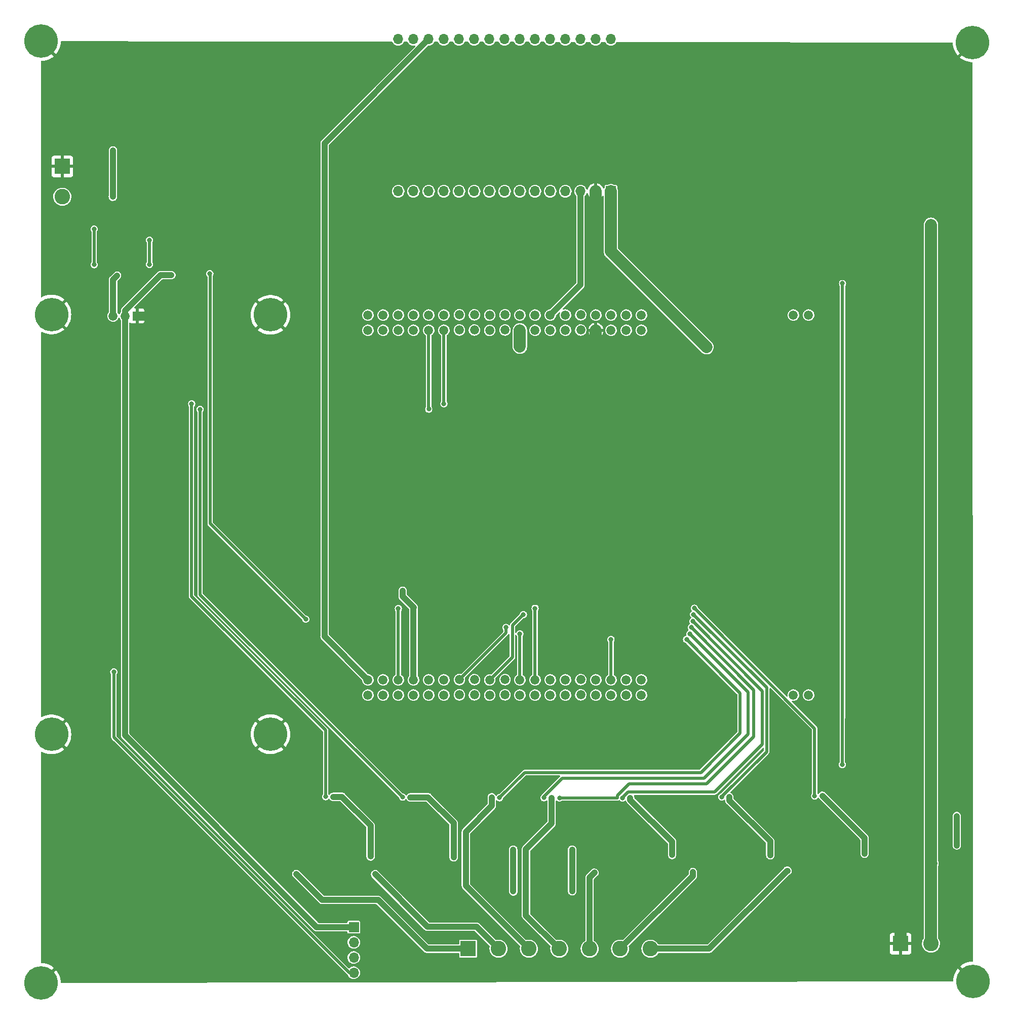
<source format=gbl>
G04 #@! TF.GenerationSoftware,KiCad,Pcbnew,(6.0.11)*
G04 #@! TF.CreationDate,2023-04-07T23:50:28+07:00*
G04 #@! TF.ProjectId,FRA261,46524132-3631-42e6-9b69-6361645f7063,rev?*
G04 #@! TF.SameCoordinates,Original*
G04 #@! TF.FileFunction,Copper,L2,Bot*
G04 #@! TF.FilePolarity,Positive*
%FSLAX46Y46*%
G04 Gerber Fmt 4.6, Leading zero omitted, Abs format (unit mm)*
G04 Created by KiCad (PCBNEW (6.0.11)) date 2023-04-07 23:50:28*
%MOMM*%
%LPD*%
G01*
G04 APERTURE LIST*
G04 Aperture macros list*
%AMFreePoly0*
4,1,30,0.171263,0.730184,0.328778,0.674096,0.469953,0.584503,0.587770,0.465861,0.676374,0.324064,0.731362,0.166161,0.750000,0.000000,0.749708,-0.020941,0.726437,-0.186517,0.667062,-0.342823,0.574533,-0.482091,0.453449,-0.597397,0.309828,-0.683013,0.150808,-0.734681,-0.015707,-0.749836,-0.181441,-0.727722,-0.338158,-0.669439,-0.478068,-0.577885,-0.594217,-0.457609,-0.680833,-0.314589,
-0.733611,-0.155934,-0.749927,0.010472,-0.728971,0.176357,-0.671784,0.333476,-0.581208,0.474022,-0.461746,0.591008,-0.319334,0.678620,-0.161051,0.732504,0.005236,0.749982,0.171263,0.730184,0.171263,0.730184,$1*%
G04 Aperture macros list end*
G04 #@! TA.AperFunction,ComponentPad*
%ADD10R,2.600000X2.600000*%
G04 #@! TD*
G04 #@! TA.AperFunction,ComponentPad*
%ADD11C,2.600000*%
G04 #@! TD*
G04 #@! TA.AperFunction,ComponentPad*
%ADD12C,3.600000*%
G04 #@! TD*
G04 #@! TA.AperFunction,ConnectorPad*
%ADD13C,5.600000*%
G04 #@! TD*
G04 #@! TA.AperFunction,ComponentPad*
%ADD14FreePoly0,270.000000*%
G04 #@! TD*
G04 #@! TA.AperFunction,ComponentPad*
%ADD15R,1.700000X1.700000*%
G04 #@! TD*
G04 #@! TA.AperFunction,ComponentPad*
%ADD16O,1.700000X1.700000*%
G04 #@! TD*
G04 #@! TA.AperFunction,ComponentPad*
%ADD17FreePoly0,90.000000*%
G04 #@! TD*
G04 #@! TA.AperFunction,ComponentPad*
%ADD18R,1.500000X1.500000*%
G04 #@! TD*
G04 #@! TA.AperFunction,ViaPad*
%ADD19C,0.800000*%
G04 #@! TD*
G04 #@! TA.AperFunction,ViaPad*
%ADD20C,1.500000*%
G04 #@! TD*
G04 #@! TA.AperFunction,Conductor*
%ADD21C,0.500000*%
G04 #@! TD*
G04 #@! TA.AperFunction,Conductor*
%ADD22C,1.000000*%
G04 #@! TD*
G04 #@! TA.AperFunction,Conductor*
%ADD23C,2.000000*%
G04 #@! TD*
G04 #@! TA.AperFunction,Conductor*
%ADD24C,1.500000*%
G04 #@! TD*
G04 APERTURE END LIST*
D10*
X136595000Y-188105000D03*
D11*
X141675000Y-188105000D03*
X146755000Y-188105000D03*
X151835000Y-188105000D03*
X156915000Y-188105000D03*
X161995000Y-188105000D03*
X167075000Y-188105000D03*
D12*
X103560000Y-82180000D03*
D13*
X103560000Y-82180000D03*
D12*
X66940000Y-82130000D03*
D13*
X66940000Y-82130000D03*
X65180000Y-36450000D03*
D12*
X65180000Y-36450000D03*
D14*
X165570000Y-82210000D03*
X165570000Y-84750000D03*
X163030000Y-82210000D03*
X163030000Y-84750000D03*
X160490000Y-82210000D03*
X160490000Y-84750000D03*
X157950000Y-82210000D03*
X157950000Y-84750000D03*
X155418332Y-82184446D03*
X155418332Y-84724446D03*
X152870000Y-82210000D03*
X152870000Y-84750000D03*
X150330000Y-82210000D03*
X150330000Y-84750000D03*
X147790000Y-82210000D03*
X147790000Y-84750000D03*
X145250000Y-82210000D03*
X145250000Y-84750000D03*
X142769553Y-82184446D03*
X142769553Y-84724446D03*
X140203998Y-82244109D03*
X140203998Y-84784109D03*
X137638444Y-82184446D03*
X137638444Y-84724446D03*
X135132554Y-82184446D03*
X135132554Y-84724446D03*
X132550000Y-82210000D03*
X132550000Y-84750000D03*
X130010000Y-82210000D03*
X130010000Y-84750000D03*
X127470000Y-82210000D03*
X127470000Y-84750000D03*
X124930000Y-82210000D03*
X124930000Y-84750000D03*
X122390000Y-82210000D03*
X122390000Y-84750000D03*
X119850000Y-82210000D03*
X119850000Y-84750000D03*
X165570000Y-143170000D03*
X165570000Y-145710000D03*
X163030000Y-143170000D03*
X163030000Y-145710000D03*
X160490000Y-143170000D03*
X160490000Y-145710000D03*
X157950000Y-143170000D03*
X157950000Y-145710000D03*
X155418332Y-143144446D03*
X155418332Y-145684446D03*
X152870000Y-143170000D03*
X152870000Y-145710000D03*
X150330000Y-143170000D03*
X150330000Y-145710000D03*
X147790000Y-143170000D03*
X147790000Y-145710000D03*
X145250000Y-143170000D03*
X145250000Y-145710000D03*
X142769553Y-143144446D03*
X142769553Y-145684446D03*
X140203998Y-143204109D03*
X140203998Y-145744109D03*
X137638444Y-143144446D03*
X137638444Y-145684446D03*
X135132554Y-143144446D03*
X135132554Y-145684446D03*
X132550000Y-143170000D03*
X132550000Y-145710000D03*
X130010000Y-143170000D03*
X130010000Y-145710000D03*
X127470000Y-143170000D03*
X127470000Y-145710000D03*
X124930000Y-143170000D03*
X124930000Y-145710000D03*
X122390000Y-143170000D03*
X122390000Y-145710000D03*
X119850000Y-143170000D03*
X119850000Y-145710000D03*
X193510000Y-82210000D03*
X190970000Y-82210000D03*
X193510000Y-145710000D03*
X190970000Y-145710000D03*
D10*
X208885000Y-187255000D03*
D11*
X213965000Y-187255000D03*
D13*
X103560000Y-152260000D03*
D12*
X103560000Y-152260000D03*
D15*
X117485000Y-184500000D03*
D16*
X117485000Y-187040000D03*
X117485000Y-189580000D03*
X117485000Y-192120000D03*
D13*
X66940000Y-152280000D03*
D12*
X66940000Y-152280000D03*
D13*
X65180000Y-193810000D03*
D12*
X65180000Y-193810000D03*
X220930000Y-36650000D03*
D13*
X220930000Y-36650000D03*
D10*
X68755000Y-57375000D03*
D11*
X68755000Y-62455000D03*
D13*
X220990000Y-193550000D03*
D12*
X220990000Y-193550000D03*
D16*
X160460000Y-36130000D03*
X157920000Y-36130000D03*
X155380000Y-36130000D03*
X152840000Y-36130000D03*
X150300000Y-36130000D03*
X147760000Y-36130000D03*
X145220000Y-36130000D03*
X142680000Y-36130000D03*
X140140000Y-36130000D03*
X137600000Y-36130000D03*
X135060000Y-36130000D03*
X132520000Y-36130000D03*
X129980000Y-36130000D03*
X127440000Y-36130000D03*
X124900000Y-36130000D03*
D15*
X160460000Y-61530000D03*
D16*
X157920000Y-61530000D03*
X155380000Y-61530000D03*
X152840000Y-61530000D03*
X150300000Y-61530000D03*
X147760000Y-61530000D03*
X145220000Y-61530000D03*
X142680000Y-61530000D03*
X140140000Y-61530000D03*
X137600000Y-61530000D03*
X135060000Y-61530000D03*
X132520000Y-61530000D03*
X129980000Y-61530000D03*
X127440000Y-61530000D03*
X124900000Y-61530000D03*
D17*
X77250000Y-82370000D03*
X79250000Y-82370000D03*
D18*
X81250000Y-82370000D03*
D19*
X162400000Y-162890000D03*
X124930000Y-131280000D03*
X174150000Y-133390000D03*
X170690000Y-172440000D03*
X163700000Y-162890000D03*
X170690000Y-170220000D03*
X179000000Y-162740000D03*
X145840000Y-132250000D03*
X174250000Y-132240000D03*
X187100000Y-170160000D03*
X180260000Y-162770000D03*
X187100000Y-172480000D03*
X147790000Y-131220000D03*
X194530000Y-162570000D03*
X174440000Y-131210000D03*
X202870000Y-169820000D03*
X202870000Y-172220000D03*
X195820000Y-162550000D03*
X77360000Y-141850000D03*
D20*
X145250000Y-87490000D03*
X176440000Y-87570000D03*
X102960000Y-57390000D03*
X108950000Y-128330000D03*
D19*
X124920000Y-165070000D03*
D20*
X157980000Y-94670000D03*
X94670000Y-70670000D03*
D19*
X174260000Y-165070000D03*
D20*
X181780000Y-94700000D03*
D19*
X157705000Y-167295000D03*
X108070000Y-165080000D03*
X174220000Y-167250000D03*
X157710000Y-165090000D03*
X189870000Y-167000000D03*
D20*
X102970000Y-70630000D03*
D19*
X124927500Y-169992500D03*
X189890000Y-165070000D03*
D20*
X157920000Y-70570000D03*
X208885000Y-70715000D03*
D19*
X108062500Y-167287500D03*
D20*
X181780000Y-70840000D03*
X208760000Y-163130000D03*
D19*
X77205000Y-62455000D03*
X77240000Y-54720000D03*
X107880000Y-175620000D03*
X121052500Y-175652500D03*
X137480000Y-178830000D03*
X140540000Y-162800000D03*
X136215000Y-171465000D03*
X146262500Y-180817500D03*
X150560000Y-162920000D03*
X146262500Y-171477500D03*
X157710000Y-175410000D03*
X174157500Y-175307500D03*
X189980000Y-175080000D03*
X153990000Y-178500000D03*
X144150000Y-178530000D03*
D20*
X213980000Y-128220000D03*
D19*
X144142500Y-171542500D03*
D20*
X213970000Y-67140000D03*
X214040000Y-173830000D03*
X214020000Y-178530000D03*
D19*
X153980000Y-171550000D03*
X218270000Y-170850000D03*
X218270000Y-165950000D03*
X125660000Y-128280000D03*
X114050000Y-162720000D03*
X120300000Y-172700000D03*
X120300000Y-170060000D03*
X134180000Y-172830000D03*
X126940000Y-162810000D03*
X134170000Y-167065000D03*
X199140000Y-157330000D03*
X199180000Y-76940000D03*
X132550000Y-97040000D03*
X112770000Y-162700000D03*
X90390000Y-97070000D03*
X91790000Y-97960000D03*
X130020000Y-97940000D03*
X125630000Y-162780000D03*
X74080000Y-73800000D03*
X74080000Y-67850000D03*
X141860000Y-162870000D03*
X173110000Y-136440000D03*
X160480000Y-136440000D03*
X93430000Y-75300000D03*
X83340000Y-73740000D03*
X109450000Y-133050000D03*
X83340000Y-69690000D03*
X145250000Y-135480000D03*
X149270000Y-162880000D03*
X173660000Y-135510000D03*
X142930000Y-134430000D03*
X151860000Y-162910000D03*
X173900000Y-134430000D03*
X86990000Y-75540000D03*
X77910000Y-75630000D03*
D21*
X185800000Y-145040000D02*
X174150000Y-133390000D01*
X185800000Y-153930000D02*
X185800000Y-145040000D01*
X162400000Y-162846497D02*
X163306497Y-161940000D01*
X177790000Y-161940000D02*
X185800000Y-153930000D01*
X163306497Y-161940000D02*
X177790000Y-161940000D01*
X124930000Y-131280000D02*
X124930000Y-143170000D01*
X162400000Y-162890000D02*
X162400000Y-162846497D01*
D22*
X163700000Y-163230000D02*
X170690000Y-170220000D01*
X163700000Y-162890000D02*
X163700000Y-163230000D01*
X170690000Y-170220000D02*
X170690000Y-172440000D01*
D21*
X179000000Y-162686497D02*
X186500000Y-155186497D01*
X144000000Y-134090000D02*
X144000000Y-139408107D01*
X145840000Y-132250000D02*
X144000000Y-134090000D01*
X186500000Y-144490000D02*
X174250000Y-132240000D01*
X179000000Y-162740000D02*
X179000000Y-162686497D01*
X186500000Y-155186497D02*
X186500000Y-144490000D01*
X144000000Y-139408107D02*
X140203998Y-143204109D01*
D22*
X180260000Y-162770000D02*
X180260000Y-163320000D01*
X180260000Y-163320000D02*
X187100000Y-170160000D01*
X187100000Y-170160000D02*
X187100000Y-172480000D01*
D21*
X194530000Y-151300000D02*
X174440000Y-131210000D01*
X194530000Y-162570000D02*
X194530000Y-151300000D01*
X147790000Y-131220000D02*
X147790000Y-143170000D01*
D22*
X195820000Y-162550000D02*
X202870000Y-169600000D01*
X202870000Y-172220000D02*
X202870000Y-169820000D01*
X202870000Y-169600000D02*
X202870000Y-169820000D01*
D21*
X117485000Y-192120000D02*
X116750000Y-192120000D01*
X116750000Y-192120000D02*
X77360000Y-152730000D01*
D22*
X129980000Y-36130000D02*
X112600000Y-53510000D01*
X112600000Y-53510000D02*
X112600000Y-135920000D01*
X112600000Y-135920000D02*
X119850000Y-143170000D01*
D21*
X77360000Y-152730000D02*
X77360000Y-141850000D01*
D23*
X160460000Y-61530000D02*
X160460000Y-71590000D01*
X160460000Y-71590000D02*
X176440000Y-87570000D01*
X145250000Y-87490000D02*
X145250000Y-84750000D01*
X157950000Y-94640000D02*
X157980000Y-94670000D01*
D22*
X189890000Y-165070000D02*
X189890000Y-166980000D01*
X157705000Y-165095000D02*
X157705000Y-167295000D01*
D24*
X81250000Y-82370000D02*
X82970000Y-82370000D01*
X82970000Y-82370000D02*
X94670000Y-70670000D01*
D22*
X124920000Y-169985000D02*
X124927500Y-169992500D01*
D23*
X157950000Y-84750000D02*
X157950000Y-94640000D01*
X208885000Y-187255000D02*
X208885000Y-70715000D01*
D22*
X189890000Y-166980000D02*
X189870000Y-167000000D01*
X108062500Y-165087500D02*
X108062500Y-167287500D01*
D23*
X157920000Y-70570000D02*
X157920000Y-61530000D01*
D22*
X108070000Y-165080000D02*
X108062500Y-165087500D01*
X174260000Y-165070000D02*
X174260000Y-167210000D01*
X174260000Y-167210000D02*
X174220000Y-167250000D01*
X108950000Y-128330000D02*
X108950000Y-76610000D01*
D23*
X102970000Y-70630000D02*
X102960000Y-70620000D01*
D22*
X108950000Y-76610000D02*
X102970000Y-70630000D01*
X124920000Y-165070000D02*
X124920000Y-169985000D01*
D23*
X102960000Y-70620000D02*
X102960000Y-57390000D01*
D22*
X157710000Y-165090000D02*
X157705000Y-165095000D01*
D23*
X181780000Y-70840000D02*
X181780000Y-94700000D01*
D22*
X77240000Y-62420000D02*
X77240000Y-54720000D01*
X155380000Y-77160000D02*
X150330000Y-82210000D01*
X77205000Y-62455000D02*
X77240000Y-62420000D01*
X155380000Y-61530000D02*
X155380000Y-77160000D01*
X112220000Y-179960000D02*
X121550000Y-179960000D01*
X129695000Y-188105000D02*
X136595000Y-188105000D01*
X107880000Y-175620000D02*
X112220000Y-179960000D01*
X121550000Y-179960000D02*
X129695000Y-188105000D01*
X129830000Y-184430000D02*
X138000000Y-184430000D01*
X121052500Y-175652500D02*
X129830000Y-184430000D01*
X138000000Y-184430000D02*
X141675000Y-188105000D01*
X140540000Y-162800000D02*
X140540000Y-164230000D01*
X140540000Y-164230000D02*
X136215000Y-168555000D01*
X136215000Y-177565000D02*
X137480000Y-178830000D01*
X137480000Y-178830000D02*
X146755000Y-188105000D01*
X136215000Y-171465000D02*
X136215000Y-177565000D01*
X136215000Y-168555000D02*
X136215000Y-171465000D01*
X146262500Y-180817500D02*
X146262500Y-182532500D01*
X150560000Y-167180000D02*
X146262500Y-171477500D01*
X146262500Y-171477500D02*
X146262500Y-180817500D01*
X150560000Y-162920000D02*
X150560000Y-167180000D01*
X146262500Y-182532500D02*
X151835000Y-188105000D01*
X157710000Y-175410000D02*
X156915000Y-176205000D01*
X156915000Y-176205000D02*
X156915000Y-188105000D01*
X174157500Y-175307500D02*
X174157500Y-175942500D01*
X174157500Y-175942500D02*
X161995000Y-188105000D01*
X176855000Y-188105000D02*
X167075000Y-188105000D01*
X189880000Y-175080000D02*
X176855000Y-188105000D01*
X189980000Y-175080000D02*
X189880000Y-175080000D01*
D23*
X213965000Y-67145000D02*
X213970000Y-67140000D01*
D22*
X153990000Y-178500000D02*
X153980000Y-178490000D01*
D23*
X214040000Y-173830000D02*
X213965000Y-173905000D01*
X213965000Y-173905000D02*
X213965000Y-187255000D01*
D22*
X144142500Y-178522500D02*
X144142500Y-171542500D01*
D23*
X213965000Y-173755000D02*
X213965000Y-67145000D01*
X214040000Y-173830000D02*
X213965000Y-173755000D01*
X213970000Y-67140000D02*
X213980000Y-67130000D01*
D22*
X144150000Y-178530000D02*
X144142500Y-178522500D01*
X153980000Y-178490000D02*
X153980000Y-171550000D01*
X218270000Y-170850000D02*
X218270000Y-165950000D01*
X127510000Y-131090000D02*
X127470000Y-131130000D01*
X125660000Y-128280000D02*
X125660000Y-129240000D01*
X127470000Y-131130000D02*
X127470000Y-143170000D01*
X125660000Y-129240000D02*
X127510000Y-131090000D01*
X114050000Y-162720000D02*
X115510000Y-162720000D01*
X115510000Y-162720000D02*
X120300000Y-167510000D01*
X120300000Y-170060000D02*
X120300000Y-172700000D01*
X120300000Y-167510000D02*
X120300000Y-170060000D01*
X134170000Y-167065000D02*
X134180000Y-167075000D01*
X126940000Y-162810000D02*
X129915000Y-162810000D01*
X129915000Y-162810000D02*
X134170000Y-167065000D01*
X134180000Y-167075000D02*
X134180000Y-172830000D01*
D21*
X199180000Y-149470000D02*
X199180000Y-76940000D01*
X199140000Y-157330000D02*
X199140000Y-149510000D01*
X199140000Y-149510000D02*
X199180000Y-149470000D01*
X112770000Y-151620000D02*
X90340000Y-129190000D01*
X90340000Y-129190000D02*
X90340000Y-97120000D01*
X132550000Y-97040000D02*
X132550000Y-84750000D01*
X90340000Y-97120000D02*
X90390000Y-97070000D01*
X112770000Y-162700000D02*
X112770000Y-151620000D01*
X91790000Y-128940000D02*
X91790000Y-97960000D01*
X130020000Y-97940000D02*
X130010000Y-97930000D01*
X130010000Y-97930000D02*
X130010000Y-84750000D01*
X125630000Y-162780000D02*
X91790000Y-128940000D01*
X74080000Y-67850000D02*
X74060000Y-67830000D01*
X74080000Y-73800000D02*
X74080000Y-67850000D01*
X182050000Y-145380000D02*
X180600000Y-143930000D01*
X141860000Y-162870000D02*
X146080000Y-158650000D01*
X175490000Y-158650000D02*
X182050000Y-152090000D01*
X146080000Y-158650000D02*
X157710000Y-158650000D01*
X160490000Y-136450000D02*
X160490000Y-143170000D01*
X160480000Y-136440000D02*
X160490000Y-136450000D01*
X182050000Y-152090000D02*
X182050000Y-145380000D01*
X180600000Y-143930000D02*
X173110000Y-136440000D01*
X157710000Y-158650000D02*
X175490000Y-158650000D01*
X93430000Y-75300000D02*
X93470000Y-75340000D01*
X83340000Y-73740000D02*
X83340000Y-69690000D01*
X93470000Y-117070000D02*
X109450000Y-133050000D01*
X93470000Y-75340000D02*
X93470000Y-117070000D01*
X183390000Y-152215000D02*
X183390000Y-145240000D01*
X183390000Y-145240000D02*
X173660000Y-135510000D01*
X149270000Y-162640000D02*
X152300000Y-159610000D01*
X145250000Y-135480000D02*
X145250000Y-143170000D01*
X152300000Y-159610000D02*
X175995000Y-159610000D01*
X175995000Y-159610000D02*
X183390000Y-152215000D01*
X149270000Y-162880000D02*
X149270000Y-162640000D01*
X184370000Y-144900000D02*
X173900000Y-134430000D01*
X163537918Y-160550000D02*
X176490000Y-160550000D01*
X142930000Y-135347000D02*
X135132554Y-143144446D01*
X184370000Y-152670000D02*
X184370000Y-144900000D01*
X151860000Y-162910000D02*
X161550000Y-162910000D01*
X142930000Y-134430000D02*
X142930000Y-135347000D01*
X161550000Y-162537918D02*
X163537918Y-160550000D01*
X161550000Y-162910000D02*
X161550000Y-162537918D01*
X176490000Y-160550000D02*
X184370000Y-152670000D01*
D22*
X79250000Y-82370000D02*
X79250000Y-152460000D01*
X111290000Y-184500000D02*
X117485000Y-184500000D01*
X79250000Y-152460000D02*
X111290000Y-184500000D01*
X85180000Y-75540000D02*
X79250000Y-81470000D01*
X79250000Y-81470000D02*
X79250000Y-82370000D01*
X86990000Y-75540000D02*
X85180000Y-75540000D01*
X77910000Y-75630000D02*
X77250000Y-76290000D01*
X77250000Y-76290000D02*
X77250000Y-82370000D01*
G04 #@! TA.AperFunction,Conductor*
G36*
X65544763Y-36450481D02*
G01*
X65544408Y-36451132D01*
X65544539Y-36452965D01*
X65548790Y-36459580D01*
X67679009Y-38589798D01*
X67692605Y-38597223D01*
X67702218Y-38590522D01*
X67802518Y-38473912D01*
X67806676Y-38468514D01*
X68005762Y-38178840D01*
X68009310Y-38173029D01*
X68175942Y-37863559D01*
X68178849Y-37857381D01*
X68311090Y-37531713D01*
X68313304Y-37525283D01*
X68409598Y-37187237D01*
X68411105Y-37180607D01*
X68470332Y-36834118D01*
X68471112Y-36827378D01*
X68486686Y-36572729D01*
X68510809Y-36505957D01*
X68567203Y-36462826D01*
X68612613Y-36454421D01*
X91112210Y-36483313D01*
X123845271Y-36525345D01*
X123913364Y-36545435D01*
X123957173Y-36593749D01*
X123980656Y-36639443D01*
X124009893Y-36696332D01*
X124012712Y-36701818D01*
X124140677Y-36863270D01*
X124145370Y-36867264D01*
X124145371Y-36867265D01*
X124252233Y-36958211D01*
X124297564Y-36996791D01*
X124302942Y-36999797D01*
X124302944Y-36999798D01*
X124341342Y-37021258D01*
X124477398Y-37097297D01*
X124572238Y-37128113D01*
X124667471Y-37159056D01*
X124667475Y-37159057D01*
X124673329Y-37160959D01*
X124877894Y-37185351D01*
X124884029Y-37184879D01*
X124884031Y-37184879D01*
X124940039Y-37180569D01*
X125083300Y-37169546D01*
X125089230Y-37167890D01*
X125089232Y-37167890D01*
X125275797Y-37115800D01*
X125275796Y-37115800D01*
X125281725Y-37114145D01*
X125287214Y-37111372D01*
X125287220Y-37111370D01*
X125460116Y-37024033D01*
X125465610Y-37021258D01*
X125473490Y-37015102D01*
X125623101Y-36898213D01*
X125627951Y-36894424D01*
X125680006Y-36834118D01*
X125758540Y-36743134D01*
X125758540Y-36743133D01*
X125762564Y-36738472D01*
X125773393Y-36719410D01*
X125845875Y-36591819D01*
X125896914Y-36542468D01*
X125955593Y-36528056D01*
X126272255Y-36528462D01*
X126386947Y-36528609D01*
X126455041Y-36548698D01*
X126498851Y-36597015D01*
X126512930Y-36624411D01*
X126549893Y-36696332D01*
X126552712Y-36701818D01*
X126680677Y-36863270D01*
X126685370Y-36867264D01*
X126685371Y-36867265D01*
X126792233Y-36958211D01*
X126837564Y-36996791D01*
X126842942Y-36999797D01*
X126842944Y-36999798D01*
X126881342Y-37021258D01*
X127017398Y-37097297D01*
X127112238Y-37128113D01*
X127207471Y-37159056D01*
X127207475Y-37159057D01*
X127213329Y-37160959D01*
X127417894Y-37185351D01*
X127424029Y-37184879D01*
X127424031Y-37184879D01*
X127617166Y-37170018D01*
X127623300Y-37169546D01*
X127627503Y-37168373D01*
X127697447Y-37176175D01*
X127752549Y-37220943D01*
X127774701Y-37288396D01*
X127756868Y-37357116D01*
X127737859Y-37381485D01*
X112124925Y-52994418D01*
X112118660Y-53000271D01*
X112075604Y-53037831D01*
X112039317Y-53089463D01*
X112035384Y-53094758D01*
X112001105Y-53138476D01*
X112001103Y-53138480D01*
X111996416Y-53144457D01*
X111993290Y-53151380D01*
X111991505Y-53154328D01*
X111984113Y-53167288D01*
X111982480Y-53170334D01*
X111978113Y-53176547D01*
X111975354Y-53183624D01*
X111955180Y-53235366D01*
X111952625Y-53241445D01*
X111926645Y-53298984D01*
X111925260Y-53306455D01*
X111924236Y-53309723D01*
X111920123Y-53324164D01*
X111919283Y-53327437D01*
X111916524Y-53334513D01*
X111915533Y-53342043D01*
X111908284Y-53397106D01*
X111907252Y-53403623D01*
X111895748Y-53465692D01*
X111896185Y-53473272D01*
X111896185Y-53473273D01*
X111899291Y-53527144D01*
X111899500Y-53534396D01*
X111899500Y-135891359D01*
X111899208Y-135899929D01*
X111897697Y-135922099D01*
X111895322Y-135956930D01*
X111896627Y-135964406D01*
X111896627Y-135964409D01*
X111906178Y-136019132D01*
X111907141Y-136025658D01*
X111914724Y-136088320D01*
X111917409Y-136095427D01*
X111918218Y-136098720D01*
X111922177Y-136113191D01*
X111923166Y-136116467D01*
X111924473Y-136123954D01*
X111927528Y-136130913D01*
X111927528Y-136130914D01*
X111949847Y-136181760D01*
X111952339Y-136187866D01*
X111974655Y-136246923D01*
X111978954Y-136253178D01*
X111980535Y-136256203D01*
X111987825Y-136269299D01*
X111989566Y-136272243D01*
X111992621Y-136279202D01*
X111997246Y-136285230D01*
X111997247Y-136285231D01*
X112031042Y-136329273D01*
X112034919Y-136334609D01*
X112066381Y-136380386D01*
X112066386Y-136380392D01*
X112070688Y-136386651D01*
X112116657Y-136427608D01*
X112121933Y-136432589D01*
X118862561Y-143173217D01*
X118896587Y-143235529D01*
X118898945Y-143250872D01*
X118907082Y-143340290D01*
X118916247Y-143384935D01*
X118968243Y-143544961D01*
X118969691Y-143548153D01*
X118969694Y-143548161D01*
X118975478Y-143560911D01*
X118987069Y-143586465D01*
X119073226Y-143730995D01*
X119100781Y-143767297D01*
X119216818Y-143889147D01*
X119251730Y-143918441D01*
X119254653Y-143920383D01*
X119254661Y-143920389D01*
X119327773Y-143968964D01*
X119391878Y-144011555D01*
X119394990Y-144013155D01*
X119394998Y-144013159D01*
X119429295Y-144030785D01*
X119429301Y-144030788D01*
X119432413Y-144032387D01*
X119504194Y-144059654D01*
X119568235Y-144083981D01*
X119589708Y-144092138D01*
X119633850Y-144103472D01*
X119800474Y-144126890D01*
X119802442Y-144127041D01*
X119802447Y-144127042D01*
X119814846Y-144127996D01*
X119826074Y-144128860D01*
X119847148Y-144129154D01*
X119849107Y-144129058D01*
X119849117Y-144129058D01*
X119860919Y-144128480D01*
X119872787Y-144127900D01*
X119921466Y-144122440D01*
X120036515Y-144109535D01*
X120036517Y-144109535D01*
X120040000Y-144109144D01*
X120043417Y-144108368D01*
X120043421Y-144108367D01*
X120081016Y-144099826D01*
X120081023Y-144099824D01*
X120084443Y-144099047D01*
X120243345Y-144043711D01*
X120284444Y-144024019D01*
X120376064Y-143966769D01*
X120424141Y-143936728D01*
X120424145Y-143936725D01*
X120427138Y-143934855D01*
X120429903Y-143932663D01*
X120429908Y-143932660D01*
X120460090Y-143908739D01*
X120460098Y-143908732D01*
X120462856Y-143906546D01*
X120582249Y-143787983D01*
X120610806Y-143752465D01*
X120700965Y-143610397D01*
X120720944Y-143569435D01*
X120777388Y-143410923D01*
X120787795Y-143366552D01*
X120788252Y-143362725D01*
X120807301Y-143202972D01*
X120807301Y-143202970D01*
X120807718Y-143199474D01*
X120807774Y-143191532D01*
X120807905Y-143172721D01*
X121431833Y-143172721D01*
X121432152Y-143176225D01*
X121432152Y-143176229D01*
X121437549Y-143235529D01*
X121447082Y-143340290D01*
X121447790Y-143343738D01*
X121447791Y-143343746D01*
X121451757Y-143363065D01*
X121456247Y-143384935D01*
X121508243Y-143544961D01*
X121509691Y-143548153D01*
X121509694Y-143548161D01*
X121515478Y-143560911D01*
X121527069Y-143586465D01*
X121613226Y-143730995D01*
X121640781Y-143767297D01*
X121756818Y-143889147D01*
X121791730Y-143918441D01*
X121794653Y-143920383D01*
X121794661Y-143920389D01*
X121867773Y-143968964D01*
X121931878Y-144011555D01*
X121934990Y-144013155D01*
X121934998Y-144013159D01*
X121969295Y-144030785D01*
X121969301Y-144030788D01*
X121972413Y-144032387D01*
X122044194Y-144059654D01*
X122108235Y-144083981D01*
X122129708Y-144092138D01*
X122173850Y-144103472D01*
X122340474Y-144126890D01*
X122342442Y-144127041D01*
X122342447Y-144127042D01*
X122354846Y-144127996D01*
X122366074Y-144128860D01*
X122387148Y-144129154D01*
X122389107Y-144129058D01*
X122389117Y-144129058D01*
X122400919Y-144128480D01*
X122412787Y-144127900D01*
X122461466Y-144122440D01*
X122576515Y-144109535D01*
X122576517Y-144109535D01*
X122580000Y-144109144D01*
X122583417Y-144108368D01*
X122583421Y-144108367D01*
X122621016Y-144099826D01*
X122621023Y-144099824D01*
X122624443Y-144099047D01*
X122783345Y-144043711D01*
X122824444Y-144024019D01*
X122916064Y-143966769D01*
X122964141Y-143936728D01*
X122964145Y-143936725D01*
X122967138Y-143934855D01*
X122969903Y-143932663D01*
X122969908Y-143932660D01*
X123000090Y-143908739D01*
X123000098Y-143908732D01*
X123002856Y-143906546D01*
X123122249Y-143787983D01*
X123150806Y-143752465D01*
X123240965Y-143610397D01*
X123260944Y-143569435D01*
X123317388Y-143410923D01*
X123327795Y-143366552D01*
X123328252Y-143362725D01*
X123347301Y-143202972D01*
X123347301Y-143202970D01*
X123347718Y-143199474D01*
X123347774Y-143191532D01*
X123347905Y-143172721D01*
X123971833Y-143172721D01*
X123972152Y-143176225D01*
X123972152Y-143176229D01*
X123977549Y-143235529D01*
X123987082Y-143340290D01*
X123987790Y-143343738D01*
X123987791Y-143343746D01*
X123991757Y-143363065D01*
X123996247Y-143384935D01*
X124048243Y-143544961D01*
X124049691Y-143548153D01*
X124049694Y-143548161D01*
X124055478Y-143560911D01*
X124067069Y-143586465D01*
X124153226Y-143730995D01*
X124180781Y-143767297D01*
X124296818Y-143889147D01*
X124331730Y-143918441D01*
X124334653Y-143920383D01*
X124334661Y-143920389D01*
X124407773Y-143968964D01*
X124471878Y-144011555D01*
X124474990Y-144013155D01*
X124474998Y-144013159D01*
X124509295Y-144030785D01*
X124509301Y-144030788D01*
X124512413Y-144032387D01*
X124584194Y-144059654D01*
X124648235Y-144083981D01*
X124669708Y-144092138D01*
X124713850Y-144103472D01*
X124880474Y-144126890D01*
X124882442Y-144127041D01*
X124882447Y-144127042D01*
X124894846Y-144127996D01*
X124906074Y-144128860D01*
X124927148Y-144129154D01*
X124929107Y-144129058D01*
X124929117Y-144129058D01*
X124940919Y-144128480D01*
X124952787Y-144127900D01*
X125001466Y-144122440D01*
X125116515Y-144109535D01*
X125116517Y-144109535D01*
X125120000Y-144109144D01*
X125123417Y-144108368D01*
X125123421Y-144108367D01*
X125161016Y-144099826D01*
X125161023Y-144099824D01*
X125164443Y-144099047D01*
X125323345Y-144043711D01*
X125364444Y-144024019D01*
X125456064Y-143966769D01*
X125504141Y-143936728D01*
X125504145Y-143936725D01*
X125507138Y-143934855D01*
X125509903Y-143932663D01*
X125509908Y-143932660D01*
X125540090Y-143908739D01*
X125540098Y-143908732D01*
X125542856Y-143906546D01*
X125662249Y-143787983D01*
X125690806Y-143752465D01*
X125780965Y-143610397D01*
X125800944Y-143569435D01*
X125857388Y-143410923D01*
X125867795Y-143366552D01*
X125868252Y-143362725D01*
X125887301Y-143202972D01*
X125887301Y-143202970D01*
X125887718Y-143199474D01*
X125887774Y-143191532D01*
X125887960Y-143164796D01*
X125888036Y-143153899D01*
X125887329Y-143147167D01*
X125870814Y-142990051D01*
X125870447Y-142986559D01*
X125860661Y-142942050D01*
X125806437Y-142782766D01*
X125787032Y-142741527D01*
X125783747Y-142736187D01*
X125700711Y-142601214D01*
X125700708Y-142601209D01*
X125698865Y-142598214D01*
X125683604Y-142578681D01*
X125672966Y-142565065D01*
X125672962Y-142565060D01*
X125670806Y-142562301D01*
X125663040Y-142554370D01*
X125555534Y-142444589D01*
X125555535Y-142444589D01*
X125553080Y-142442083D01*
X125542456Y-142433418D01*
X125520482Y-142415496D01*
X125520476Y-142415491D01*
X125517763Y-142413279D01*
X125500048Y-142401862D01*
X125438245Y-142362033D01*
X125391820Y-142308319D01*
X125380500Y-142256122D01*
X125380500Y-131722099D01*
X125400502Y-131653978D01*
X125406537Y-131645395D01*
X125449509Y-131589392D01*
X125454536Y-131582841D01*
X125515044Y-131436762D01*
X125535682Y-131280000D01*
X125515044Y-131123238D01*
X125454536Y-130977159D01*
X125358282Y-130851718D01*
X125232841Y-130755464D01*
X125086762Y-130694956D01*
X124930000Y-130674318D01*
X124773238Y-130694956D01*
X124627159Y-130755464D01*
X124501718Y-130851718D01*
X124405464Y-130977159D01*
X124344956Y-131123238D01*
X124324318Y-131280000D01*
X124344956Y-131436762D01*
X124405464Y-131582841D01*
X124410491Y-131589392D01*
X124453463Y-131645395D01*
X124479063Y-131711616D01*
X124479500Y-131722099D01*
X124479500Y-142255972D01*
X124459498Y-142324093D01*
X124418772Y-142363748D01*
X124363596Y-142397163D01*
X124360812Y-142399307D01*
X124360809Y-142399309D01*
X124335194Y-142419035D01*
X124327487Y-142424970D01*
X124324955Y-142427415D01*
X124324954Y-142427416D01*
X124292166Y-142459079D01*
X124206450Y-142541854D01*
X124204205Y-142544567D01*
X124204201Y-142544572D01*
X124200583Y-142548946D01*
X124177400Y-142576969D01*
X124175469Y-142579920D01*
X124175466Y-142579924D01*
X124087191Y-142714822D01*
X124085266Y-142717764D01*
X124064717Y-142758444D01*
X124006066Y-142916152D01*
X123995041Y-142960374D01*
X123972788Y-143127158D01*
X123971833Y-143172721D01*
X123347905Y-143172721D01*
X123347960Y-143164796D01*
X123348036Y-143153899D01*
X123347329Y-143147167D01*
X123330814Y-142990051D01*
X123330447Y-142986559D01*
X123320661Y-142942050D01*
X123266437Y-142782766D01*
X123247032Y-142741527D01*
X123243747Y-142736187D01*
X123160711Y-142601214D01*
X123160708Y-142601209D01*
X123158865Y-142598214D01*
X123143604Y-142578681D01*
X123132966Y-142565065D01*
X123132962Y-142565060D01*
X123130806Y-142562301D01*
X123123040Y-142554370D01*
X123015534Y-142444589D01*
X123015535Y-142444589D01*
X123013080Y-142442083D01*
X123002456Y-142433418D01*
X122980482Y-142415496D01*
X122980476Y-142415491D01*
X122977763Y-142413279D01*
X122974809Y-142411375D01*
X122839286Y-142324036D01*
X122839282Y-142324034D01*
X122836328Y-142322130D01*
X122833187Y-142320571D01*
X122833182Y-142320568D01*
X122798653Y-142303428D01*
X122798651Y-142303427D01*
X122795506Y-142301866D01*
X122792209Y-142300666D01*
X122792202Y-142300663D01*
X122669826Y-142256122D01*
X122637392Y-142244317D01*
X122593094Y-142233600D01*
X122589618Y-142233161D01*
X122589613Y-142233160D01*
X122509627Y-142223056D01*
X122426159Y-142212512D01*
X122422649Y-142212463D01*
X122417891Y-142212397D01*
X122380590Y-142211876D01*
X122377102Y-142212218D01*
X122216638Y-142227951D01*
X122216635Y-142227951D01*
X122213131Y-142228295D01*
X122209686Y-142229027D01*
X122209681Y-142229028D01*
X122172004Y-142237036D01*
X122168551Y-142237770D01*
X122165200Y-142238885D01*
X122165199Y-142238885D01*
X122012234Y-142289770D01*
X122012230Y-142289772D01*
X122008892Y-142290882D01*
X122005703Y-142292356D01*
X122005697Y-142292358D01*
X121981741Y-142303428D01*
X121967521Y-142309999D01*
X121964506Y-142311825D01*
X121964504Y-142311826D01*
X121881603Y-142362033D01*
X121823596Y-142397163D01*
X121820812Y-142399307D01*
X121820809Y-142399309D01*
X121795194Y-142419035D01*
X121787487Y-142424970D01*
X121784955Y-142427415D01*
X121784954Y-142427416D01*
X121752166Y-142459079D01*
X121666450Y-142541854D01*
X121664205Y-142544567D01*
X121664201Y-142544572D01*
X121660583Y-142548946D01*
X121637400Y-142576969D01*
X121635469Y-142579920D01*
X121635466Y-142579924D01*
X121547191Y-142714822D01*
X121545266Y-142717764D01*
X121524717Y-142758444D01*
X121466066Y-142916152D01*
X121455041Y-142960374D01*
X121432788Y-143127158D01*
X121431833Y-143172721D01*
X120807905Y-143172721D01*
X120807960Y-143164796D01*
X120808036Y-143153899D01*
X120807329Y-143147167D01*
X120790814Y-142990051D01*
X120790447Y-142986559D01*
X120780661Y-142942050D01*
X120726437Y-142782766D01*
X120707032Y-142741527D01*
X120703747Y-142736187D01*
X120620711Y-142601214D01*
X120620708Y-142601209D01*
X120618865Y-142598214D01*
X120603604Y-142578681D01*
X120592966Y-142565065D01*
X120592962Y-142565060D01*
X120590806Y-142562301D01*
X120583040Y-142554370D01*
X120475534Y-142444589D01*
X120475535Y-142444589D01*
X120473080Y-142442083D01*
X120462456Y-142433418D01*
X120440482Y-142415496D01*
X120440476Y-142415491D01*
X120437763Y-142413279D01*
X120434809Y-142411375D01*
X120299286Y-142324036D01*
X120299282Y-142324034D01*
X120296328Y-142322130D01*
X120293187Y-142320571D01*
X120293182Y-142320568D01*
X120258653Y-142303428D01*
X120258651Y-142303427D01*
X120255506Y-142301866D01*
X120252209Y-142300666D01*
X120252202Y-142300663D01*
X120129826Y-142256122D01*
X120097392Y-142244317D01*
X120053094Y-142233600D01*
X119925534Y-142217486D01*
X119860458Y-142189104D01*
X119852231Y-142181574D01*
X113337405Y-135666748D01*
X113303379Y-135604436D01*
X113300500Y-135577653D01*
X113300500Y-129276930D01*
X124955322Y-129276930D01*
X124956627Y-129284406D01*
X124956627Y-129284409D01*
X124966178Y-129339132D01*
X124967141Y-129345658D01*
X124974724Y-129408320D01*
X124977409Y-129415427D01*
X124978218Y-129418720D01*
X124982177Y-129433191D01*
X124983166Y-129436467D01*
X124984473Y-129443954D01*
X124987528Y-129450913D01*
X124987528Y-129450914D01*
X125009847Y-129501760D01*
X125012339Y-129507866D01*
X125034655Y-129566923D01*
X125038954Y-129573178D01*
X125040535Y-129576203D01*
X125047825Y-129589299D01*
X125049566Y-129592243D01*
X125052621Y-129599202D01*
X125057246Y-129605230D01*
X125057247Y-129605231D01*
X125091042Y-129649273D01*
X125094919Y-129654609D01*
X125126381Y-129700386D01*
X125126386Y-129700392D01*
X125130688Y-129706651D01*
X125136362Y-129711706D01*
X125176657Y-129747608D01*
X125181933Y-129752589D01*
X126732595Y-131303252D01*
X126766621Y-131365564D01*
X126769500Y-131392347D01*
X126769500Y-142468629D01*
X126749498Y-142536750D01*
X126740592Y-142548935D01*
X126717400Y-142576969D01*
X126715469Y-142579920D01*
X126715466Y-142579924D01*
X126627191Y-142714822D01*
X126625266Y-142717764D01*
X126604717Y-142758444D01*
X126546066Y-142916152D01*
X126535041Y-142960374D01*
X126512788Y-143127158D01*
X126511833Y-143172721D01*
X126512152Y-143176225D01*
X126512152Y-143176229D01*
X126517549Y-143235529D01*
X126527082Y-143340290D01*
X126527790Y-143343738D01*
X126527791Y-143343746D01*
X126531757Y-143363065D01*
X126536247Y-143384935D01*
X126588243Y-143544961D01*
X126589691Y-143548153D01*
X126589694Y-143548161D01*
X126595478Y-143560911D01*
X126607069Y-143586465D01*
X126693226Y-143730995D01*
X126720781Y-143767297D01*
X126836818Y-143889147D01*
X126871730Y-143918441D01*
X126874653Y-143920383D01*
X126874661Y-143920389D01*
X126947773Y-143968964D01*
X127011878Y-144011555D01*
X127014990Y-144013155D01*
X127014998Y-144013159D01*
X127049295Y-144030785D01*
X127049301Y-144030788D01*
X127052413Y-144032387D01*
X127124194Y-144059654D01*
X127188235Y-144083981D01*
X127209708Y-144092138D01*
X127253850Y-144103472D01*
X127420474Y-144126890D01*
X127422442Y-144127041D01*
X127422447Y-144127042D01*
X127434846Y-144127996D01*
X127446074Y-144128860D01*
X127467148Y-144129154D01*
X127469107Y-144129058D01*
X127469117Y-144129058D01*
X127480919Y-144128480D01*
X127492787Y-144127900D01*
X127541466Y-144122440D01*
X127656515Y-144109535D01*
X127656517Y-144109535D01*
X127660000Y-144109144D01*
X127663417Y-144108368D01*
X127663421Y-144108367D01*
X127701016Y-144099826D01*
X127701023Y-144099824D01*
X127704443Y-144099047D01*
X127863345Y-144043711D01*
X127904444Y-144024019D01*
X127996064Y-143966769D01*
X128044141Y-143936728D01*
X128044145Y-143936725D01*
X128047138Y-143934855D01*
X128049903Y-143932663D01*
X128049908Y-143932660D01*
X128080090Y-143908739D01*
X128080098Y-143908732D01*
X128082856Y-143906546D01*
X128202249Y-143787983D01*
X128230806Y-143752465D01*
X128320965Y-143610397D01*
X128340944Y-143569435D01*
X128397388Y-143410923D01*
X128407795Y-143366552D01*
X128408252Y-143362725D01*
X128427301Y-143202972D01*
X128427301Y-143202970D01*
X128427718Y-143199474D01*
X128427774Y-143191532D01*
X128427905Y-143172721D01*
X129051833Y-143172721D01*
X129052152Y-143176225D01*
X129052152Y-143176229D01*
X129057549Y-143235529D01*
X129067082Y-143340290D01*
X129067790Y-143343738D01*
X129067791Y-143343746D01*
X129071757Y-143363065D01*
X129076247Y-143384935D01*
X129128243Y-143544961D01*
X129129691Y-143548153D01*
X129129694Y-143548161D01*
X129135478Y-143560911D01*
X129147069Y-143586465D01*
X129233226Y-143730995D01*
X129260781Y-143767297D01*
X129376818Y-143889147D01*
X129411730Y-143918441D01*
X129414653Y-143920383D01*
X129414661Y-143920389D01*
X129487773Y-143968964D01*
X129551878Y-144011555D01*
X129554990Y-144013155D01*
X129554998Y-144013159D01*
X129589295Y-144030785D01*
X129589301Y-144030788D01*
X129592413Y-144032387D01*
X129664194Y-144059654D01*
X129728235Y-144083981D01*
X129749708Y-144092138D01*
X129793850Y-144103472D01*
X129960474Y-144126890D01*
X129962442Y-144127041D01*
X129962447Y-144127042D01*
X129974846Y-144127996D01*
X129986074Y-144128860D01*
X130007148Y-144129154D01*
X130009107Y-144129058D01*
X130009117Y-144129058D01*
X130020919Y-144128480D01*
X130032787Y-144127900D01*
X130081466Y-144122440D01*
X130196515Y-144109535D01*
X130196517Y-144109535D01*
X130200000Y-144109144D01*
X130203417Y-144108368D01*
X130203421Y-144108367D01*
X130241016Y-144099826D01*
X130241023Y-144099824D01*
X130244443Y-144099047D01*
X130403345Y-144043711D01*
X130444444Y-144024019D01*
X130536064Y-143966769D01*
X130584141Y-143936728D01*
X130584145Y-143936725D01*
X130587138Y-143934855D01*
X130589903Y-143932663D01*
X130589908Y-143932660D01*
X130620090Y-143908739D01*
X130620098Y-143908732D01*
X130622856Y-143906546D01*
X130742249Y-143787983D01*
X130770806Y-143752465D01*
X130860965Y-143610397D01*
X130880944Y-143569435D01*
X130937388Y-143410923D01*
X130947795Y-143366552D01*
X130948252Y-143362725D01*
X130967301Y-143202972D01*
X130967301Y-143202970D01*
X130967718Y-143199474D01*
X130967774Y-143191532D01*
X130967905Y-143172721D01*
X131591833Y-143172721D01*
X131592152Y-143176225D01*
X131592152Y-143176229D01*
X131597549Y-143235529D01*
X131607082Y-143340290D01*
X131607790Y-143343738D01*
X131607791Y-143343746D01*
X131611757Y-143363065D01*
X131616247Y-143384935D01*
X131668243Y-143544961D01*
X131669691Y-143548153D01*
X131669694Y-143548161D01*
X131675478Y-143560911D01*
X131687069Y-143586465D01*
X131773226Y-143730995D01*
X131800781Y-143767297D01*
X131916818Y-143889147D01*
X131951730Y-143918441D01*
X131954653Y-143920383D01*
X131954661Y-143920389D01*
X132027773Y-143968964D01*
X132091878Y-144011555D01*
X132094990Y-144013155D01*
X132094998Y-144013159D01*
X132129295Y-144030785D01*
X132129301Y-144030788D01*
X132132413Y-144032387D01*
X132204194Y-144059654D01*
X132268235Y-144083981D01*
X132289708Y-144092138D01*
X132333850Y-144103472D01*
X132500474Y-144126890D01*
X132502442Y-144127041D01*
X132502447Y-144127042D01*
X132514846Y-144127996D01*
X132526074Y-144128860D01*
X132547148Y-144129154D01*
X132549107Y-144129058D01*
X132549117Y-144129058D01*
X132560919Y-144128480D01*
X132572787Y-144127900D01*
X132621466Y-144122440D01*
X132736515Y-144109535D01*
X132736517Y-144109535D01*
X132740000Y-144109144D01*
X132743417Y-144108368D01*
X132743421Y-144108367D01*
X132781016Y-144099826D01*
X132781023Y-144099824D01*
X132784443Y-144099047D01*
X132943345Y-144043711D01*
X132984444Y-144024019D01*
X133076064Y-143966769D01*
X133124141Y-143936728D01*
X133124145Y-143936725D01*
X133127138Y-143934855D01*
X133129903Y-143932663D01*
X133129908Y-143932660D01*
X133160090Y-143908739D01*
X133160098Y-143908732D01*
X133162856Y-143906546D01*
X133282249Y-143787983D01*
X133310806Y-143752465D01*
X133400965Y-143610397D01*
X133420944Y-143569435D01*
X133477388Y-143410923D01*
X133487795Y-143366552D01*
X133488252Y-143362725D01*
X133507301Y-143202972D01*
X133507301Y-143202970D01*
X133507718Y-143199474D01*
X133507774Y-143191532D01*
X133507960Y-143164796D01*
X133508036Y-143153899D01*
X133507329Y-143147167D01*
X134174387Y-143147167D01*
X134174706Y-143150671D01*
X134174706Y-143150675D01*
X134179816Y-143206830D01*
X134189636Y-143314736D01*
X134198801Y-143359381D01*
X134250797Y-143519407D01*
X134252245Y-143522599D01*
X134252248Y-143522607D01*
X134260393Y-143540562D01*
X134269623Y-143560911D01*
X134355780Y-143705441D01*
X134383335Y-143741743D01*
X134499372Y-143863593D01*
X134534284Y-143892887D01*
X134537207Y-143894829D01*
X134537215Y-143894835D01*
X134624084Y-143952550D01*
X134674432Y-143986001D01*
X134677544Y-143987601D01*
X134677552Y-143987605D01*
X134711849Y-144005231D01*
X134711855Y-144005234D01*
X134714967Y-144006833D01*
X134778021Y-144030785D01*
X134854019Y-144059654D01*
X134872262Y-144066584D01*
X134916404Y-144077918D01*
X135083028Y-144101336D01*
X135084996Y-144101487D01*
X135085001Y-144101488D01*
X135097400Y-144102442D01*
X135108628Y-144103306D01*
X135129702Y-144103600D01*
X135131661Y-144103504D01*
X135131671Y-144103504D01*
X135143473Y-144102926D01*
X135155341Y-144102346D01*
X135204020Y-144096886D01*
X135319069Y-144083981D01*
X135319071Y-144083981D01*
X135322554Y-144083590D01*
X135325971Y-144082814D01*
X135325975Y-144082813D01*
X135363570Y-144074272D01*
X135363577Y-144074270D01*
X135366997Y-144073493D01*
X135525899Y-144018157D01*
X135566998Y-143998465D01*
X135640478Y-143952550D01*
X135706695Y-143911174D01*
X135706699Y-143911171D01*
X135709692Y-143909301D01*
X135712457Y-143907109D01*
X135712462Y-143907106D01*
X135742644Y-143883185D01*
X135742652Y-143883178D01*
X135745410Y-143880992D01*
X135859901Y-143767297D01*
X135862315Y-143764900D01*
X135862318Y-143764897D01*
X135864803Y-143762429D01*
X135893360Y-143726911D01*
X135983519Y-143584843D01*
X136003498Y-143543881D01*
X136059942Y-143385369D01*
X136070349Y-143340998D01*
X136073069Y-143318192D01*
X136089855Y-143177418D01*
X136089855Y-143177416D01*
X136090272Y-143173920D01*
X136090459Y-143147167D01*
X136680277Y-143147167D01*
X136680596Y-143150671D01*
X136680596Y-143150675D01*
X136685706Y-143206830D01*
X136695526Y-143314736D01*
X136704691Y-143359381D01*
X136756687Y-143519407D01*
X136758135Y-143522599D01*
X136758138Y-143522607D01*
X136766283Y-143540562D01*
X136775513Y-143560911D01*
X136861670Y-143705441D01*
X136889225Y-143741743D01*
X137005262Y-143863593D01*
X137040174Y-143892887D01*
X137043097Y-143894829D01*
X137043105Y-143894835D01*
X137129974Y-143952550D01*
X137180322Y-143986001D01*
X137183434Y-143987601D01*
X137183442Y-143987605D01*
X137217739Y-144005231D01*
X137217745Y-144005234D01*
X137220857Y-144006833D01*
X137283911Y-144030785D01*
X137359909Y-144059654D01*
X137378152Y-144066584D01*
X137422294Y-144077918D01*
X137588918Y-144101336D01*
X137590886Y-144101487D01*
X137590891Y-144101488D01*
X137603290Y-144102442D01*
X137614518Y-144103306D01*
X137635592Y-144103600D01*
X137637551Y-144103504D01*
X137637561Y-144103504D01*
X137649363Y-144102926D01*
X137661231Y-144102346D01*
X137709910Y-144096886D01*
X137824959Y-144083981D01*
X137824961Y-144083981D01*
X137828444Y-144083590D01*
X137831861Y-144082814D01*
X137831865Y-144082813D01*
X137869460Y-144074272D01*
X137869467Y-144074270D01*
X137872887Y-144073493D01*
X138031789Y-144018157D01*
X138072888Y-143998465D01*
X138146368Y-143952550D01*
X138212585Y-143911174D01*
X138212589Y-143911171D01*
X138215582Y-143909301D01*
X138218347Y-143907109D01*
X138218352Y-143907106D01*
X138248534Y-143883185D01*
X138248542Y-143883178D01*
X138251300Y-143880992D01*
X138365791Y-143767297D01*
X138368205Y-143764900D01*
X138368208Y-143764897D01*
X138370693Y-143762429D01*
X138399250Y-143726911D01*
X138489409Y-143584843D01*
X138509388Y-143543881D01*
X138565832Y-143385369D01*
X138576239Y-143340998D01*
X138578959Y-143318192D01*
X138595745Y-143177418D01*
X138595745Y-143177416D01*
X138596162Y-143173920D01*
X138596480Y-143128345D01*
X138578891Y-142961005D01*
X138569105Y-142916496D01*
X138514881Y-142757212D01*
X138510985Y-142748931D01*
X138496972Y-142719153D01*
X138495476Y-142715973D01*
X138411778Y-142579924D01*
X138409155Y-142575660D01*
X138409152Y-142575655D01*
X138407309Y-142572660D01*
X138405139Y-142569882D01*
X138381410Y-142539511D01*
X138381406Y-142539506D01*
X138379250Y-142536747D01*
X138363969Y-142521142D01*
X138263978Y-142419035D01*
X138263979Y-142419035D01*
X138261524Y-142416529D01*
X138240542Y-142399416D01*
X138228926Y-142389942D01*
X138228920Y-142389937D01*
X138226207Y-142387725D01*
X138201200Y-142371609D01*
X138087730Y-142298482D01*
X138087726Y-142298480D01*
X138084772Y-142296576D01*
X138081631Y-142295017D01*
X138081626Y-142295014D01*
X138047097Y-142277874D01*
X138047095Y-142277873D01*
X138043950Y-142276312D01*
X138040653Y-142275112D01*
X138040646Y-142275109D01*
X137944775Y-142240215D01*
X137885836Y-142218763D01*
X137841538Y-142208046D01*
X137838062Y-142207607D01*
X137838057Y-142207606D01*
X137758070Y-142197502D01*
X137674603Y-142186958D01*
X137671093Y-142186909D01*
X137666335Y-142186843D01*
X137629034Y-142186322D01*
X137625546Y-142186664D01*
X137465082Y-142202397D01*
X137465079Y-142202397D01*
X137461575Y-142202741D01*
X137458130Y-142203473D01*
X137458125Y-142203474D01*
X137423591Y-142210814D01*
X137416995Y-142212216D01*
X137413644Y-142213331D01*
X137413643Y-142213331D01*
X137260678Y-142264216D01*
X137260674Y-142264218D01*
X137257336Y-142265328D01*
X137254147Y-142266802D01*
X137254141Y-142266804D01*
X137230185Y-142277874D01*
X137215965Y-142284445D01*
X137212950Y-142286271D01*
X137212948Y-142286272D01*
X137146578Y-142326467D01*
X137072040Y-142371609D01*
X137069256Y-142373753D01*
X137069253Y-142373755D01*
X137038857Y-142397163D01*
X137035931Y-142399416D01*
X137033399Y-142401861D01*
X137033398Y-142401862D01*
X137009469Y-142424970D01*
X136914894Y-142516300D01*
X136885844Y-142551415D01*
X136883913Y-142554366D01*
X136883910Y-142554370D01*
X136867188Y-142579924D01*
X136793710Y-142692210D01*
X136773161Y-142732890D01*
X136766101Y-142751873D01*
X136720833Y-142873597D01*
X136714510Y-142890598D01*
X136713660Y-142894008D01*
X136705382Y-142927213D01*
X136703485Y-142934820D01*
X136681232Y-143101604D01*
X136680277Y-143147167D01*
X136090459Y-143147167D01*
X136090590Y-143128345D01*
X136073001Y-142961005D01*
X136066203Y-142930086D01*
X136071111Y-142859259D01*
X136100169Y-142813934D01*
X143224350Y-135689753D01*
X143235439Y-135679899D01*
X143254710Y-135664706D01*
X143254711Y-135664705D01*
X143262110Y-135658872D01*
X143267465Y-135651124D01*
X143267467Y-135651122D01*
X143295474Y-135610600D01*
X143297773Y-135607382D01*
X143299949Y-135604436D01*
X143322148Y-135574380D01*
X143378708Y-135531469D01*
X143449489Y-135525947D01*
X143512019Y-135559570D01*
X143546445Y-135621662D01*
X143549500Y-135649238D01*
X143549500Y-139169313D01*
X143529498Y-139237434D01*
X143512595Y-139258408D01*
X140534553Y-142236451D01*
X140472241Y-142270477D01*
X140415830Y-142269823D01*
X140407092Y-142267709D01*
X140403616Y-142267270D01*
X140403611Y-142267269D01*
X140315368Y-142256122D01*
X140240157Y-142246621D01*
X140236647Y-142246572D01*
X140231889Y-142246506D01*
X140194588Y-142245985D01*
X140191100Y-142246327D01*
X140030636Y-142262060D01*
X140030633Y-142262060D01*
X140027129Y-142262404D01*
X140023684Y-142263136D01*
X140023679Y-142263137D01*
X139989145Y-142270477D01*
X139982549Y-142271879D01*
X139979198Y-142272994D01*
X139979197Y-142272994D01*
X139826232Y-142323879D01*
X139826228Y-142323881D01*
X139822890Y-142324991D01*
X139819701Y-142326465D01*
X139819695Y-142326467D01*
X139818609Y-142326969D01*
X139781519Y-142344108D01*
X139637594Y-142431272D01*
X139634810Y-142433416D01*
X139634807Y-142433418D01*
X139626437Y-142439864D01*
X139601485Y-142459079D01*
X139480448Y-142575963D01*
X139451398Y-142611078D01*
X139449467Y-142614029D01*
X139449464Y-142614033D01*
X139367993Y-142738534D01*
X139359264Y-142751873D01*
X139338715Y-142792553D01*
X139318705Y-142846357D01*
X139281839Y-142945489D01*
X139280064Y-142950261D01*
X139276673Y-142963861D01*
X139271015Y-142986559D01*
X139269039Y-142994483D01*
X139246786Y-143161267D01*
X139245831Y-143206830D01*
X139246150Y-143210334D01*
X139246150Y-143210338D01*
X139248584Y-143237081D01*
X139261080Y-143374399D01*
X139261788Y-143377847D01*
X139261789Y-143377855D01*
X139262628Y-143381941D01*
X139270245Y-143419044D01*
X139322241Y-143579070D01*
X139323689Y-143582262D01*
X139323692Y-143582270D01*
X139331837Y-143600225D01*
X139341067Y-143620574D01*
X139427224Y-143765104D01*
X139454779Y-143801406D01*
X139570816Y-143923256D01*
X139605728Y-143952550D01*
X139608651Y-143954492D01*
X139608659Y-143954498D01*
X139715594Y-144025545D01*
X139745876Y-144045664D01*
X139748988Y-144047264D01*
X139748996Y-144047268D01*
X139783293Y-144064894D01*
X139783299Y-144064897D01*
X139786411Y-144066496D01*
X139877401Y-144101060D01*
X139899712Y-144109535D01*
X139943706Y-144126247D01*
X139987848Y-144137581D01*
X140154472Y-144160999D01*
X140156440Y-144161150D01*
X140156445Y-144161151D01*
X140168844Y-144162105D01*
X140180072Y-144162969D01*
X140201146Y-144163263D01*
X140203105Y-144163167D01*
X140203115Y-144163167D01*
X140214917Y-144162589D01*
X140226785Y-144162009D01*
X140275464Y-144156549D01*
X140390513Y-144143644D01*
X140390515Y-144143644D01*
X140393998Y-144143253D01*
X140397415Y-144142477D01*
X140397419Y-144142476D01*
X140435014Y-144133935D01*
X140435021Y-144133933D01*
X140438441Y-144133156D01*
X140597343Y-144077820D01*
X140638442Y-144058128D01*
X140733924Y-143998465D01*
X140778139Y-143970837D01*
X140778143Y-143970834D01*
X140781136Y-143968964D01*
X140783901Y-143966772D01*
X140783906Y-143966769D01*
X140814088Y-143942848D01*
X140814096Y-143942841D01*
X140816854Y-143940655D01*
X140892172Y-143865861D01*
X140933759Y-143824563D01*
X140933762Y-143824560D01*
X140936247Y-143822092D01*
X140964804Y-143786574D01*
X141054963Y-143644506D01*
X141074942Y-143603544D01*
X141131386Y-143445032D01*
X141141793Y-143400661D01*
X141143270Y-143388279D01*
X141161299Y-143237081D01*
X141161299Y-143237079D01*
X141161716Y-143233583D01*
X141162034Y-143188008D01*
X141160480Y-143173217D01*
X141157742Y-143147167D01*
X141811386Y-143147167D01*
X141811705Y-143150671D01*
X141811705Y-143150675D01*
X141816815Y-143206830D01*
X141826635Y-143314736D01*
X141835800Y-143359381D01*
X141887796Y-143519407D01*
X141889244Y-143522599D01*
X141889247Y-143522607D01*
X141897392Y-143540562D01*
X141906622Y-143560911D01*
X141992779Y-143705441D01*
X142020334Y-143741743D01*
X142136371Y-143863593D01*
X142171283Y-143892887D01*
X142174206Y-143894829D01*
X142174214Y-143894835D01*
X142261083Y-143952550D01*
X142311431Y-143986001D01*
X142314543Y-143987601D01*
X142314551Y-143987605D01*
X142348848Y-144005231D01*
X142348854Y-144005234D01*
X142351966Y-144006833D01*
X142415020Y-144030785D01*
X142491018Y-144059654D01*
X142509261Y-144066584D01*
X142553403Y-144077918D01*
X142720027Y-144101336D01*
X142721995Y-144101487D01*
X142722000Y-144101488D01*
X142734399Y-144102442D01*
X142745627Y-144103306D01*
X142766701Y-144103600D01*
X142768660Y-144103504D01*
X142768670Y-144103504D01*
X142780472Y-144102926D01*
X142792340Y-144102346D01*
X142841019Y-144096886D01*
X142956068Y-144083981D01*
X142956070Y-144083981D01*
X142959553Y-144083590D01*
X142962970Y-144082814D01*
X142962974Y-144082813D01*
X143000569Y-144074272D01*
X143000576Y-144074270D01*
X143003996Y-144073493D01*
X143162898Y-144018157D01*
X143203997Y-143998465D01*
X143277477Y-143952550D01*
X143343694Y-143911174D01*
X143343698Y-143911171D01*
X143346691Y-143909301D01*
X143349456Y-143907109D01*
X143349461Y-143907106D01*
X143379643Y-143883185D01*
X143379651Y-143883178D01*
X143382409Y-143880992D01*
X143496900Y-143767297D01*
X143499314Y-143764900D01*
X143499317Y-143764897D01*
X143501802Y-143762429D01*
X143530359Y-143726911D01*
X143620518Y-143584843D01*
X143640497Y-143543881D01*
X143696941Y-143385369D01*
X143707348Y-143340998D01*
X143710068Y-143318192D01*
X143726854Y-143177418D01*
X143726854Y-143177416D01*
X143727271Y-143173920D01*
X143727589Y-143128345D01*
X143710000Y-142961005D01*
X143700214Y-142916496D01*
X143645990Y-142757212D01*
X143642094Y-142748931D01*
X143628081Y-142719153D01*
X143626585Y-142715973D01*
X143542887Y-142579924D01*
X143540264Y-142575660D01*
X143540261Y-142575655D01*
X143538418Y-142572660D01*
X143536248Y-142569882D01*
X143512519Y-142539511D01*
X143512515Y-142539506D01*
X143510359Y-142536747D01*
X143495078Y-142521142D01*
X143395087Y-142419035D01*
X143395088Y-142419035D01*
X143392633Y-142416529D01*
X143371651Y-142399416D01*
X143360035Y-142389942D01*
X143360029Y-142389937D01*
X143357316Y-142387725D01*
X143332309Y-142371609D01*
X143218839Y-142298482D01*
X143218835Y-142298480D01*
X143215881Y-142296576D01*
X143212740Y-142295017D01*
X143212735Y-142295014D01*
X143178206Y-142277874D01*
X143178204Y-142277873D01*
X143175059Y-142276312D01*
X143171762Y-142275112D01*
X143171755Y-142275109D01*
X143075884Y-142240215D01*
X143016945Y-142218763D01*
X142972647Y-142208046D01*
X142969171Y-142207607D01*
X142969166Y-142207606D01*
X142889179Y-142197502D01*
X142805712Y-142186958D01*
X142802202Y-142186909D01*
X142797444Y-142186843D01*
X142760143Y-142186322D01*
X142756655Y-142186664D01*
X142596191Y-142202397D01*
X142596188Y-142202397D01*
X142592684Y-142202741D01*
X142589239Y-142203473D01*
X142589234Y-142203474D01*
X142554700Y-142210814D01*
X142548104Y-142212216D01*
X142544753Y-142213331D01*
X142544752Y-142213331D01*
X142391787Y-142264216D01*
X142391783Y-142264218D01*
X142388445Y-142265328D01*
X142385256Y-142266802D01*
X142385250Y-142266804D01*
X142361294Y-142277874D01*
X142347074Y-142284445D01*
X142344059Y-142286271D01*
X142344057Y-142286272D01*
X142277687Y-142326467D01*
X142203149Y-142371609D01*
X142200365Y-142373753D01*
X142200362Y-142373755D01*
X142169966Y-142397163D01*
X142167040Y-142399416D01*
X142164508Y-142401861D01*
X142164507Y-142401862D01*
X142140578Y-142424970D01*
X142046003Y-142516300D01*
X142016953Y-142551415D01*
X142015022Y-142554366D01*
X142015019Y-142554370D01*
X141998297Y-142579924D01*
X141924819Y-142692210D01*
X141904270Y-142732890D01*
X141897210Y-142751873D01*
X141851942Y-142873597D01*
X141845619Y-142890598D01*
X141844769Y-142894008D01*
X141836491Y-142927213D01*
X141834594Y-142934820D01*
X141812341Y-143101604D01*
X141811386Y-143147167D01*
X141157742Y-143147167D01*
X141144812Y-143024160D01*
X141144445Y-143020668D01*
X141137647Y-142989749D01*
X141142555Y-142918922D01*
X141171613Y-142873597D01*
X142714720Y-141330491D01*
X144294355Y-139750856D01*
X144305444Y-139741001D01*
X144306696Y-139740014D01*
X144332110Y-139719979D01*
X144365456Y-139671732D01*
X144367753Y-139668517D01*
X144397041Y-139628864D01*
X144397041Y-139628863D01*
X144402635Y-139621290D01*
X144405029Y-139614473D01*
X144409131Y-139608538D01*
X144426812Y-139552632D01*
X144428060Y-139548892D01*
X144444400Y-139502362D01*
X144444401Y-139502359D01*
X144447520Y-139493476D01*
X144447803Y-139486291D01*
X144447817Y-139486218D01*
X144449980Y-139479377D01*
X144450500Y-139472770D01*
X144450500Y-139420116D01*
X144450597Y-139415169D01*
X144452469Y-139367525D01*
X144452839Y-139358113D01*
X144450954Y-139351004D01*
X144450500Y-139342755D01*
X144450500Y-135752464D01*
X144470502Y-135684343D01*
X144524158Y-135637850D01*
X144594432Y-135627746D01*
X144659012Y-135657240D01*
X144692909Y-135704245D01*
X144725464Y-135782841D01*
X144730491Y-135789392D01*
X144773463Y-135845395D01*
X144799063Y-135911616D01*
X144799500Y-135922099D01*
X144799500Y-142255972D01*
X144779498Y-142324093D01*
X144738772Y-142363748D01*
X144683596Y-142397163D01*
X144680812Y-142399307D01*
X144680809Y-142399309D01*
X144655194Y-142419035D01*
X144647487Y-142424970D01*
X144644955Y-142427415D01*
X144644954Y-142427416D01*
X144612166Y-142459079D01*
X144526450Y-142541854D01*
X144524205Y-142544567D01*
X144524201Y-142544572D01*
X144520583Y-142548946D01*
X144497400Y-142576969D01*
X144495469Y-142579920D01*
X144495466Y-142579924D01*
X144407191Y-142714822D01*
X144405266Y-142717764D01*
X144384717Y-142758444D01*
X144326066Y-142916152D01*
X144315041Y-142960374D01*
X144292788Y-143127158D01*
X144291833Y-143172721D01*
X144292152Y-143176225D01*
X144292152Y-143176229D01*
X144297549Y-143235529D01*
X144307082Y-143340290D01*
X144307790Y-143343738D01*
X144307791Y-143343746D01*
X144311757Y-143363065D01*
X144316247Y-143384935D01*
X144368243Y-143544961D01*
X144369691Y-143548153D01*
X144369694Y-143548161D01*
X144375478Y-143560911D01*
X144387069Y-143586465D01*
X144473226Y-143730995D01*
X144500781Y-143767297D01*
X144616818Y-143889147D01*
X144651730Y-143918441D01*
X144654653Y-143920383D01*
X144654661Y-143920389D01*
X144727773Y-143968964D01*
X144791878Y-144011555D01*
X144794990Y-144013155D01*
X144794998Y-144013159D01*
X144829295Y-144030785D01*
X144829301Y-144030788D01*
X144832413Y-144032387D01*
X144904194Y-144059654D01*
X144968235Y-144083981D01*
X144989708Y-144092138D01*
X145033850Y-144103472D01*
X145200474Y-144126890D01*
X145202442Y-144127041D01*
X145202447Y-144127042D01*
X145214846Y-144127996D01*
X145226074Y-144128860D01*
X145247148Y-144129154D01*
X145249107Y-144129058D01*
X145249117Y-144129058D01*
X145260919Y-144128480D01*
X145272787Y-144127900D01*
X145321466Y-144122440D01*
X145436515Y-144109535D01*
X145436517Y-144109535D01*
X145440000Y-144109144D01*
X145443417Y-144108368D01*
X145443421Y-144108367D01*
X145481016Y-144099826D01*
X145481023Y-144099824D01*
X145484443Y-144099047D01*
X145643345Y-144043711D01*
X145684444Y-144024019D01*
X145776064Y-143966769D01*
X145824141Y-143936728D01*
X145824145Y-143936725D01*
X145827138Y-143934855D01*
X145829903Y-143932663D01*
X145829908Y-143932660D01*
X145860090Y-143908739D01*
X145860098Y-143908732D01*
X145862856Y-143906546D01*
X145982249Y-143787983D01*
X146010806Y-143752465D01*
X146100965Y-143610397D01*
X146120944Y-143569435D01*
X146177388Y-143410923D01*
X146187795Y-143366552D01*
X146188252Y-143362725D01*
X146207301Y-143202972D01*
X146207301Y-143202970D01*
X146207718Y-143199474D01*
X146207774Y-143191532D01*
X146207905Y-143172721D01*
X146831833Y-143172721D01*
X146832152Y-143176225D01*
X146832152Y-143176229D01*
X146837549Y-143235529D01*
X146847082Y-143340290D01*
X146847790Y-143343738D01*
X146847791Y-143343746D01*
X146851757Y-143363065D01*
X146856247Y-143384935D01*
X146908243Y-143544961D01*
X146909691Y-143548153D01*
X146909694Y-143548161D01*
X146915478Y-143560911D01*
X146927069Y-143586465D01*
X147013226Y-143730995D01*
X147040781Y-143767297D01*
X147156818Y-143889147D01*
X147191730Y-143918441D01*
X147194653Y-143920383D01*
X147194661Y-143920389D01*
X147267773Y-143968964D01*
X147331878Y-144011555D01*
X147334990Y-144013155D01*
X147334998Y-144013159D01*
X147369295Y-144030785D01*
X147369301Y-144030788D01*
X147372413Y-144032387D01*
X147444194Y-144059654D01*
X147508235Y-144083981D01*
X147529708Y-144092138D01*
X147573850Y-144103472D01*
X147740474Y-144126890D01*
X147742442Y-144127041D01*
X147742447Y-144127042D01*
X147754846Y-144127996D01*
X147766074Y-144128860D01*
X147787148Y-144129154D01*
X147789107Y-144129058D01*
X147789117Y-144129058D01*
X147800919Y-144128480D01*
X147812787Y-144127900D01*
X147861466Y-144122440D01*
X147976515Y-144109535D01*
X147976517Y-144109535D01*
X147980000Y-144109144D01*
X147983417Y-144108368D01*
X147983421Y-144108367D01*
X148021016Y-144099826D01*
X148021023Y-144099824D01*
X148024443Y-144099047D01*
X148183345Y-144043711D01*
X148224444Y-144024019D01*
X148316064Y-143966769D01*
X148364141Y-143936728D01*
X148364145Y-143936725D01*
X148367138Y-143934855D01*
X148369903Y-143932663D01*
X148369908Y-143932660D01*
X148400090Y-143908739D01*
X148400098Y-143908732D01*
X148402856Y-143906546D01*
X148522249Y-143787983D01*
X148550806Y-143752465D01*
X148640965Y-143610397D01*
X148660944Y-143569435D01*
X148717388Y-143410923D01*
X148727795Y-143366552D01*
X148728252Y-143362725D01*
X148747301Y-143202972D01*
X148747301Y-143202970D01*
X148747718Y-143199474D01*
X148747774Y-143191532D01*
X148747905Y-143172721D01*
X149371833Y-143172721D01*
X149372152Y-143176225D01*
X149372152Y-143176229D01*
X149377549Y-143235529D01*
X149387082Y-143340290D01*
X149387790Y-143343738D01*
X149387791Y-143343746D01*
X149391757Y-143363065D01*
X149396247Y-143384935D01*
X149448243Y-143544961D01*
X149449691Y-143548153D01*
X149449694Y-143548161D01*
X149455478Y-143560911D01*
X149467069Y-143586465D01*
X149553226Y-143730995D01*
X149580781Y-143767297D01*
X149696818Y-143889147D01*
X149731730Y-143918441D01*
X149734653Y-143920383D01*
X149734661Y-143920389D01*
X149807773Y-143968964D01*
X149871878Y-144011555D01*
X149874990Y-144013155D01*
X149874998Y-144013159D01*
X149909295Y-144030785D01*
X149909301Y-144030788D01*
X149912413Y-144032387D01*
X149984194Y-144059654D01*
X150048235Y-144083981D01*
X150069708Y-144092138D01*
X150113850Y-144103472D01*
X150280474Y-144126890D01*
X150282442Y-144127041D01*
X150282447Y-144127042D01*
X150294846Y-144127996D01*
X150306074Y-144128860D01*
X150327148Y-144129154D01*
X150329107Y-144129058D01*
X150329117Y-144129058D01*
X150340919Y-144128480D01*
X150352787Y-144127900D01*
X150401466Y-144122440D01*
X150516515Y-144109535D01*
X150516517Y-144109535D01*
X150520000Y-144109144D01*
X150523417Y-144108368D01*
X150523421Y-144108367D01*
X150561016Y-144099826D01*
X150561023Y-144099824D01*
X150564443Y-144099047D01*
X150723345Y-144043711D01*
X150764444Y-144024019D01*
X150856064Y-143966769D01*
X150904141Y-143936728D01*
X150904145Y-143936725D01*
X150907138Y-143934855D01*
X150909903Y-143932663D01*
X150909908Y-143932660D01*
X150940090Y-143908739D01*
X150940098Y-143908732D01*
X150942856Y-143906546D01*
X151062249Y-143787983D01*
X151090806Y-143752465D01*
X151180965Y-143610397D01*
X151200944Y-143569435D01*
X151257388Y-143410923D01*
X151267795Y-143366552D01*
X151268252Y-143362725D01*
X151287301Y-143202972D01*
X151287301Y-143202970D01*
X151287718Y-143199474D01*
X151287774Y-143191532D01*
X151287905Y-143172721D01*
X151911833Y-143172721D01*
X151912152Y-143176225D01*
X151912152Y-143176229D01*
X151917549Y-143235529D01*
X151927082Y-143340290D01*
X151927790Y-143343738D01*
X151927791Y-143343746D01*
X151931757Y-143363065D01*
X151936247Y-143384935D01*
X151988243Y-143544961D01*
X151989691Y-143548153D01*
X151989694Y-143548161D01*
X151995478Y-143560911D01*
X152007069Y-143586465D01*
X152093226Y-143730995D01*
X152120781Y-143767297D01*
X152236818Y-143889147D01*
X152271730Y-143918441D01*
X152274653Y-143920383D01*
X152274661Y-143920389D01*
X152347773Y-143968964D01*
X152411878Y-144011555D01*
X152414990Y-144013155D01*
X152414998Y-144013159D01*
X152449295Y-144030785D01*
X152449301Y-144030788D01*
X152452413Y-144032387D01*
X152524194Y-144059654D01*
X152588235Y-144083981D01*
X152609708Y-144092138D01*
X152653850Y-144103472D01*
X152820474Y-144126890D01*
X152822442Y-144127041D01*
X152822447Y-144127042D01*
X152834846Y-144127996D01*
X152846074Y-144128860D01*
X152867148Y-144129154D01*
X152869107Y-144129058D01*
X152869117Y-144129058D01*
X152880919Y-144128480D01*
X152892787Y-144127900D01*
X152941466Y-144122440D01*
X153056515Y-144109535D01*
X153056517Y-144109535D01*
X153060000Y-144109144D01*
X153063417Y-144108368D01*
X153063421Y-144108367D01*
X153101016Y-144099826D01*
X153101023Y-144099824D01*
X153104443Y-144099047D01*
X153263345Y-144043711D01*
X153304444Y-144024019D01*
X153396064Y-143966769D01*
X153444141Y-143936728D01*
X153444145Y-143936725D01*
X153447138Y-143934855D01*
X153449903Y-143932663D01*
X153449908Y-143932660D01*
X153480090Y-143908739D01*
X153480098Y-143908732D01*
X153482856Y-143906546D01*
X153602249Y-143787983D01*
X153630806Y-143752465D01*
X153720965Y-143610397D01*
X153740944Y-143569435D01*
X153797388Y-143410923D01*
X153807795Y-143366552D01*
X153808252Y-143362725D01*
X153827301Y-143202972D01*
X153827301Y-143202970D01*
X153827718Y-143199474D01*
X153827774Y-143191532D01*
X153827960Y-143164796D01*
X153828036Y-143153899D01*
X153827329Y-143147167D01*
X154460165Y-143147167D01*
X154460484Y-143150671D01*
X154460484Y-143150675D01*
X154465594Y-143206830D01*
X154475414Y-143314736D01*
X154484579Y-143359381D01*
X154536575Y-143519407D01*
X154538023Y-143522599D01*
X154538026Y-143522607D01*
X154546171Y-143540562D01*
X154555401Y-143560911D01*
X154641558Y-143705441D01*
X154669113Y-143741743D01*
X154785150Y-143863593D01*
X154820062Y-143892887D01*
X154822985Y-143894829D01*
X154822993Y-143894835D01*
X154909862Y-143952550D01*
X154960210Y-143986001D01*
X154963322Y-143987601D01*
X154963330Y-143987605D01*
X154997627Y-144005231D01*
X154997633Y-144005234D01*
X155000745Y-144006833D01*
X155063799Y-144030785D01*
X155139797Y-144059654D01*
X155158040Y-144066584D01*
X155202182Y-144077918D01*
X155368806Y-144101336D01*
X155370774Y-144101487D01*
X155370779Y-144101488D01*
X155383178Y-144102442D01*
X155394406Y-144103306D01*
X155415480Y-144103600D01*
X155417439Y-144103504D01*
X155417449Y-144103504D01*
X155429251Y-144102926D01*
X155441119Y-144102346D01*
X155489798Y-144096886D01*
X155604847Y-144083981D01*
X155604849Y-144083981D01*
X155608332Y-144083590D01*
X155611749Y-144082814D01*
X155611753Y-144082813D01*
X155649348Y-144074272D01*
X155649355Y-144074270D01*
X155652775Y-144073493D01*
X155811677Y-144018157D01*
X155852776Y-143998465D01*
X155926256Y-143952550D01*
X155992473Y-143911174D01*
X155992477Y-143911171D01*
X155995470Y-143909301D01*
X155998235Y-143907109D01*
X155998240Y-143907106D01*
X156028422Y-143883185D01*
X156028430Y-143883178D01*
X156031188Y-143880992D01*
X156145679Y-143767297D01*
X156148093Y-143764900D01*
X156148096Y-143764897D01*
X156150581Y-143762429D01*
X156179138Y-143726911D01*
X156269297Y-143584843D01*
X156289276Y-143543881D01*
X156345720Y-143385369D01*
X156356127Y-143340998D01*
X156358847Y-143318192D01*
X156375633Y-143177418D01*
X156375633Y-143177416D01*
X156376050Y-143173920D01*
X156376058Y-143172721D01*
X156991833Y-143172721D01*
X156992152Y-143176225D01*
X156992152Y-143176229D01*
X156997549Y-143235529D01*
X157007082Y-143340290D01*
X157007790Y-143343738D01*
X157007791Y-143343746D01*
X157011757Y-143363065D01*
X157016247Y-143384935D01*
X157068243Y-143544961D01*
X157069691Y-143548153D01*
X157069694Y-143548161D01*
X157075478Y-143560911D01*
X157087069Y-143586465D01*
X157173226Y-143730995D01*
X157200781Y-143767297D01*
X157316818Y-143889147D01*
X157351730Y-143918441D01*
X157354653Y-143920383D01*
X157354661Y-143920389D01*
X157427773Y-143968964D01*
X157491878Y-144011555D01*
X157494990Y-144013155D01*
X157494998Y-144013159D01*
X157529295Y-144030785D01*
X157529301Y-144030788D01*
X157532413Y-144032387D01*
X157604194Y-144059654D01*
X157668235Y-144083981D01*
X157689708Y-144092138D01*
X157733850Y-144103472D01*
X157900474Y-144126890D01*
X157902442Y-144127041D01*
X157902447Y-144127042D01*
X157914846Y-144127996D01*
X157926074Y-144128860D01*
X157947148Y-144129154D01*
X157949107Y-144129058D01*
X157949117Y-144129058D01*
X157960919Y-144128480D01*
X157972787Y-144127900D01*
X158021466Y-144122440D01*
X158136515Y-144109535D01*
X158136517Y-144109535D01*
X158140000Y-144109144D01*
X158143417Y-144108368D01*
X158143421Y-144108367D01*
X158181016Y-144099826D01*
X158181023Y-144099824D01*
X158184443Y-144099047D01*
X158343345Y-144043711D01*
X158384444Y-144024019D01*
X158476064Y-143966769D01*
X158524141Y-143936728D01*
X158524145Y-143936725D01*
X158527138Y-143934855D01*
X158529903Y-143932663D01*
X158529908Y-143932660D01*
X158560090Y-143908739D01*
X158560098Y-143908732D01*
X158562856Y-143906546D01*
X158682249Y-143787983D01*
X158710806Y-143752465D01*
X158800965Y-143610397D01*
X158820944Y-143569435D01*
X158877388Y-143410923D01*
X158887795Y-143366552D01*
X158888252Y-143362725D01*
X158907301Y-143202972D01*
X158907301Y-143202970D01*
X158907718Y-143199474D01*
X158907774Y-143191532D01*
X158907905Y-143172721D01*
X159531833Y-143172721D01*
X159532152Y-143176225D01*
X159532152Y-143176229D01*
X159537549Y-143235529D01*
X159547082Y-143340290D01*
X159547790Y-143343738D01*
X159547791Y-143343746D01*
X159551757Y-143363065D01*
X159556247Y-143384935D01*
X159608243Y-143544961D01*
X159609691Y-143548153D01*
X159609694Y-143548161D01*
X159615478Y-143560911D01*
X159627069Y-143586465D01*
X159713226Y-143730995D01*
X159740781Y-143767297D01*
X159856818Y-143889147D01*
X159891730Y-143918441D01*
X159894653Y-143920383D01*
X159894661Y-143920389D01*
X159967773Y-143968964D01*
X160031878Y-144011555D01*
X160034990Y-144013155D01*
X160034998Y-144013159D01*
X160069295Y-144030785D01*
X160069301Y-144030788D01*
X160072413Y-144032387D01*
X160144194Y-144059654D01*
X160208235Y-144083981D01*
X160229708Y-144092138D01*
X160273850Y-144103472D01*
X160440474Y-144126890D01*
X160442442Y-144127041D01*
X160442447Y-144127042D01*
X160454846Y-144127996D01*
X160466074Y-144128860D01*
X160487148Y-144129154D01*
X160489107Y-144129058D01*
X160489117Y-144129058D01*
X160500919Y-144128480D01*
X160512787Y-144127900D01*
X160561466Y-144122440D01*
X160676515Y-144109535D01*
X160676517Y-144109535D01*
X160680000Y-144109144D01*
X160683417Y-144108368D01*
X160683421Y-144108367D01*
X160721016Y-144099826D01*
X160721023Y-144099824D01*
X160724443Y-144099047D01*
X160883345Y-144043711D01*
X160924444Y-144024019D01*
X161016064Y-143966769D01*
X161064141Y-143936728D01*
X161064145Y-143936725D01*
X161067138Y-143934855D01*
X161069903Y-143932663D01*
X161069908Y-143932660D01*
X161100090Y-143908739D01*
X161100098Y-143908732D01*
X161102856Y-143906546D01*
X161222249Y-143787983D01*
X161250806Y-143752465D01*
X161340965Y-143610397D01*
X161360944Y-143569435D01*
X161417388Y-143410923D01*
X161427795Y-143366552D01*
X161428252Y-143362725D01*
X161447301Y-143202972D01*
X161447301Y-143202970D01*
X161447718Y-143199474D01*
X161447774Y-143191532D01*
X161447905Y-143172721D01*
X162071833Y-143172721D01*
X162072152Y-143176225D01*
X162072152Y-143176229D01*
X162077549Y-143235529D01*
X162087082Y-143340290D01*
X162087790Y-143343738D01*
X162087791Y-143343746D01*
X162091757Y-143363065D01*
X162096247Y-143384935D01*
X162148243Y-143544961D01*
X162149691Y-143548153D01*
X162149694Y-143548161D01*
X162155478Y-143560911D01*
X162167069Y-143586465D01*
X162253226Y-143730995D01*
X162280781Y-143767297D01*
X162396818Y-143889147D01*
X162431730Y-143918441D01*
X162434653Y-143920383D01*
X162434661Y-143920389D01*
X162507773Y-143968964D01*
X162571878Y-144011555D01*
X162574990Y-144013155D01*
X162574998Y-144013159D01*
X162609295Y-144030785D01*
X162609301Y-144030788D01*
X162612413Y-144032387D01*
X162684194Y-144059654D01*
X162748235Y-144083981D01*
X162769708Y-144092138D01*
X162813850Y-144103472D01*
X162980474Y-144126890D01*
X162982442Y-144127041D01*
X162982447Y-144127042D01*
X162994846Y-144127996D01*
X163006074Y-144128860D01*
X163027148Y-144129154D01*
X163029107Y-144129058D01*
X163029117Y-144129058D01*
X163040919Y-144128480D01*
X163052787Y-144127900D01*
X163101466Y-144122440D01*
X163216515Y-144109535D01*
X163216517Y-144109535D01*
X163220000Y-144109144D01*
X163223417Y-144108368D01*
X163223421Y-144108367D01*
X163261016Y-144099826D01*
X163261023Y-144099824D01*
X163264443Y-144099047D01*
X163423345Y-144043711D01*
X163464444Y-144024019D01*
X163556064Y-143966769D01*
X163604141Y-143936728D01*
X163604145Y-143936725D01*
X163607138Y-143934855D01*
X163609903Y-143932663D01*
X163609908Y-143932660D01*
X163640090Y-143908739D01*
X163640098Y-143908732D01*
X163642856Y-143906546D01*
X163762249Y-143787983D01*
X163790806Y-143752465D01*
X163880965Y-143610397D01*
X163900944Y-143569435D01*
X163957388Y-143410923D01*
X163967795Y-143366552D01*
X163968252Y-143362725D01*
X163987301Y-143202972D01*
X163987301Y-143202970D01*
X163987718Y-143199474D01*
X163987774Y-143191532D01*
X163987905Y-143172721D01*
X164611833Y-143172721D01*
X164612152Y-143176225D01*
X164612152Y-143176229D01*
X164617549Y-143235529D01*
X164627082Y-143340290D01*
X164627790Y-143343738D01*
X164627791Y-143343746D01*
X164631757Y-143363065D01*
X164636247Y-143384935D01*
X164688243Y-143544961D01*
X164689691Y-143548153D01*
X164689694Y-143548161D01*
X164695478Y-143560911D01*
X164707069Y-143586465D01*
X164793226Y-143730995D01*
X164820781Y-143767297D01*
X164936818Y-143889147D01*
X164971730Y-143918441D01*
X164974653Y-143920383D01*
X164974661Y-143920389D01*
X165047773Y-143968964D01*
X165111878Y-144011555D01*
X165114990Y-144013155D01*
X165114998Y-144013159D01*
X165149295Y-144030785D01*
X165149301Y-144030788D01*
X165152413Y-144032387D01*
X165224194Y-144059654D01*
X165288235Y-144083981D01*
X165309708Y-144092138D01*
X165353850Y-144103472D01*
X165520474Y-144126890D01*
X165522442Y-144127041D01*
X165522447Y-144127042D01*
X165534846Y-144127996D01*
X165546074Y-144128860D01*
X165567148Y-144129154D01*
X165569107Y-144129058D01*
X165569117Y-144129058D01*
X165580919Y-144128480D01*
X165592787Y-144127900D01*
X165641466Y-144122440D01*
X165756515Y-144109535D01*
X165756517Y-144109535D01*
X165760000Y-144109144D01*
X165763417Y-144108368D01*
X165763421Y-144108367D01*
X165801016Y-144099826D01*
X165801023Y-144099824D01*
X165804443Y-144099047D01*
X165963345Y-144043711D01*
X166004444Y-144024019D01*
X166096064Y-143966769D01*
X166144141Y-143936728D01*
X166144145Y-143936725D01*
X166147138Y-143934855D01*
X166149903Y-143932663D01*
X166149908Y-143932660D01*
X166180090Y-143908739D01*
X166180098Y-143908732D01*
X166182856Y-143906546D01*
X166302249Y-143787983D01*
X166330806Y-143752465D01*
X166420965Y-143610397D01*
X166440944Y-143569435D01*
X166497388Y-143410923D01*
X166507795Y-143366552D01*
X166508252Y-143362725D01*
X166527301Y-143202972D01*
X166527301Y-143202970D01*
X166527718Y-143199474D01*
X166527774Y-143191532D01*
X166527960Y-143164796D01*
X166528036Y-143153899D01*
X166527329Y-143147167D01*
X166510814Y-142990051D01*
X166510447Y-142986559D01*
X166500661Y-142942050D01*
X166446437Y-142782766D01*
X166427032Y-142741527D01*
X166423747Y-142736187D01*
X166340711Y-142601214D01*
X166340708Y-142601209D01*
X166338865Y-142598214D01*
X166323604Y-142578681D01*
X166312966Y-142565065D01*
X166312962Y-142565060D01*
X166310806Y-142562301D01*
X166303040Y-142554370D01*
X166195534Y-142444589D01*
X166195535Y-142444589D01*
X166193080Y-142442083D01*
X166182456Y-142433418D01*
X166160482Y-142415496D01*
X166160476Y-142415491D01*
X166157763Y-142413279D01*
X166154809Y-142411375D01*
X166019286Y-142324036D01*
X166019282Y-142324034D01*
X166016328Y-142322130D01*
X166013187Y-142320571D01*
X166013182Y-142320568D01*
X165978653Y-142303428D01*
X165978651Y-142303427D01*
X165975506Y-142301866D01*
X165972209Y-142300666D01*
X165972202Y-142300663D01*
X165849826Y-142256122D01*
X165817392Y-142244317D01*
X165773094Y-142233600D01*
X165769618Y-142233161D01*
X165769613Y-142233160D01*
X165689627Y-142223056D01*
X165606159Y-142212512D01*
X165602649Y-142212463D01*
X165597891Y-142212397D01*
X165560590Y-142211876D01*
X165557102Y-142212218D01*
X165396638Y-142227951D01*
X165396635Y-142227951D01*
X165393131Y-142228295D01*
X165389686Y-142229027D01*
X165389681Y-142229028D01*
X165352004Y-142237036D01*
X165348551Y-142237770D01*
X165345200Y-142238885D01*
X165345199Y-142238885D01*
X165192234Y-142289770D01*
X165192230Y-142289772D01*
X165188892Y-142290882D01*
X165185703Y-142292356D01*
X165185697Y-142292358D01*
X165161741Y-142303428D01*
X165147521Y-142309999D01*
X165144506Y-142311825D01*
X165144504Y-142311826D01*
X165061603Y-142362033D01*
X165003596Y-142397163D01*
X165000812Y-142399307D01*
X165000809Y-142399309D01*
X164975194Y-142419035D01*
X164967487Y-142424970D01*
X164964955Y-142427415D01*
X164964954Y-142427416D01*
X164932166Y-142459079D01*
X164846450Y-142541854D01*
X164844205Y-142544567D01*
X164844201Y-142544572D01*
X164840583Y-142548946D01*
X164817400Y-142576969D01*
X164815469Y-142579920D01*
X164815466Y-142579924D01*
X164727191Y-142714822D01*
X164725266Y-142717764D01*
X164704717Y-142758444D01*
X164646066Y-142916152D01*
X164635041Y-142960374D01*
X164612788Y-143127158D01*
X164611833Y-143172721D01*
X163987905Y-143172721D01*
X163987960Y-143164796D01*
X163988036Y-143153899D01*
X163987329Y-143147167D01*
X163970814Y-142990051D01*
X163970447Y-142986559D01*
X163960661Y-142942050D01*
X163906437Y-142782766D01*
X163887032Y-142741527D01*
X163883747Y-142736187D01*
X163800711Y-142601214D01*
X163800708Y-142601209D01*
X163798865Y-142598214D01*
X163783604Y-142578681D01*
X163772966Y-142565065D01*
X163772962Y-142565060D01*
X163770806Y-142562301D01*
X163763040Y-142554370D01*
X163655534Y-142444589D01*
X163655535Y-142444589D01*
X163653080Y-142442083D01*
X163642456Y-142433418D01*
X163620482Y-142415496D01*
X163620476Y-142415491D01*
X163617763Y-142413279D01*
X163614809Y-142411375D01*
X163479286Y-142324036D01*
X163479282Y-142324034D01*
X163476328Y-142322130D01*
X163473187Y-142320571D01*
X163473182Y-142320568D01*
X163438653Y-142303428D01*
X163438651Y-142303427D01*
X163435506Y-142301866D01*
X163432209Y-142300666D01*
X163432202Y-142300663D01*
X163309826Y-142256122D01*
X163277392Y-142244317D01*
X163233094Y-142233600D01*
X163229618Y-142233161D01*
X163229613Y-142233160D01*
X163149627Y-142223056D01*
X163066159Y-142212512D01*
X163062649Y-142212463D01*
X163057891Y-142212397D01*
X163020590Y-142211876D01*
X163017102Y-142212218D01*
X162856638Y-142227951D01*
X162856635Y-142227951D01*
X162853131Y-142228295D01*
X162849686Y-142229027D01*
X162849681Y-142229028D01*
X162812004Y-142237036D01*
X162808551Y-142237770D01*
X162805200Y-142238885D01*
X162805199Y-142238885D01*
X162652234Y-142289770D01*
X162652230Y-142289772D01*
X162648892Y-142290882D01*
X162645703Y-142292356D01*
X162645697Y-142292358D01*
X162621741Y-142303428D01*
X162607521Y-142309999D01*
X162604506Y-142311825D01*
X162604504Y-142311826D01*
X162521603Y-142362033D01*
X162463596Y-142397163D01*
X162460812Y-142399307D01*
X162460809Y-142399309D01*
X162435194Y-142419035D01*
X162427487Y-142424970D01*
X162424955Y-142427415D01*
X162424954Y-142427416D01*
X162392166Y-142459079D01*
X162306450Y-142541854D01*
X162304205Y-142544567D01*
X162304201Y-142544572D01*
X162300583Y-142548946D01*
X162277400Y-142576969D01*
X162275469Y-142579920D01*
X162275466Y-142579924D01*
X162187191Y-142714822D01*
X162185266Y-142717764D01*
X162164717Y-142758444D01*
X162106066Y-142916152D01*
X162095041Y-142960374D01*
X162072788Y-143127158D01*
X162071833Y-143172721D01*
X161447905Y-143172721D01*
X161447960Y-143164796D01*
X161448036Y-143153899D01*
X161447329Y-143147167D01*
X161430814Y-142990051D01*
X161430447Y-142986559D01*
X161420661Y-142942050D01*
X161366437Y-142782766D01*
X161347032Y-142741527D01*
X161343747Y-142736187D01*
X161260711Y-142601214D01*
X161260708Y-142601209D01*
X161258865Y-142598214D01*
X161243604Y-142578681D01*
X161232966Y-142565065D01*
X161232962Y-142565060D01*
X161230806Y-142562301D01*
X161223040Y-142554370D01*
X161115534Y-142444589D01*
X161115535Y-142444589D01*
X161113080Y-142442083D01*
X161102456Y-142433418D01*
X161080482Y-142415496D01*
X161080476Y-142415491D01*
X161077763Y-142413279D01*
X161060048Y-142401862D01*
X160998245Y-142362033D01*
X160951820Y-142308319D01*
X160940500Y-142256122D01*
X160940500Y-136869067D01*
X160960502Y-136800946D01*
X160966537Y-136792364D01*
X160999507Y-136749396D01*
X160999509Y-136749392D01*
X161004536Y-136742841D01*
X161065044Y-136596762D01*
X161085682Y-136440000D01*
X161065044Y-136283238D01*
X161004536Y-136137159D01*
X160918979Y-136025658D01*
X160913305Y-136018264D01*
X160908282Y-136011718D01*
X160782841Y-135915464D01*
X160636762Y-135854956D01*
X160480000Y-135834318D01*
X160323238Y-135854956D01*
X160177159Y-135915464D01*
X160051718Y-136011718D01*
X160046695Y-136018264D01*
X160041021Y-136025658D01*
X159955464Y-136137159D01*
X159894956Y-136283238D01*
X159874318Y-136440000D01*
X159894956Y-136596762D01*
X159955464Y-136742841D01*
X159960491Y-136749392D01*
X160013463Y-136818427D01*
X160039063Y-136884648D01*
X160039500Y-136895131D01*
X160039500Y-142255972D01*
X160019498Y-142324093D01*
X159978772Y-142363748D01*
X159923596Y-142397163D01*
X159920812Y-142399307D01*
X159920809Y-142399309D01*
X159895194Y-142419035D01*
X159887487Y-142424970D01*
X159884955Y-142427415D01*
X159884954Y-142427416D01*
X159852166Y-142459079D01*
X159766450Y-142541854D01*
X159764205Y-142544567D01*
X159764201Y-142544572D01*
X159760583Y-142548946D01*
X159737400Y-142576969D01*
X159735469Y-142579920D01*
X159735466Y-142579924D01*
X159647191Y-142714822D01*
X159645266Y-142717764D01*
X159624717Y-142758444D01*
X159566066Y-142916152D01*
X159555041Y-142960374D01*
X159532788Y-143127158D01*
X159531833Y-143172721D01*
X158907905Y-143172721D01*
X158907960Y-143164796D01*
X158908036Y-143153899D01*
X158907329Y-143147167D01*
X158890814Y-142990051D01*
X158890447Y-142986559D01*
X158880661Y-142942050D01*
X158826437Y-142782766D01*
X158807032Y-142741527D01*
X158803747Y-142736187D01*
X158720711Y-142601214D01*
X158720708Y-142601209D01*
X158718865Y-142598214D01*
X158703604Y-142578681D01*
X158692966Y-142565065D01*
X158692962Y-142565060D01*
X158690806Y-142562301D01*
X158683040Y-142554370D01*
X158575534Y-142444589D01*
X158575535Y-142444589D01*
X158573080Y-142442083D01*
X158562456Y-142433418D01*
X158540482Y-142415496D01*
X158540476Y-142415491D01*
X158537763Y-142413279D01*
X158534809Y-142411375D01*
X158399286Y-142324036D01*
X158399282Y-142324034D01*
X158396328Y-142322130D01*
X158393187Y-142320571D01*
X158393182Y-142320568D01*
X158358653Y-142303428D01*
X158358651Y-142303427D01*
X158355506Y-142301866D01*
X158352209Y-142300666D01*
X158352202Y-142300663D01*
X158229826Y-142256122D01*
X158197392Y-142244317D01*
X158153094Y-142233600D01*
X158149618Y-142233161D01*
X158149613Y-142233160D01*
X158069627Y-142223056D01*
X157986159Y-142212512D01*
X157982649Y-142212463D01*
X157977891Y-142212397D01*
X157940590Y-142211876D01*
X157937102Y-142212218D01*
X157776638Y-142227951D01*
X157776635Y-142227951D01*
X157773131Y-142228295D01*
X157769686Y-142229027D01*
X157769681Y-142229028D01*
X157732004Y-142237036D01*
X157728551Y-142237770D01*
X157725200Y-142238885D01*
X157725199Y-142238885D01*
X157572234Y-142289770D01*
X157572230Y-142289772D01*
X157568892Y-142290882D01*
X157565703Y-142292356D01*
X157565697Y-142292358D01*
X157541741Y-142303428D01*
X157527521Y-142309999D01*
X157524506Y-142311825D01*
X157524504Y-142311826D01*
X157441603Y-142362033D01*
X157383596Y-142397163D01*
X157380812Y-142399307D01*
X157380809Y-142399309D01*
X157355194Y-142419035D01*
X157347487Y-142424970D01*
X157344955Y-142427415D01*
X157344954Y-142427416D01*
X157312166Y-142459079D01*
X157226450Y-142541854D01*
X157224205Y-142544567D01*
X157224201Y-142544572D01*
X157220583Y-142548946D01*
X157197400Y-142576969D01*
X157195469Y-142579920D01*
X157195466Y-142579924D01*
X157107191Y-142714822D01*
X157105266Y-142717764D01*
X157084717Y-142758444D01*
X157026066Y-142916152D01*
X157015041Y-142960374D01*
X156992788Y-143127158D01*
X156991833Y-143172721D01*
X156376058Y-143172721D01*
X156376368Y-143128345D01*
X156358779Y-142961005D01*
X156348993Y-142916496D01*
X156294769Y-142757212D01*
X156290873Y-142748931D01*
X156276860Y-142719153D01*
X156275364Y-142715973D01*
X156191666Y-142579924D01*
X156189043Y-142575660D01*
X156189040Y-142575655D01*
X156187197Y-142572660D01*
X156185027Y-142569882D01*
X156161298Y-142539511D01*
X156161294Y-142539506D01*
X156159138Y-142536747D01*
X156143857Y-142521142D01*
X156043866Y-142419035D01*
X156043867Y-142419035D01*
X156041412Y-142416529D01*
X156020430Y-142399416D01*
X156008814Y-142389942D01*
X156008808Y-142389937D01*
X156006095Y-142387725D01*
X155981088Y-142371609D01*
X155867618Y-142298482D01*
X155867614Y-142298480D01*
X155864660Y-142296576D01*
X155861519Y-142295017D01*
X155861514Y-142295014D01*
X155826985Y-142277874D01*
X155826983Y-142277873D01*
X155823838Y-142276312D01*
X155820541Y-142275112D01*
X155820534Y-142275109D01*
X155724663Y-142240215D01*
X155665724Y-142218763D01*
X155621426Y-142208046D01*
X155617950Y-142207607D01*
X155617945Y-142207606D01*
X155537958Y-142197502D01*
X155454491Y-142186958D01*
X155450981Y-142186909D01*
X155446223Y-142186843D01*
X155408922Y-142186322D01*
X155405434Y-142186664D01*
X155244970Y-142202397D01*
X155244967Y-142202397D01*
X155241463Y-142202741D01*
X155238018Y-142203473D01*
X155238013Y-142203474D01*
X155203479Y-142210814D01*
X155196883Y-142212216D01*
X155193532Y-142213331D01*
X155193531Y-142213331D01*
X155040566Y-142264216D01*
X155040562Y-142264218D01*
X155037224Y-142265328D01*
X155034035Y-142266802D01*
X155034029Y-142266804D01*
X155010073Y-142277874D01*
X154995853Y-142284445D01*
X154992838Y-142286271D01*
X154992836Y-142286272D01*
X154926466Y-142326467D01*
X154851928Y-142371609D01*
X154849144Y-142373753D01*
X154849141Y-142373755D01*
X154818745Y-142397163D01*
X154815819Y-142399416D01*
X154813287Y-142401861D01*
X154813286Y-142401862D01*
X154789357Y-142424970D01*
X154694782Y-142516300D01*
X154665732Y-142551415D01*
X154663801Y-142554366D01*
X154663798Y-142554370D01*
X154647076Y-142579924D01*
X154573598Y-142692210D01*
X154553049Y-142732890D01*
X154545989Y-142751873D01*
X154500721Y-142873597D01*
X154494398Y-142890598D01*
X154493548Y-142894008D01*
X154485270Y-142927213D01*
X154483373Y-142934820D01*
X154461120Y-143101604D01*
X154460165Y-143147167D01*
X153827329Y-143147167D01*
X153810814Y-142990051D01*
X153810447Y-142986559D01*
X153800661Y-142942050D01*
X153746437Y-142782766D01*
X153727032Y-142741527D01*
X153723747Y-142736187D01*
X153640711Y-142601214D01*
X153640708Y-142601209D01*
X153638865Y-142598214D01*
X153623604Y-142578681D01*
X153612966Y-142565065D01*
X153612962Y-142565060D01*
X153610806Y-142562301D01*
X153603040Y-142554370D01*
X153495534Y-142444589D01*
X153495535Y-142444589D01*
X153493080Y-142442083D01*
X153482456Y-142433418D01*
X153460482Y-142415496D01*
X153460476Y-142415491D01*
X153457763Y-142413279D01*
X153454809Y-142411375D01*
X153319286Y-142324036D01*
X153319282Y-142324034D01*
X153316328Y-142322130D01*
X153313187Y-142320571D01*
X153313182Y-142320568D01*
X153278653Y-142303428D01*
X153278651Y-142303427D01*
X153275506Y-142301866D01*
X153272209Y-142300666D01*
X153272202Y-142300663D01*
X153149826Y-142256122D01*
X153117392Y-142244317D01*
X153073094Y-142233600D01*
X153069618Y-142233161D01*
X153069613Y-142233160D01*
X152989627Y-142223056D01*
X152906159Y-142212512D01*
X152902649Y-142212463D01*
X152897891Y-142212397D01*
X152860590Y-142211876D01*
X152857102Y-142212218D01*
X152696638Y-142227951D01*
X152696635Y-142227951D01*
X152693131Y-142228295D01*
X152689686Y-142229027D01*
X152689681Y-142229028D01*
X152652004Y-142237036D01*
X152648551Y-142237770D01*
X152645200Y-142238885D01*
X152645199Y-142238885D01*
X152492234Y-142289770D01*
X152492230Y-142289772D01*
X152488892Y-142290882D01*
X152485703Y-142292356D01*
X152485697Y-142292358D01*
X152461741Y-142303428D01*
X152447521Y-142309999D01*
X152444506Y-142311825D01*
X152444504Y-142311826D01*
X152361603Y-142362033D01*
X152303596Y-142397163D01*
X152300812Y-142399307D01*
X152300809Y-142399309D01*
X152275194Y-142419035D01*
X152267487Y-142424970D01*
X152264955Y-142427415D01*
X152264954Y-142427416D01*
X152232166Y-142459079D01*
X152146450Y-142541854D01*
X152144205Y-142544567D01*
X152144201Y-142544572D01*
X152140583Y-142548946D01*
X152117400Y-142576969D01*
X152115469Y-142579920D01*
X152115466Y-142579924D01*
X152027191Y-142714822D01*
X152025266Y-142717764D01*
X152004717Y-142758444D01*
X151946066Y-142916152D01*
X151935041Y-142960374D01*
X151912788Y-143127158D01*
X151911833Y-143172721D01*
X151287905Y-143172721D01*
X151287960Y-143164796D01*
X151288036Y-143153899D01*
X151287329Y-143147167D01*
X151270814Y-142990051D01*
X151270447Y-142986559D01*
X151260661Y-142942050D01*
X151206437Y-142782766D01*
X151187032Y-142741527D01*
X151183747Y-142736187D01*
X151100711Y-142601214D01*
X151100708Y-142601209D01*
X151098865Y-142598214D01*
X151083604Y-142578681D01*
X151072966Y-142565065D01*
X151072962Y-142565060D01*
X151070806Y-142562301D01*
X151063040Y-142554370D01*
X150955534Y-142444589D01*
X150955535Y-142444589D01*
X150953080Y-142442083D01*
X150942456Y-142433418D01*
X150920482Y-142415496D01*
X150920476Y-142415491D01*
X150917763Y-142413279D01*
X150914809Y-142411375D01*
X150779286Y-142324036D01*
X150779282Y-142324034D01*
X150776328Y-142322130D01*
X150773187Y-142320571D01*
X150773182Y-142320568D01*
X150738653Y-142303428D01*
X150738651Y-142303427D01*
X150735506Y-142301866D01*
X150732209Y-142300666D01*
X150732202Y-142300663D01*
X150609826Y-142256122D01*
X150577392Y-142244317D01*
X150533094Y-142233600D01*
X150529618Y-142233161D01*
X150529613Y-142233160D01*
X150449627Y-142223056D01*
X150366159Y-142212512D01*
X150362649Y-142212463D01*
X150357891Y-142212397D01*
X150320590Y-142211876D01*
X150317102Y-142212218D01*
X150156638Y-142227951D01*
X150156635Y-142227951D01*
X150153131Y-142228295D01*
X150149686Y-142229027D01*
X150149681Y-142229028D01*
X150112004Y-142237036D01*
X150108551Y-142237770D01*
X150105200Y-142238885D01*
X150105199Y-142238885D01*
X149952234Y-142289770D01*
X149952230Y-142289772D01*
X149948892Y-142290882D01*
X149945703Y-142292356D01*
X149945697Y-142292358D01*
X149921741Y-142303428D01*
X149907521Y-142309999D01*
X149904506Y-142311825D01*
X149904504Y-142311826D01*
X149821603Y-142362033D01*
X149763596Y-142397163D01*
X149760812Y-142399307D01*
X149760809Y-142399309D01*
X149735194Y-142419035D01*
X149727487Y-142424970D01*
X149724955Y-142427415D01*
X149724954Y-142427416D01*
X149692166Y-142459079D01*
X149606450Y-142541854D01*
X149604205Y-142544567D01*
X149604201Y-142544572D01*
X149600583Y-142548946D01*
X149577400Y-142576969D01*
X149575469Y-142579920D01*
X149575466Y-142579924D01*
X149487191Y-142714822D01*
X149485266Y-142717764D01*
X149464717Y-142758444D01*
X149406066Y-142916152D01*
X149395041Y-142960374D01*
X149372788Y-143127158D01*
X149371833Y-143172721D01*
X148747905Y-143172721D01*
X148747960Y-143164796D01*
X148748036Y-143153899D01*
X148747329Y-143147167D01*
X148730814Y-142990051D01*
X148730447Y-142986559D01*
X148720661Y-142942050D01*
X148666437Y-142782766D01*
X148647032Y-142741527D01*
X148643747Y-142736187D01*
X148560711Y-142601214D01*
X148560708Y-142601209D01*
X148558865Y-142598214D01*
X148543604Y-142578681D01*
X148532966Y-142565065D01*
X148532962Y-142565060D01*
X148530806Y-142562301D01*
X148523040Y-142554370D01*
X148415534Y-142444589D01*
X148415535Y-142444589D01*
X148413080Y-142442083D01*
X148402456Y-142433418D01*
X148380482Y-142415496D01*
X148380476Y-142415491D01*
X148377763Y-142413279D01*
X148360048Y-142401862D01*
X148298245Y-142362033D01*
X148251820Y-142308319D01*
X148240500Y-142256122D01*
X148240500Y-131662099D01*
X148260502Y-131593978D01*
X148266537Y-131585395D01*
X148309509Y-131529392D01*
X148314536Y-131522841D01*
X148375044Y-131376762D01*
X148377439Y-131358574D01*
X148394604Y-131228188D01*
X148395682Y-131220000D01*
X148375044Y-131063238D01*
X148314536Y-130917159D01*
X148218282Y-130791718D01*
X148092841Y-130695464D01*
X147946762Y-130634956D01*
X147898233Y-130628567D01*
X147798188Y-130615396D01*
X147790000Y-130614318D01*
X147781812Y-130615396D01*
X147681768Y-130628567D01*
X147633238Y-130634956D01*
X147487159Y-130695464D01*
X147361718Y-130791718D01*
X147265464Y-130917159D01*
X147204956Y-131063238D01*
X147184318Y-131220000D01*
X147185396Y-131228188D01*
X147202562Y-131358574D01*
X147204956Y-131376762D01*
X147265464Y-131522841D01*
X147270491Y-131529392D01*
X147313463Y-131585395D01*
X147339063Y-131651616D01*
X147339500Y-131662099D01*
X147339500Y-142255972D01*
X147319498Y-142324093D01*
X147278772Y-142363748D01*
X147223596Y-142397163D01*
X147220812Y-142399307D01*
X147220809Y-142399309D01*
X147195194Y-142419035D01*
X147187487Y-142424970D01*
X147184955Y-142427415D01*
X147184954Y-142427416D01*
X147152166Y-142459079D01*
X147066450Y-142541854D01*
X147064205Y-142544567D01*
X147064201Y-142544572D01*
X147060583Y-142548946D01*
X147037400Y-142576969D01*
X147035469Y-142579920D01*
X147035466Y-142579924D01*
X146947191Y-142714822D01*
X146945266Y-142717764D01*
X146924717Y-142758444D01*
X146866066Y-142916152D01*
X146855041Y-142960374D01*
X146832788Y-143127158D01*
X146831833Y-143172721D01*
X146207905Y-143172721D01*
X146207960Y-143164796D01*
X146208036Y-143153899D01*
X146207329Y-143147167D01*
X146190814Y-142990051D01*
X146190447Y-142986559D01*
X146180661Y-142942050D01*
X146126437Y-142782766D01*
X146107032Y-142741527D01*
X146103747Y-142736187D01*
X146020711Y-142601214D01*
X146020708Y-142601209D01*
X146018865Y-142598214D01*
X146003604Y-142578681D01*
X145992966Y-142565065D01*
X145992962Y-142565060D01*
X145990806Y-142562301D01*
X145983040Y-142554370D01*
X145875534Y-142444589D01*
X145875535Y-142444589D01*
X145873080Y-142442083D01*
X145862456Y-142433418D01*
X145840482Y-142415496D01*
X145840476Y-142415491D01*
X145837763Y-142413279D01*
X145820048Y-142401862D01*
X145758245Y-142362033D01*
X145711820Y-142308319D01*
X145700500Y-142256122D01*
X145700500Y-135922099D01*
X145720502Y-135853978D01*
X145726537Y-135845395D01*
X145769509Y-135789392D01*
X145774536Y-135782841D01*
X145835044Y-135636762D01*
X145855682Y-135480000D01*
X145835044Y-135323238D01*
X145774536Y-135177159D01*
X145701302Y-135081718D01*
X145683305Y-135058264D01*
X145678282Y-135051718D01*
X145552841Y-134955464D01*
X145406762Y-134894956D01*
X145250000Y-134874318D01*
X145093238Y-134894956D01*
X144947159Y-134955464D01*
X144821718Y-135051718D01*
X144816695Y-135058264D01*
X144798698Y-135081718D01*
X144725464Y-135177159D01*
X144709877Y-135214789D01*
X144692909Y-135255754D01*
X144648361Y-135311035D01*
X144580997Y-135333456D01*
X144512206Y-135315898D01*
X144463828Y-135263936D01*
X144450500Y-135207536D01*
X144450500Y-134328793D01*
X144470502Y-134260672D01*
X144487405Y-134239698D01*
X145845941Y-132881162D01*
X145908253Y-132847136D01*
X145918585Y-132845336D01*
X145996762Y-132835044D01*
X146142841Y-132774536D01*
X146268282Y-132678282D01*
X146364536Y-132552841D01*
X146425044Y-132406762D01*
X146427439Y-132388574D01*
X146444604Y-132258188D01*
X146445682Y-132250000D01*
X146425044Y-132093238D01*
X146364536Y-131947159D01*
X146268282Y-131821718D01*
X146142841Y-131725464D01*
X145996762Y-131664956D01*
X145840000Y-131644318D01*
X145683238Y-131664956D01*
X145537159Y-131725464D01*
X145411718Y-131821718D01*
X145315464Y-131947159D01*
X145254956Y-132093238D01*
X145253878Y-132101426D01*
X145253878Y-132101427D01*
X145244665Y-132171409D01*
X145215943Y-132236337D01*
X145208838Y-132244059D01*
X143705650Y-133747247D01*
X143694561Y-133757101D01*
X143675291Y-133772293D01*
X143675289Y-133772295D01*
X143667890Y-133778128D01*
X143635222Y-133825396D01*
X143634545Y-133826375D01*
X143632250Y-133829587D01*
X143597366Y-133876816D01*
X143594973Y-133883632D01*
X143590869Y-133889569D01*
X143588029Y-133898549D01*
X143588028Y-133898551D01*
X143573182Y-133945495D01*
X143571928Y-133949254D01*
X143568727Y-133958368D01*
X143527282Y-134016012D01*
X143461251Y-134042098D01*
X143391599Y-134028344D01*
X143362111Y-134006708D01*
X143358282Y-134001718D01*
X143232841Y-133905464D01*
X143086762Y-133844956D01*
X143075460Y-133843468D01*
X142958074Y-133828014D01*
X142930000Y-133824318D01*
X142901926Y-133828014D01*
X142784541Y-133843468D01*
X142773238Y-133844956D01*
X142627159Y-133905464D01*
X142501718Y-134001718D01*
X142405464Y-134127159D01*
X142344956Y-134273238D01*
X142324318Y-134430000D01*
X142344956Y-134586762D01*
X142405464Y-134732841D01*
X142410491Y-134739392D01*
X142453463Y-134795395D01*
X142479063Y-134861616D01*
X142479500Y-134872099D01*
X142479500Y-135108207D01*
X142459498Y-135176328D01*
X142442595Y-135197302D01*
X135463109Y-142176788D01*
X135400797Y-142210814D01*
X135344386Y-142210160D01*
X135335648Y-142208046D01*
X135332172Y-142207607D01*
X135332167Y-142207606D01*
X135252180Y-142197502D01*
X135168713Y-142186958D01*
X135165203Y-142186909D01*
X135160445Y-142186843D01*
X135123144Y-142186322D01*
X135119656Y-142186664D01*
X134959192Y-142202397D01*
X134959189Y-142202397D01*
X134955685Y-142202741D01*
X134952240Y-142203473D01*
X134952235Y-142203474D01*
X134917701Y-142210814D01*
X134911105Y-142212216D01*
X134907754Y-142213331D01*
X134907753Y-142213331D01*
X134754788Y-142264216D01*
X134754784Y-142264218D01*
X134751446Y-142265328D01*
X134748257Y-142266802D01*
X134748251Y-142266804D01*
X134724295Y-142277874D01*
X134710075Y-142284445D01*
X134707060Y-142286271D01*
X134707058Y-142286272D01*
X134640688Y-142326467D01*
X134566150Y-142371609D01*
X134563366Y-142373753D01*
X134563363Y-142373755D01*
X134532967Y-142397163D01*
X134530041Y-142399416D01*
X134527509Y-142401861D01*
X134527508Y-142401862D01*
X134503579Y-142424970D01*
X134409004Y-142516300D01*
X134379954Y-142551415D01*
X134378023Y-142554366D01*
X134378020Y-142554370D01*
X134361298Y-142579924D01*
X134287820Y-142692210D01*
X134267271Y-142732890D01*
X134260211Y-142751873D01*
X134214943Y-142873597D01*
X134208620Y-142890598D01*
X134207770Y-142894008D01*
X134199492Y-142927213D01*
X134197595Y-142934820D01*
X134175342Y-143101604D01*
X134174387Y-143147167D01*
X133507329Y-143147167D01*
X133490814Y-142990051D01*
X133490447Y-142986559D01*
X133480661Y-142942050D01*
X133426437Y-142782766D01*
X133407032Y-142741527D01*
X133403747Y-142736187D01*
X133320711Y-142601214D01*
X133320708Y-142601209D01*
X133318865Y-142598214D01*
X133303604Y-142578681D01*
X133292966Y-142565065D01*
X133292962Y-142565060D01*
X133290806Y-142562301D01*
X133283040Y-142554370D01*
X133175534Y-142444589D01*
X133175535Y-142444589D01*
X133173080Y-142442083D01*
X133162456Y-142433418D01*
X133140482Y-142415496D01*
X133140476Y-142415491D01*
X133137763Y-142413279D01*
X133134809Y-142411375D01*
X132999286Y-142324036D01*
X132999282Y-142324034D01*
X132996328Y-142322130D01*
X132993187Y-142320571D01*
X132993182Y-142320568D01*
X132958653Y-142303428D01*
X132958651Y-142303427D01*
X132955506Y-142301866D01*
X132952209Y-142300666D01*
X132952202Y-142300663D01*
X132829826Y-142256122D01*
X132797392Y-142244317D01*
X132753094Y-142233600D01*
X132749618Y-142233161D01*
X132749613Y-142233160D01*
X132669627Y-142223056D01*
X132586159Y-142212512D01*
X132582649Y-142212463D01*
X132577891Y-142212397D01*
X132540590Y-142211876D01*
X132537102Y-142212218D01*
X132376638Y-142227951D01*
X132376635Y-142227951D01*
X132373131Y-142228295D01*
X132369686Y-142229027D01*
X132369681Y-142229028D01*
X132332004Y-142237036D01*
X132328551Y-142237770D01*
X132325200Y-142238885D01*
X132325199Y-142238885D01*
X132172234Y-142289770D01*
X132172230Y-142289772D01*
X132168892Y-142290882D01*
X132165703Y-142292356D01*
X132165697Y-142292358D01*
X132141741Y-142303428D01*
X132127521Y-142309999D01*
X132124506Y-142311825D01*
X132124504Y-142311826D01*
X132041603Y-142362033D01*
X131983596Y-142397163D01*
X131980812Y-142399307D01*
X131980809Y-142399309D01*
X131955194Y-142419035D01*
X131947487Y-142424970D01*
X131944955Y-142427415D01*
X131944954Y-142427416D01*
X131912166Y-142459079D01*
X131826450Y-142541854D01*
X131824205Y-142544567D01*
X131824201Y-142544572D01*
X131820583Y-142548946D01*
X131797400Y-142576969D01*
X131795469Y-142579920D01*
X131795466Y-142579924D01*
X131707191Y-142714822D01*
X131705266Y-142717764D01*
X131684717Y-142758444D01*
X131626066Y-142916152D01*
X131615041Y-142960374D01*
X131592788Y-143127158D01*
X131591833Y-143172721D01*
X130967905Y-143172721D01*
X130967960Y-143164796D01*
X130968036Y-143153899D01*
X130967329Y-143147167D01*
X130950814Y-142990051D01*
X130950447Y-142986559D01*
X130940661Y-142942050D01*
X130886437Y-142782766D01*
X130867032Y-142741527D01*
X130863747Y-142736187D01*
X130780711Y-142601214D01*
X130780708Y-142601209D01*
X130778865Y-142598214D01*
X130763604Y-142578681D01*
X130752966Y-142565065D01*
X130752962Y-142565060D01*
X130750806Y-142562301D01*
X130743040Y-142554370D01*
X130635534Y-142444589D01*
X130635535Y-142444589D01*
X130633080Y-142442083D01*
X130622456Y-142433418D01*
X130600482Y-142415496D01*
X130600476Y-142415491D01*
X130597763Y-142413279D01*
X130594809Y-142411375D01*
X130459286Y-142324036D01*
X130459282Y-142324034D01*
X130456328Y-142322130D01*
X130453187Y-142320571D01*
X130453182Y-142320568D01*
X130418653Y-142303428D01*
X130418651Y-142303427D01*
X130415506Y-142301866D01*
X130412209Y-142300666D01*
X130412202Y-142300663D01*
X130289826Y-142256122D01*
X130257392Y-142244317D01*
X130213094Y-142233600D01*
X130209618Y-142233161D01*
X130209613Y-142233160D01*
X130129627Y-142223056D01*
X130046159Y-142212512D01*
X130042649Y-142212463D01*
X130037891Y-142212397D01*
X130000590Y-142211876D01*
X129997102Y-142212218D01*
X129836638Y-142227951D01*
X129836635Y-142227951D01*
X129833131Y-142228295D01*
X129829686Y-142229027D01*
X129829681Y-142229028D01*
X129792004Y-142237036D01*
X129788551Y-142237770D01*
X129785200Y-142238885D01*
X129785199Y-142238885D01*
X129632234Y-142289770D01*
X129632230Y-142289772D01*
X129628892Y-142290882D01*
X129625703Y-142292356D01*
X129625697Y-142292358D01*
X129601741Y-142303428D01*
X129587521Y-142309999D01*
X129584506Y-142311825D01*
X129584504Y-142311826D01*
X129501603Y-142362033D01*
X129443596Y-142397163D01*
X129440812Y-142399307D01*
X129440809Y-142399309D01*
X129415194Y-142419035D01*
X129407487Y-142424970D01*
X129404955Y-142427415D01*
X129404954Y-142427416D01*
X129372166Y-142459079D01*
X129286450Y-142541854D01*
X129284205Y-142544567D01*
X129284201Y-142544572D01*
X129280583Y-142548946D01*
X129257400Y-142576969D01*
X129255469Y-142579920D01*
X129255466Y-142579924D01*
X129167191Y-142714822D01*
X129165266Y-142717764D01*
X129144717Y-142758444D01*
X129086066Y-142916152D01*
X129075041Y-142960374D01*
X129052788Y-143127158D01*
X129051833Y-143172721D01*
X128427905Y-143172721D01*
X128427960Y-143164796D01*
X128428036Y-143153899D01*
X128427329Y-143147167D01*
X128410814Y-142990051D01*
X128410447Y-142986559D01*
X128400661Y-142942050D01*
X128346437Y-142782766D01*
X128327032Y-142741527D01*
X128323747Y-142736187D01*
X128240711Y-142601214D01*
X128240708Y-142601209D01*
X128238865Y-142598214D01*
X128221244Y-142575660D01*
X128212971Y-142565072D01*
X128210806Y-142562301D01*
X128206473Y-142557876D01*
X128206165Y-142557298D01*
X128206026Y-142557139D01*
X128206063Y-142557106D01*
X128173105Y-142495209D01*
X128170500Y-142469722D01*
X128170500Y-131356613D01*
X128179327Y-131315617D01*
X128177957Y-131315188D01*
X128180228Y-131307942D01*
X128183355Y-131301016D01*
X128189327Y-131268791D01*
X128193182Y-131253446D01*
X128200837Y-131229460D01*
X128203146Y-131222225D01*
X128203980Y-131210000D01*
X128205670Y-131185201D01*
X128207488Y-131170809D01*
X128212869Y-131141775D01*
X128214253Y-131134308D01*
X128212366Y-131101582D01*
X128212449Y-131085762D01*
X128214678Y-131053070D01*
X128213373Y-131045594D01*
X128213373Y-131045590D01*
X128208297Y-131016507D01*
X128206630Y-131002098D01*
X128204930Y-130972623D01*
X128204493Y-130965040D01*
X128194853Y-130933705D01*
X128191160Y-130918324D01*
X128190543Y-130914789D01*
X128185527Y-130886046D01*
X128170609Y-130852062D01*
X128165559Y-130838485D01*
X128154639Y-130802989D01*
X128150739Y-130796472D01*
X128150736Y-130796466D01*
X128137807Y-130774865D01*
X128130553Y-130760812D01*
X128117378Y-130730797D01*
X128094784Y-130701353D01*
X128086635Y-130689362D01*
X128067570Y-130657505D01*
X128039640Y-130629282D01*
X128038740Y-130628316D01*
X128037978Y-130627322D01*
X128011778Y-130601122D01*
X128011312Y-130600655D01*
X127951375Y-130540087D01*
X127951373Y-130540085D01*
X127948310Y-130536990D01*
X127946993Y-130536183D01*
X127945580Y-130534924D01*
X126397405Y-128986748D01*
X126363379Y-128924436D01*
X126360500Y-128897653D01*
X126360500Y-128237484D01*
X126345276Y-128111680D01*
X126285345Y-127953077D01*
X126189312Y-127813349D01*
X126177514Y-127802837D01*
X126068392Y-127705612D01*
X126068388Y-127705610D01*
X126062721Y-127700560D01*
X125912881Y-127621224D01*
X125748441Y-127579919D01*
X125740843Y-127579879D01*
X125740841Y-127579879D01*
X125663668Y-127579475D01*
X125578895Y-127579031D01*
X125571508Y-127580805D01*
X125571504Y-127580805D01*
X125428162Y-127615220D01*
X125414032Y-127618612D01*
X125407288Y-127622093D01*
X125407285Y-127622094D01*
X125402089Y-127624776D01*
X125263369Y-127696375D01*
X125135604Y-127807831D01*
X125038113Y-127946547D01*
X124976524Y-128104513D01*
X124959500Y-128233826D01*
X124959500Y-129211359D01*
X124959208Y-129219929D01*
X124956074Y-129265904D01*
X124955322Y-129276930D01*
X113300500Y-129276930D01*
X113300500Y-84752721D01*
X118891833Y-84752721D01*
X118892152Y-84756225D01*
X118892152Y-84756229D01*
X118897690Y-84817081D01*
X118907082Y-84920290D01*
X118907790Y-84923738D01*
X118907791Y-84923746D01*
X118911757Y-84943065D01*
X118916247Y-84964935D01*
X118946132Y-85056910D01*
X118960484Y-85101080D01*
X118968243Y-85124961D01*
X118969691Y-85128153D01*
X118969694Y-85128161D01*
X118975478Y-85140911D01*
X118987069Y-85166465D01*
X119073226Y-85310995D01*
X119100781Y-85347297D01*
X119216818Y-85469147D01*
X119251730Y-85498441D01*
X119254653Y-85500383D01*
X119254661Y-85500389D01*
X119350490Y-85564057D01*
X119391878Y-85591555D01*
X119394990Y-85593155D01*
X119394998Y-85593159D01*
X119429295Y-85610785D01*
X119429301Y-85610788D01*
X119432413Y-85612387D01*
X119504194Y-85639654D01*
X119568235Y-85663981D01*
X119589708Y-85672138D01*
X119633850Y-85683472D01*
X119800474Y-85706890D01*
X119802442Y-85707041D01*
X119802447Y-85707042D01*
X119814846Y-85707996D01*
X119826074Y-85708860D01*
X119847148Y-85709154D01*
X119849107Y-85709058D01*
X119849117Y-85709058D01*
X119860919Y-85708480D01*
X119872787Y-85707900D01*
X119921466Y-85702440D01*
X120036515Y-85689535D01*
X120036517Y-85689535D01*
X120040000Y-85689144D01*
X120043417Y-85688368D01*
X120043421Y-85688367D01*
X120081016Y-85679826D01*
X120081023Y-85679824D01*
X120084443Y-85679047D01*
X120243345Y-85623711D01*
X120284444Y-85604019D01*
X120376064Y-85546769D01*
X120424141Y-85516728D01*
X120424145Y-85516725D01*
X120427138Y-85514855D01*
X120429903Y-85512663D01*
X120429908Y-85512660D01*
X120460090Y-85488739D01*
X120460098Y-85488732D01*
X120462856Y-85486546D01*
X120582249Y-85367983D01*
X120610806Y-85332465D01*
X120700965Y-85190397D01*
X120720944Y-85149435D01*
X120777388Y-84990923D01*
X120787795Y-84946552D01*
X120788252Y-84942725D01*
X120807301Y-84782972D01*
X120807301Y-84782970D01*
X120807718Y-84779474D01*
X120807774Y-84771532D01*
X120807905Y-84752721D01*
X121431833Y-84752721D01*
X121432152Y-84756225D01*
X121432152Y-84756229D01*
X121437690Y-84817081D01*
X121447082Y-84920290D01*
X121447790Y-84923738D01*
X121447791Y-84923746D01*
X121451757Y-84943065D01*
X121456247Y-84964935D01*
X121486132Y-85056910D01*
X121500484Y-85101080D01*
X121508243Y-85124961D01*
X121509691Y-85128153D01*
X121509694Y-85128161D01*
X121515478Y-85140911D01*
X121527069Y-85166465D01*
X121613226Y-85310995D01*
X121640781Y-85347297D01*
X121756818Y-85469147D01*
X121791730Y-85498441D01*
X121794653Y-85500383D01*
X121794661Y-85500389D01*
X121890490Y-85564057D01*
X121931878Y-85591555D01*
X121934990Y-85593155D01*
X121934998Y-85593159D01*
X121969295Y-85610785D01*
X121969301Y-85610788D01*
X121972413Y-85612387D01*
X122044194Y-85639654D01*
X122108235Y-85663981D01*
X122129708Y-85672138D01*
X122173850Y-85683472D01*
X122340474Y-85706890D01*
X122342442Y-85707041D01*
X122342447Y-85707042D01*
X122354846Y-85707996D01*
X122366074Y-85708860D01*
X122387148Y-85709154D01*
X122389107Y-85709058D01*
X122389117Y-85709058D01*
X122400919Y-85708480D01*
X122412787Y-85707900D01*
X122461466Y-85702440D01*
X122576515Y-85689535D01*
X122576517Y-85689535D01*
X122580000Y-85689144D01*
X122583417Y-85688368D01*
X122583421Y-85688367D01*
X122621016Y-85679826D01*
X122621023Y-85679824D01*
X122624443Y-85679047D01*
X122783345Y-85623711D01*
X122824444Y-85604019D01*
X122916064Y-85546769D01*
X122964141Y-85516728D01*
X122964145Y-85516725D01*
X122967138Y-85514855D01*
X122969903Y-85512663D01*
X122969908Y-85512660D01*
X123000090Y-85488739D01*
X123000098Y-85488732D01*
X123002856Y-85486546D01*
X123122249Y-85367983D01*
X123150806Y-85332465D01*
X123240965Y-85190397D01*
X123260944Y-85149435D01*
X123317388Y-84990923D01*
X123327795Y-84946552D01*
X123328252Y-84942725D01*
X123347301Y-84782972D01*
X123347301Y-84782970D01*
X123347718Y-84779474D01*
X123347774Y-84771532D01*
X123347905Y-84752721D01*
X123971833Y-84752721D01*
X123972152Y-84756225D01*
X123972152Y-84756229D01*
X123977690Y-84817081D01*
X123987082Y-84920290D01*
X123987790Y-84923738D01*
X123987791Y-84923746D01*
X123991757Y-84943065D01*
X123996247Y-84964935D01*
X124026132Y-85056910D01*
X124040484Y-85101080D01*
X124048243Y-85124961D01*
X124049691Y-85128153D01*
X124049694Y-85128161D01*
X124055478Y-85140911D01*
X124067069Y-85166465D01*
X124153226Y-85310995D01*
X124180781Y-85347297D01*
X124296818Y-85469147D01*
X124331730Y-85498441D01*
X124334653Y-85500383D01*
X124334661Y-85500389D01*
X124430490Y-85564057D01*
X124471878Y-85591555D01*
X124474990Y-85593155D01*
X124474998Y-85593159D01*
X124509295Y-85610785D01*
X124509301Y-85610788D01*
X124512413Y-85612387D01*
X124584194Y-85639654D01*
X124648235Y-85663981D01*
X124669708Y-85672138D01*
X124713850Y-85683472D01*
X124880474Y-85706890D01*
X124882442Y-85707041D01*
X124882447Y-85707042D01*
X124894846Y-85707996D01*
X124906074Y-85708860D01*
X124927148Y-85709154D01*
X124929107Y-85709058D01*
X124929117Y-85709058D01*
X124940919Y-85708480D01*
X124952787Y-85707900D01*
X125001466Y-85702440D01*
X125116515Y-85689535D01*
X125116517Y-85689535D01*
X125120000Y-85689144D01*
X125123417Y-85688368D01*
X125123421Y-85688367D01*
X125161016Y-85679826D01*
X125161023Y-85679824D01*
X125164443Y-85679047D01*
X125323345Y-85623711D01*
X125364444Y-85604019D01*
X125456064Y-85546769D01*
X125504141Y-85516728D01*
X125504145Y-85516725D01*
X125507138Y-85514855D01*
X125509903Y-85512663D01*
X125509908Y-85512660D01*
X125540090Y-85488739D01*
X125540098Y-85488732D01*
X125542856Y-85486546D01*
X125662249Y-85367983D01*
X125690806Y-85332465D01*
X125780965Y-85190397D01*
X125800944Y-85149435D01*
X125857388Y-84990923D01*
X125867795Y-84946552D01*
X125868252Y-84942725D01*
X125887301Y-84782972D01*
X125887301Y-84782970D01*
X125887718Y-84779474D01*
X125887774Y-84771532D01*
X125887905Y-84752721D01*
X126511833Y-84752721D01*
X126512152Y-84756225D01*
X126512152Y-84756229D01*
X126517690Y-84817081D01*
X126527082Y-84920290D01*
X126527790Y-84923738D01*
X126527791Y-84923746D01*
X126531757Y-84943065D01*
X126536247Y-84964935D01*
X126566132Y-85056910D01*
X126580484Y-85101080D01*
X126588243Y-85124961D01*
X126589691Y-85128153D01*
X126589694Y-85128161D01*
X126595478Y-85140911D01*
X126607069Y-85166465D01*
X126693226Y-85310995D01*
X126720781Y-85347297D01*
X126836818Y-85469147D01*
X126871730Y-85498441D01*
X126874653Y-85500383D01*
X126874661Y-85500389D01*
X126970490Y-85564057D01*
X127011878Y-85591555D01*
X127014990Y-85593155D01*
X127014998Y-85593159D01*
X127049295Y-85610785D01*
X127049301Y-85610788D01*
X127052413Y-85612387D01*
X127124194Y-85639654D01*
X127188235Y-85663981D01*
X127209708Y-85672138D01*
X127253850Y-85683472D01*
X127420474Y-85706890D01*
X127422442Y-85707041D01*
X127422447Y-85707042D01*
X127434846Y-85707996D01*
X127446074Y-85708860D01*
X127467148Y-85709154D01*
X127469107Y-85709058D01*
X127469117Y-85709058D01*
X127480919Y-85708480D01*
X127492787Y-85707900D01*
X127541466Y-85702440D01*
X127656515Y-85689535D01*
X127656517Y-85689535D01*
X127660000Y-85689144D01*
X127663417Y-85688368D01*
X127663421Y-85688367D01*
X127701016Y-85679826D01*
X127701023Y-85679824D01*
X127704443Y-85679047D01*
X127863345Y-85623711D01*
X127904444Y-85604019D01*
X127996064Y-85546769D01*
X128044141Y-85516728D01*
X128044145Y-85516725D01*
X128047138Y-85514855D01*
X128049903Y-85512663D01*
X128049908Y-85512660D01*
X128080090Y-85488739D01*
X128080098Y-85488732D01*
X128082856Y-85486546D01*
X128202249Y-85367983D01*
X128230806Y-85332465D01*
X128320965Y-85190397D01*
X128340944Y-85149435D01*
X128397388Y-84990923D01*
X128407795Y-84946552D01*
X128408252Y-84942725D01*
X128427301Y-84782972D01*
X128427301Y-84782970D01*
X128427718Y-84779474D01*
X128427774Y-84771532D01*
X128427905Y-84752721D01*
X129051833Y-84752721D01*
X129052152Y-84756225D01*
X129052152Y-84756229D01*
X129057690Y-84817081D01*
X129067082Y-84920290D01*
X129067790Y-84923738D01*
X129067791Y-84923746D01*
X129071757Y-84943065D01*
X129076247Y-84964935D01*
X129106132Y-85056910D01*
X129120484Y-85101080D01*
X129128243Y-85124961D01*
X129129691Y-85128153D01*
X129129694Y-85128161D01*
X129135478Y-85140911D01*
X129147069Y-85166465D01*
X129233226Y-85310995D01*
X129260781Y-85347297D01*
X129376818Y-85469147D01*
X129411730Y-85498441D01*
X129503228Y-85559232D01*
X129548897Y-85613588D01*
X129559500Y-85664179D01*
X129559500Y-97510933D01*
X129539498Y-97579054D01*
X129533463Y-97587636D01*
X129500493Y-97630604D01*
X129500491Y-97630608D01*
X129495464Y-97637159D01*
X129434956Y-97783238D01*
X129414318Y-97940000D01*
X129434956Y-98096762D01*
X129495464Y-98242841D01*
X129591718Y-98368282D01*
X129717159Y-98464536D01*
X129863238Y-98525044D01*
X130020000Y-98545682D01*
X130028188Y-98544604D01*
X130168574Y-98526122D01*
X130176762Y-98525044D01*
X130322841Y-98464536D01*
X130448282Y-98368282D01*
X130544536Y-98242841D01*
X130605044Y-98096762D01*
X130625682Y-97940000D01*
X130605044Y-97783238D01*
X130544536Y-97637159D01*
X130491235Y-97567696D01*
X130486537Y-97561573D01*
X130460937Y-97495352D01*
X130460500Y-97484869D01*
X130460500Y-85663830D01*
X130480502Y-85595709D01*
X130519731Y-85556976D01*
X130584135Y-85516732D01*
X130584142Y-85516727D01*
X130587138Y-85514855D01*
X130589903Y-85512663D01*
X130589908Y-85512660D01*
X130620090Y-85488739D01*
X130620098Y-85488732D01*
X130622856Y-85486546D01*
X130742249Y-85367983D01*
X130770806Y-85332465D01*
X130860965Y-85190397D01*
X130880944Y-85149435D01*
X130937388Y-84990923D01*
X130947795Y-84946552D01*
X130948252Y-84942725D01*
X130967301Y-84782972D01*
X130967301Y-84782970D01*
X130967718Y-84779474D01*
X130967774Y-84771532D01*
X130967905Y-84752721D01*
X131591833Y-84752721D01*
X131592152Y-84756225D01*
X131592152Y-84756229D01*
X131597690Y-84817081D01*
X131607082Y-84920290D01*
X131607790Y-84923738D01*
X131607791Y-84923746D01*
X131611757Y-84943065D01*
X131616247Y-84964935D01*
X131646132Y-85056910D01*
X131660484Y-85101080D01*
X131668243Y-85124961D01*
X131669691Y-85128153D01*
X131669694Y-85128161D01*
X131675478Y-85140911D01*
X131687069Y-85166465D01*
X131773226Y-85310995D01*
X131800781Y-85347297D01*
X131916818Y-85469147D01*
X131951730Y-85498441D01*
X132043228Y-85559232D01*
X132088897Y-85613588D01*
X132099500Y-85664179D01*
X132099500Y-96597901D01*
X132079498Y-96666022D01*
X132073463Y-96674605D01*
X132025464Y-96737159D01*
X131964956Y-96883238D01*
X131944318Y-97040000D01*
X131964956Y-97196762D01*
X132025464Y-97342841D01*
X132121718Y-97468282D01*
X132247159Y-97564536D01*
X132393238Y-97625044D01*
X132401426Y-97626122D01*
X132435501Y-97630608D01*
X132550000Y-97645682D01*
X132558188Y-97644604D01*
X132698574Y-97626122D01*
X132706762Y-97625044D01*
X132852841Y-97564536D01*
X132978282Y-97468282D01*
X133074536Y-97342841D01*
X133135044Y-97196762D01*
X133155682Y-97040000D01*
X133135044Y-96883238D01*
X133074536Y-96737159D01*
X133026537Y-96674605D01*
X133000937Y-96608384D01*
X133000500Y-96597901D01*
X133000500Y-87545970D01*
X144049500Y-87545970D01*
X144064546Y-87709711D01*
X144124435Y-87922064D01*
X144222020Y-88119947D01*
X144354033Y-88296733D01*
X144516051Y-88446501D01*
X144702650Y-88564236D01*
X144907579Y-88645994D01*
X144913239Y-88647120D01*
X144913243Y-88647121D01*
X145118309Y-88687911D01*
X145118312Y-88687911D01*
X145123976Y-88689038D01*
X145129751Y-88689114D01*
X145129755Y-88689114D01*
X145240496Y-88690563D01*
X145344594Y-88691926D01*
X145350292Y-88690947D01*
X145556346Y-88655541D01*
X145556347Y-88655541D01*
X145562043Y-88654562D01*
X145769043Y-88578196D01*
X145799781Y-88559909D01*
X145953694Y-88468340D01*
X145953695Y-88468339D01*
X145958659Y-88465386D01*
X146124543Y-88319910D01*
X146261137Y-88146640D01*
X146363869Y-87951380D01*
X146429297Y-87740667D01*
X146450500Y-87561524D01*
X146450500Y-84752721D01*
X146831833Y-84752721D01*
X146832152Y-84756225D01*
X146832152Y-84756229D01*
X146837690Y-84817081D01*
X146847082Y-84920290D01*
X146847790Y-84923738D01*
X146847791Y-84923746D01*
X146851757Y-84943065D01*
X146856247Y-84964935D01*
X146886132Y-85056910D01*
X146900484Y-85101080D01*
X146908243Y-85124961D01*
X146909691Y-85128153D01*
X146909694Y-85128161D01*
X146915478Y-85140911D01*
X146927069Y-85166465D01*
X147013226Y-85310995D01*
X147040781Y-85347297D01*
X147156818Y-85469147D01*
X147191730Y-85498441D01*
X147194653Y-85500383D01*
X147194661Y-85500389D01*
X147290490Y-85564057D01*
X147331878Y-85591555D01*
X147334990Y-85593155D01*
X147334998Y-85593159D01*
X147369295Y-85610785D01*
X147369301Y-85610788D01*
X147372413Y-85612387D01*
X147444194Y-85639654D01*
X147508235Y-85663981D01*
X147529708Y-85672138D01*
X147573850Y-85683472D01*
X147740474Y-85706890D01*
X147742442Y-85707041D01*
X147742447Y-85707042D01*
X147754846Y-85707996D01*
X147766074Y-85708860D01*
X147787148Y-85709154D01*
X147789107Y-85709058D01*
X147789117Y-85709058D01*
X147800919Y-85708480D01*
X147812787Y-85707900D01*
X147861466Y-85702440D01*
X147976515Y-85689535D01*
X147976517Y-85689535D01*
X147980000Y-85689144D01*
X147983417Y-85688368D01*
X147983421Y-85688367D01*
X148021016Y-85679826D01*
X148021023Y-85679824D01*
X148024443Y-85679047D01*
X148183345Y-85623711D01*
X148224444Y-85604019D01*
X148316064Y-85546769D01*
X148364141Y-85516728D01*
X148364145Y-85516725D01*
X148367138Y-85514855D01*
X148369903Y-85512663D01*
X148369908Y-85512660D01*
X148400090Y-85488739D01*
X148400098Y-85488732D01*
X148402856Y-85486546D01*
X148522249Y-85367983D01*
X148550806Y-85332465D01*
X148640965Y-85190397D01*
X148660944Y-85149435D01*
X148717388Y-84990923D01*
X148727795Y-84946552D01*
X148728252Y-84942725D01*
X148747301Y-84782972D01*
X148747301Y-84782970D01*
X148747718Y-84779474D01*
X148747774Y-84771532D01*
X148747905Y-84752721D01*
X149371833Y-84752721D01*
X149372152Y-84756225D01*
X149372152Y-84756229D01*
X149377690Y-84817081D01*
X149387082Y-84920290D01*
X149387790Y-84923738D01*
X149387791Y-84923746D01*
X149391757Y-84943065D01*
X149396247Y-84964935D01*
X149426132Y-85056910D01*
X149440484Y-85101080D01*
X149448243Y-85124961D01*
X149449691Y-85128153D01*
X149449694Y-85128161D01*
X149455478Y-85140911D01*
X149467069Y-85166465D01*
X149553226Y-85310995D01*
X149580781Y-85347297D01*
X149696818Y-85469147D01*
X149731730Y-85498441D01*
X149734653Y-85500383D01*
X149734661Y-85500389D01*
X149830490Y-85564057D01*
X149871878Y-85591555D01*
X149874990Y-85593155D01*
X149874998Y-85593159D01*
X149909295Y-85610785D01*
X149909301Y-85610788D01*
X149912413Y-85612387D01*
X149984194Y-85639654D01*
X150048235Y-85663981D01*
X150069708Y-85672138D01*
X150113850Y-85683472D01*
X150280474Y-85706890D01*
X150282442Y-85707041D01*
X150282447Y-85707042D01*
X150294846Y-85707996D01*
X150306074Y-85708860D01*
X150327148Y-85709154D01*
X150329107Y-85709058D01*
X150329117Y-85709058D01*
X150340919Y-85708480D01*
X150352787Y-85707900D01*
X150401466Y-85702440D01*
X150516515Y-85689535D01*
X150516517Y-85689535D01*
X150520000Y-85689144D01*
X150523417Y-85688368D01*
X150523421Y-85688367D01*
X150561016Y-85679826D01*
X150561023Y-85679824D01*
X150564443Y-85679047D01*
X150723345Y-85623711D01*
X150764444Y-85604019D01*
X150856064Y-85546769D01*
X150904141Y-85516728D01*
X150904145Y-85516725D01*
X150907138Y-85514855D01*
X150909903Y-85512663D01*
X150909908Y-85512660D01*
X150940090Y-85488739D01*
X150940098Y-85488732D01*
X150942856Y-85486546D01*
X151062249Y-85367983D01*
X151090806Y-85332465D01*
X151180965Y-85190397D01*
X151200944Y-85149435D01*
X151257388Y-84990923D01*
X151267795Y-84946552D01*
X151268252Y-84942725D01*
X151287301Y-84782972D01*
X151287301Y-84782970D01*
X151287718Y-84779474D01*
X151287774Y-84771532D01*
X151287905Y-84752721D01*
X151911833Y-84752721D01*
X151912152Y-84756225D01*
X151912152Y-84756229D01*
X151917690Y-84817081D01*
X151927082Y-84920290D01*
X151927790Y-84923738D01*
X151927791Y-84923746D01*
X151931757Y-84943065D01*
X151936247Y-84964935D01*
X151966132Y-85056910D01*
X151980484Y-85101080D01*
X151988243Y-85124961D01*
X151989691Y-85128153D01*
X151989694Y-85128161D01*
X151995478Y-85140911D01*
X152007069Y-85166465D01*
X152093226Y-85310995D01*
X152120781Y-85347297D01*
X152236818Y-85469147D01*
X152271730Y-85498441D01*
X152274653Y-85500383D01*
X152274661Y-85500389D01*
X152370490Y-85564057D01*
X152411878Y-85591555D01*
X152414990Y-85593155D01*
X152414998Y-85593159D01*
X152449295Y-85610785D01*
X152449301Y-85610788D01*
X152452413Y-85612387D01*
X152524194Y-85639654D01*
X152588235Y-85663981D01*
X152609708Y-85672138D01*
X152653850Y-85683472D01*
X152820474Y-85706890D01*
X152822442Y-85707041D01*
X152822447Y-85707042D01*
X152834846Y-85707996D01*
X152846074Y-85708860D01*
X152867148Y-85709154D01*
X152869107Y-85709058D01*
X152869117Y-85709058D01*
X152880919Y-85708480D01*
X152892787Y-85707900D01*
X152941466Y-85702440D01*
X153056515Y-85689535D01*
X153056517Y-85689535D01*
X153060000Y-85689144D01*
X153063417Y-85688368D01*
X153063421Y-85688367D01*
X153101016Y-85679826D01*
X153101023Y-85679824D01*
X153104443Y-85679047D01*
X153263345Y-85623711D01*
X153304444Y-85604019D01*
X153396064Y-85546769D01*
X153444141Y-85516728D01*
X153444145Y-85516725D01*
X153447138Y-85514855D01*
X153449903Y-85512663D01*
X153449908Y-85512660D01*
X153480090Y-85488739D01*
X153480098Y-85488732D01*
X153482856Y-85486546D01*
X153602249Y-85367983D01*
X153630806Y-85332465D01*
X153720965Y-85190397D01*
X153740944Y-85149435D01*
X153797388Y-84990923D01*
X153807795Y-84946552D01*
X153808252Y-84942725D01*
X153827301Y-84782972D01*
X153827301Y-84782970D01*
X153827718Y-84779474D01*
X153827774Y-84771532D01*
X153827960Y-84744796D01*
X153828036Y-84733899D01*
X153827329Y-84727167D01*
X154460165Y-84727167D01*
X154460484Y-84730671D01*
X154460484Y-84730675D01*
X154464202Y-84771532D01*
X154475414Y-84894736D01*
X154476122Y-84898184D01*
X154476123Y-84898192D01*
X154479627Y-84915259D01*
X154484579Y-84939381D01*
X154536575Y-85099407D01*
X154538023Y-85102599D01*
X154538026Y-85102607D01*
X154546171Y-85120562D01*
X154555401Y-85140911D01*
X154641558Y-85285441D01*
X154669113Y-85321743D01*
X154785150Y-85443593D01*
X154820062Y-85472887D01*
X154822985Y-85474829D01*
X154822993Y-85474835D01*
X154909862Y-85532550D01*
X154960210Y-85566001D01*
X154963322Y-85567601D01*
X154963330Y-85567605D01*
X154997627Y-85585231D01*
X154997633Y-85585234D01*
X155000745Y-85586833D01*
X155063799Y-85610785D01*
X155139797Y-85639654D01*
X155158040Y-85646584D01*
X155202182Y-85657918D01*
X155368806Y-85681336D01*
X155370774Y-85681487D01*
X155370779Y-85681488D01*
X155383178Y-85682442D01*
X155394406Y-85683306D01*
X155415480Y-85683600D01*
X155417439Y-85683504D01*
X155417449Y-85683504D01*
X155429251Y-85682926D01*
X155441119Y-85682346D01*
X155489798Y-85676886D01*
X155604847Y-85663981D01*
X155604849Y-85663981D01*
X155608332Y-85663590D01*
X155611749Y-85662814D01*
X155611753Y-85662813D01*
X155649348Y-85654272D01*
X155649355Y-85654270D01*
X155652775Y-85653493D01*
X155811677Y-85598157D01*
X155852776Y-85578465D01*
X155926256Y-85532550D01*
X155992473Y-85491174D01*
X155992477Y-85491171D01*
X155995470Y-85489301D01*
X155998235Y-85487109D01*
X155998240Y-85487106D01*
X156028422Y-85463185D01*
X156028430Y-85463178D01*
X156031188Y-85460992D01*
X156145679Y-85347297D01*
X156148093Y-85344900D01*
X156148096Y-85344897D01*
X156150581Y-85342429D01*
X156179138Y-85306911D01*
X156269297Y-85164843D01*
X156289276Y-85123881D01*
X156292752Y-85114121D01*
X156324475Y-85025032D01*
X156326705Y-85018770D01*
X156714027Y-85018770D01*
X156721856Y-85056910D01*
X156723651Y-85063705D01*
X156773471Y-85217034D01*
X156776014Y-85223591D01*
X156820371Y-85321374D01*
X156823631Y-85327609D01*
X156906179Y-85466085D01*
X156910113Y-85471917D01*
X156975025Y-85557436D01*
X156979599Y-85562811D01*
X157090769Y-85679549D01*
X157095892Y-85684361D01*
X157178143Y-85753377D01*
X157183786Y-85757598D01*
X157318055Y-85846806D01*
X157324129Y-85850370D01*
X157419616Y-85899444D01*
X157426056Y-85902311D01*
X157576753Y-85959556D01*
X157583475Y-85961688D01*
X157681747Y-85986920D01*
X157692078Y-85985402D01*
X157696000Y-85971967D01*
X157696000Y-85971181D01*
X158204000Y-85971181D01*
X158207973Y-85984712D01*
X158217897Y-85986139D01*
X158282575Y-85971444D01*
X158289316Y-85969510D01*
X158441568Y-85916490D01*
X158448078Y-85913807D01*
X158544905Y-85867415D01*
X158551071Y-85864025D01*
X158687777Y-85778603D01*
X158693539Y-85774538D01*
X158777690Y-85707842D01*
X158782939Y-85703181D01*
X158897350Y-85589566D01*
X158902034Y-85584363D01*
X158969326Y-85500668D01*
X158973419Y-85494950D01*
X159059803Y-85358832D01*
X159063232Y-85352696D01*
X159110301Y-85256191D01*
X159113031Y-85249698D01*
X159167109Y-85097828D01*
X159169095Y-85091082D01*
X159185383Y-85021637D01*
X159184605Y-85007557D01*
X159175520Y-85004000D01*
X158222115Y-85004000D01*
X158206876Y-85008475D01*
X158205671Y-85009865D01*
X158204000Y-85017548D01*
X158204000Y-85971181D01*
X157696000Y-85971181D01*
X157696000Y-85022115D01*
X157691525Y-85006876D01*
X157690135Y-85005671D01*
X157682452Y-85004000D01*
X156729110Y-85004000D01*
X156715579Y-85007973D01*
X156714027Y-85018770D01*
X156326705Y-85018770D01*
X156345720Y-84965369D01*
X156356127Y-84920998D01*
X156356812Y-84915259D01*
X156375633Y-84757418D01*
X156375633Y-84757416D01*
X156376050Y-84753920D01*
X156376058Y-84752721D01*
X159531833Y-84752721D01*
X159532152Y-84756225D01*
X159532152Y-84756229D01*
X159537690Y-84817081D01*
X159547082Y-84920290D01*
X159547790Y-84923738D01*
X159547791Y-84923746D01*
X159551757Y-84943065D01*
X159556247Y-84964935D01*
X159586132Y-85056910D01*
X159600484Y-85101080D01*
X159608243Y-85124961D01*
X159609691Y-85128153D01*
X159609694Y-85128161D01*
X159615478Y-85140911D01*
X159627069Y-85166465D01*
X159713226Y-85310995D01*
X159740781Y-85347297D01*
X159856818Y-85469147D01*
X159891730Y-85498441D01*
X159894653Y-85500383D01*
X159894661Y-85500389D01*
X159990490Y-85564057D01*
X160031878Y-85591555D01*
X160034990Y-85593155D01*
X160034998Y-85593159D01*
X160069295Y-85610785D01*
X160069301Y-85610788D01*
X160072413Y-85612387D01*
X160144194Y-85639654D01*
X160208235Y-85663981D01*
X160229708Y-85672138D01*
X160273850Y-85683472D01*
X160440474Y-85706890D01*
X160442442Y-85707041D01*
X160442447Y-85707042D01*
X160454846Y-85707996D01*
X160466074Y-85708860D01*
X160487148Y-85709154D01*
X160489107Y-85709058D01*
X160489117Y-85709058D01*
X160500919Y-85708480D01*
X160512787Y-85707900D01*
X160561466Y-85702440D01*
X160676515Y-85689535D01*
X160676517Y-85689535D01*
X160680000Y-85689144D01*
X160683417Y-85688368D01*
X160683421Y-85688367D01*
X160721016Y-85679826D01*
X160721023Y-85679824D01*
X160724443Y-85679047D01*
X160883345Y-85623711D01*
X160924444Y-85604019D01*
X161016064Y-85546769D01*
X161064141Y-85516728D01*
X161064145Y-85516725D01*
X161067138Y-85514855D01*
X161069903Y-85512663D01*
X161069908Y-85512660D01*
X161100090Y-85488739D01*
X161100098Y-85488732D01*
X161102856Y-85486546D01*
X161222249Y-85367983D01*
X161250806Y-85332465D01*
X161340965Y-85190397D01*
X161360944Y-85149435D01*
X161417388Y-84990923D01*
X161427795Y-84946552D01*
X161428252Y-84942725D01*
X161447301Y-84782972D01*
X161447301Y-84782970D01*
X161447718Y-84779474D01*
X161447774Y-84771532D01*
X161447905Y-84752721D01*
X162071833Y-84752721D01*
X162072152Y-84756225D01*
X162072152Y-84756229D01*
X162077690Y-84817081D01*
X162087082Y-84920290D01*
X162087790Y-84923738D01*
X162087791Y-84923746D01*
X162091757Y-84943065D01*
X162096247Y-84964935D01*
X162126132Y-85056910D01*
X162140484Y-85101080D01*
X162148243Y-85124961D01*
X162149691Y-85128153D01*
X162149694Y-85128161D01*
X162155478Y-85140911D01*
X162167069Y-85166465D01*
X162253226Y-85310995D01*
X162280781Y-85347297D01*
X162396818Y-85469147D01*
X162431730Y-85498441D01*
X162434653Y-85500383D01*
X162434661Y-85500389D01*
X162530490Y-85564057D01*
X162571878Y-85591555D01*
X162574990Y-85593155D01*
X162574998Y-85593159D01*
X162609295Y-85610785D01*
X162609301Y-85610788D01*
X162612413Y-85612387D01*
X162684194Y-85639654D01*
X162748235Y-85663981D01*
X162769708Y-85672138D01*
X162813850Y-85683472D01*
X162980474Y-85706890D01*
X162982442Y-85707041D01*
X162982447Y-85707042D01*
X162994846Y-85707996D01*
X163006074Y-85708860D01*
X163027148Y-85709154D01*
X163029107Y-85709058D01*
X163029117Y-85709058D01*
X163040919Y-85708480D01*
X163052787Y-85707900D01*
X163101466Y-85702440D01*
X163216515Y-85689535D01*
X163216517Y-85689535D01*
X163220000Y-85689144D01*
X163223417Y-85688368D01*
X163223421Y-85688367D01*
X163261016Y-85679826D01*
X163261023Y-85679824D01*
X163264443Y-85679047D01*
X163423345Y-85623711D01*
X163464444Y-85604019D01*
X163556064Y-85546769D01*
X163604141Y-85516728D01*
X163604145Y-85516725D01*
X163607138Y-85514855D01*
X163609903Y-85512663D01*
X163609908Y-85512660D01*
X163640090Y-85488739D01*
X163640098Y-85488732D01*
X163642856Y-85486546D01*
X163762249Y-85367983D01*
X163790806Y-85332465D01*
X163880965Y-85190397D01*
X163900944Y-85149435D01*
X163957388Y-84990923D01*
X163967795Y-84946552D01*
X163968252Y-84942725D01*
X163987301Y-84782972D01*
X163987301Y-84782970D01*
X163987718Y-84779474D01*
X163987774Y-84771532D01*
X163987905Y-84752721D01*
X164611833Y-84752721D01*
X164612152Y-84756225D01*
X164612152Y-84756229D01*
X164617690Y-84817081D01*
X164627082Y-84920290D01*
X164627790Y-84923738D01*
X164627791Y-84923746D01*
X164631757Y-84943065D01*
X164636247Y-84964935D01*
X164666132Y-85056910D01*
X164680484Y-85101080D01*
X164688243Y-85124961D01*
X164689691Y-85128153D01*
X164689694Y-85128161D01*
X164695478Y-85140911D01*
X164707069Y-85166465D01*
X164793226Y-85310995D01*
X164820781Y-85347297D01*
X164936818Y-85469147D01*
X164971730Y-85498441D01*
X164974653Y-85500383D01*
X164974661Y-85500389D01*
X165070490Y-85564057D01*
X165111878Y-85591555D01*
X165114990Y-85593155D01*
X165114998Y-85593159D01*
X165149295Y-85610785D01*
X165149301Y-85610788D01*
X165152413Y-85612387D01*
X165224194Y-85639654D01*
X165288235Y-85663981D01*
X165309708Y-85672138D01*
X165353850Y-85683472D01*
X165520474Y-85706890D01*
X165522442Y-85707041D01*
X165522447Y-85707042D01*
X165534846Y-85707996D01*
X165546074Y-85708860D01*
X165567148Y-85709154D01*
X165569107Y-85709058D01*
X165569117Y-85709058D01*
X165580919Y-85708480D01*
X165592787Y-85707900D01*
X165641466Y-85702440D01*
X165756515Y-85689535D01*
X165756517Y-85689535D01*
X165760000Y-85689144D01*
X165763417Y-85688368D01*
X165763421Y-85688367D01*
X165801016Y-85679826D01*
X165801023Y-85679824D01*
X165804443Y-85679047D01*
X165963345Y-85623711D01*
X166004444Y-85604019D01*
X166096064Y-85546769D01*
X166144141Y-85516728D01*
X166144145Y-85516725D01*
X166147138Y-85514855D01*
X166149903Y-85512663D01*
X166149908Y-85512660D01*
X166180090Y-85488739D01*
X166180098Y-85488732D01*
X166182856Y-85486546D01*
X166302249Y-85367983D01*
X166330806Y-85332465D01*
X166420965Y-85190397D01*
X166440944Y-85149435D01*
X166497388Y-84990923D01*
X166507795Y-84946552D01*
X166508252Y-84942725D01*
X166527301Y-84782972D01*
X166527301Y-84782970D01*
X166527718Y-84779474D01*
X166527774Y-84771532D01*
X166527960Y-84744796D01*
X166528036Y-84733899D01*
X166527329Y-84727167D01*
X166510814Y-84570051D01*
X166510447Y-84566559D01*
X166500661Y-84522050D01*
X166446437Y-84362766D01*
X166444579Y-84358816D01*
X166434992Y-84338444D01*
X166427032Y-84321527D01*
X166423747Y-84316187D01*
X166340711Y-84181214D01*
X166340708Y-84181209D01*
X166338865Y-84178214D01*
X166335501Y-84173908D01*
X166312966Y-84145065D01*
X166312962Y-84145060D01*
X166310806Y-84142301D01*
X166303040Y-84134370D01*
X166198275Y-84027388D01*
X166193080Y-84022083D01*
X166182456Y-84013418D01*
X166160482Y-83995496D01*
X166160476Y-83995491D01*
X166157763Y-83993279D01*
X166145182Y-83985171D01*
X166019286Y-83904036D01*
X166019282Y-83904034D01*
X166016328Y-83902130D01*
X166013187Y-83900571D01*
X166013182Y-83900568D01*
X165978653Y-83883428D01*
X165978651Y-83883427D01*
X165975506Y-83881866D01*
X165972209Y-83880666D01*
X165972202Y-83880663D01*
X165866140Y-83842060D01*
X165817392Y-83824317D01*
X165773094Y-83813600D01*
X165769618Y-83813161D01*
X165769613Y-83813160D01*
X165689626Y-83803056D01*
X165606159Y-83792512D01*
X165602649Y-83792463D01*
X165597891Y-83792397D01*
X165560590Y-83791876D01*
X165557102Y-83792218D01*
X165396638Y-83807951D01*
X165396635Y-83807951D01*
X165393131Y-83808295D01*
X165389686Y-83809027D01*
X165389681Y-83809028D01*
X165352004Y-83817036D01*
X165348551Y-83817770D01*
X165345200Y-83818885D01*
X165345199Y-83818885D01*
X165192234Y-83869770D01*
X165192230Y-83869772D01*
X165188892Y-83870882D01*
X165185703Y-83872356D01*
X165185697Y-83872358D01*
X165161741Y-83883428D01*
X165147521Y-83889999D01*
X165144506Y-83891825D01*
X165144504Y-83891826D01*
X165073749Y-83934677D01*
X165003596Y-83977163D01*
X165000812Y-83979307D01*
X165000809Y-83979309D01*
X164975194Y-83999035D01*
X164967487Y-84004970D01*
X164964955Y-84007415D01*
X164964954Y-84007416D01*
X164932166Y-84039079D01*
X164846450Y-84121854D01*
X164844205Y-84124567D01*
X164844201Y-84124572D01*
X164838540Y-84131415D01*
X164817400Y-84156969D01*
X164815469Y-84159920D01*
X164815466Y-84159924D01*
X164727639Y-84294138D01*
X164725266Y-84297764D01*
X164704717Y-84338444D01*
X164698323Y-84355636D01*
X164647787Y-84491525D01*
X164646066Y-84496152D01*
X164635041Y-84540374D01*
X164612788Y-84707158D01*
X164611833Y-84752721D01*
X163987905Y-84752721D01*
X163987960Y-84744796D01*
X163988036Y-84733899D01*
X163987329Y-84727167D01*
X163970814Y-84570051D01*
X163970447Y-84566559D01*
X163960661Y-84522050D01*
X163906437Y-84362766D01*
X163904579Y-84358816D01*
X163894992Y-84338444D01*
X163887032Y-84321527D01*
X163883747Y-84316187D01*
X163800711Y-84181214D01*
X163800708Y-84181209D01*
X163798865Y-84178214D01*
X163795501Y-84173908D01*
X163772966Y-84145065D01*
X163772962Y-84145060D01*
X163770806Y-84142301D01*
X163763040Y-84134370D01*
X163658275Y-84027388D01*
X163653080Y-84022083D01*
X163642456Y-84013418D01*
X163620482Y-83995496D01*
X163620476Y-83995491D01*
X163617763Y-83993279D01*
X163605182Y-83985171D01*
X163479286Y-83904036D01*
X163479282Y-83904034D01*
X163476328Y-83902130D01*
X163473187Y-83900571D01*
X163473182Y-83900568D01*
X163438653Y-83883428D01*
X163438651Y-83883427D01*
X163435506Y-83881866D01*
X163432209Y-83880666D01*
X163432202Y-83880663D01*
X163326140Y-83842060D01*
X163277392Y-83824317D01*
X163233094Y-83813600D01*
X163229618Y-83813161D01*
X163229613Y-83813160D01*
X163149626Y-83803056D01*
X163066159Y-83792512D01*
X163062649Y-83792463D01*
X163057891Y-83792397D01*
X163020590Y-83791876D01*
X163017102Y-83792218D01*
X162856638Y-83807951D01*
X162856635Y-83807951D01*
X162853131Y-83808295D01*
X162849686Y-83809027D01*
X162849681Y-83809028D01*
X162812004Y-83817036D01*
X162808551Y-83817770D01*
X162805200Y-83818885D01*
X162805199Y-83818885D01*
X162652234Y-83869770D01*
X162652230Y-83869772D01*
X162648892Y-83870882D01*
X162645703Y-83872356D01*
X162645697Y-83872358D01*
X162621741Y-83883428D01*
X162607521Y-83889999D01*
X162604506Y-83891825D01*
X162604504Y-83891826D01*
X162533749Y-83934677D01*
X162463596Y-83977163D01*
X162460812Y-83979307D01*
X162460809Y-83979309D01*
X162435194Y-83999035D01*
X162427487Y-84004970D01*
X162424955Y-84007415D01*
X162424954Y-84007416D01*
X162392166Y-84039079D01*
X162306450Y-84121854D01*
X162304205Y-84124567D01*
X162304201Y-84124572D01*
X162298540Y-84131415D01*
X162277400Y-84156969D01*
X162275469Y-84159920D01*
X162275466Y-84159924D01*
X162187639Y-84294138D01*
X162185266Y-84297764D01*
X162164717Y-84338444D01*
X162158323Y-84355636D01*
X162107787Y-84491525D01*
X162106066Y-84496152D01*
X162095041Y-84540374D01*
X162072788Y-84707158D01*
X162071833Y-84752721D01*
X161447905Y-84752721D01*
X161447960Y-84744796D01*
X161448036Y-84733899D01*
X161447329Y-84727167D01*
X161430814Y-84570051D01*
X161430447Y-84566559D01*
X161420661Y-84522050D01*
X161366437Y-84362766D01*
X161364579Y-84358816D01*
X161354992Y-84338444D01*
X161347032Y-84321527D01*
X161343747Y-84316187D01*
X161260711Y-84181214D01*
X161260708Y-84181209D01*
X161258865Y-84178214D01*
X161255501Y-84173908D01*
X161232966Y-84145065D01*
X161232962Y-84145060D01*
X161230806Y-84142301D01*
X161223040Y-84134370D01*
X161118275Y-84027388D01*
X161113080Y-84022083D01*
X161102456Y-84013418D01*
X161080482Y-83995496D01*
X161080476Y-83995491D01*
X161077763Y-83993279D01*
X161065182Y-83985171D01*
X160939286Y-83904036D01*
X160939282Y-83904034D01*
X160936328Y-83902130D01*
X160933187Y-83900571D01*
X160933182Y-83900568D01*
X160898653Y-83883428D01*
X160898651Y-83883427D01*
X160895506Y-83881866D01*
X160892209Y-83880666D01*
X160892202Y-83880663D01*
X160786140Y-83842060D01*
X160737392Y-83824317D01*
X160693094Y-83813600D01*
X160689618Y-83813161D01*
X160689613Y-83813160D01*
X160609626Y-83803056D01*
X160526159Y-83792512D01*
X160522649Y-83792463D01*
X160517891Y-83792397D01*
X160480590Y-83791876D01*
X160477102Y-83792218D01*
X160316638Y-83807951D01*
X160316635Y-83807951D01*
X160313131Y-83808295D01*
X160309686Y-83809027D01*
X160309681Y-83809028D01*
X160272004Y-83817036D01*
X160268551Y-83817770D01*
X160265200Y-83818885D01*
X160265199Y-83818885D01*
X160112234Y-83869770D01*
X160112230Y-83869772D01*
X160108892Y-83870882D01*
X160105703Y-83872356D01*
X160105697Y-83872358D01*
X160081741Y-83883428D01*
X160067521Y-83889999D01*
X160064506Y-83891825D01*
X160064504Y-83891826D01*
X159993749Y-83934677D01*
X159923596Y-83977163D01*
X159920812Y-83979307D01*
X159920809Y-83979309D01*
X159895194Y-83999035D01*
X159887487Y-84004970D01*
X159884955Y-84007415D01*
X159884954Y-84007416D01*
X159852166Y-84039079D01*
X159766450Y-84121854D01*
X159764205Y-84124567D01*
X159764201Y-84124572D01*
X159758540Y-84131415D01*
X159737400Y-84156969D01*
X159735469Y-84159920D01*
X159735466Y-84159924D01*
X159647639Y-84294138D01*
X159645266Y-84297764D01*
X159624717Y-84338444D01*
X159618323Y-84355636D01*
X159567787Y-84491525D01*
X159566066Y-84496152D01*
X159555041Y-84540374D01*
X159532788Y-84707158D01*
X159531833Y-84752721D01*
X156376058Y-84752721D01*
X156376368Y-84708345D01*
X156375111Y-84696381D01*
X156359146Y-84544497D01*
X156358779Y-84541005D01*
X156348993Y-84496496D01*
X156342840Y-84478421D01*
X156714221Y-84478421D01*
X156714803Y-84492513D01*
X156723356Y-84496000D01*
X157677885Y-84496000D01*
X157693124Y-84491525D01*
X157694329Y-84490135D01*
X157696000Y-84482452D01*
X157696000Y-84477885D01*
X158204000Y-84477885D01*
X158208475Y-84493124D01*
X158209865Y-84494329D01*
X158217548Y-84496000D01*
X159171020Y-84496000D01*
X159184551Y-84492027D01*
X159186018Y-84481823D01*
X159173737Y-84425964D01*
X159171852Y-84419213D01*
X159119896Y-84266593D01*
X159117257Y-84260059D01*
X159071538Y-84162902D01*
X159068200Y-84156729D01*
X158983713Y-84019398D01*
X158979714Y-84013645D01*
X158913597Y-83929017D01*
X158908976Y-83923739D01*
X158796160Y-83808535D01*
X158790988Y-83803812D01*
X158707771Y-83735944D01*
X158702071Y-83731803D01*
X158566568Y-83644477D01*
X158560449Y-83641000D01*
X158464269Y-83593255D01*
X158457819Y-83590490D01*
X158306327Y-83535351D01*
X158299569Y-83533311D01*
X158221608Y-83514452D01*
X158207523Y-83515132D01*
X158204000Y-83523948D01*
X158204000Y-84477885D01*
X157696000Y-84477885D01*
X157696000Y-83529077D01*
X157692027Y-83515546D01*
X157681532Y-83514037D01*
X157634527Y-83524029D01*
X157627735Y-83525874D01*
X157474769Y-83576760D01*
X157468215Y-83579355D01*
X157370761Y-83624384D01*
X157364538Y-83627692D01*
X157226645Y-83711204D01*
X157220841Y-83715178D01*
X157135764Y-83780696D01*
X157130453Y-83785281D01*
X157014469Y-83897285D01*
X157009704Y-83902431D01*
X156941256Y-83985171D01*
X156937082Y-83990832D01*
X156848802Y-84125737D01*
X156845294Y-84131813D01*
X156796874Y-84227667D01*
X156794062Y-84234104D01*
X156737862Y-84385220D01*
X156735785Y-84391932D01*
X156714221Y-84478421D01*
X156342840Y-84478421D01*
X156294769Y-84337212D01*
X156290873Y-84328931D01*
X156276860Y-84299153D01*
X156275364Y-84295973D01*
X156273523Y-84292980D01*
X156189043Y-84155660D01*
X156189040Y-84155655D01*
X156187197Y-84152660D01*
X156181263Y-84145065D01*
X156161298Y-84119511D01*
X156161294Y-84119506D01*
X156159138Y-84116747D01*
X156041412Y-83996529D01*
X156020430Y-83979416D01*
X156008814Y-83969942D01*
X156008808Y-83969937D01*
X156006095Y-83967725D01*
X155981088Y-83951609D01*
X155867618Y-83878482D01*
X155867614Y-83878480D01*
X155864660Y-83876576D01*
X155861519Y-83875017D01*
X155861514Y-83875014D01*
X155826985Y-83857874D01*
X155826983Y-83857873D01*
X155823838Y-83856312D01*
X155820541Y-83855112D01*
X155820534Y-83855109D01*
X155724663Y-83820215D01*
X155665724Y-83798763D01*
X155621426Y-83788046D01*
X155617950Y-83787607D01*
X155617945Y-83787606D01*
X155537958Y-83777502D01*
X155454491Y-83766958D01*
X155450981Y-83766909D01*
X155446223Y-83766843D01*
X155408922Y-83766322D01*
X155405434Y-83766664D01*
X155244970Y-83782397D01*
X155244967Y-83782397D01*
X155241463Y-83782741D01*
X155238018Y-83783473D01*
X155238013Y-83783474D01*
X155205347Y-83790417D01*
X155196883Y-83792216D01*
X155193532Y-83793331D01*
X155193531Y-83793331D01*
X155040566Y-83844216D01*
X155040562Y-83844218D01*
X155037224Y-83845328D01*
X155034035Y-83846802D01*
X155034029Y-83846804D01*
X155010073Y-83857874D01*
X154995853Y-83864445D01*
X154992838Y-83866271D01*
X154992836Y-83866272D01*
X154926466Y-83906467D01*
X154851928Y-83951609D01*
X154849144Y-83953753D01*
X154849141Y-83953755D01*
X154818745Y-83977163D01*
X154815819Y-83979416D01*
X154813287Y-83981861D01*
X154813286Y-83981862D01*
X154763847Y-84029605D01*
X154694782Y-84096300D01*
X154665732Y-84131415D01*
X154663801Y-84134366D01*
X154663798Y-84134370D01*
X154575523Y-84269268D01*
X154573598Y-84272210D01*
X154553049Y-84312890D01*
X154494398Y-84470598D01*
X154483373Y-84514820D01*
X154461120Y-84681604D01*
X154460165Y-84727167D01*
X153827329Y-84727167D01*
X153810814Y-84570051D01*
X153810447Y-84566559D01*
X153800661Y-84522050D01*
X153746437Y-84362766D01*
X153744579Y-84358816D01*
X153734992Y-84338444D01*
X153727032Y-84321527D01*
X153723747Y-84316187D01*
X153640711Y-84181214D01*
X153640708Y-84181209D01*
X153638865Y-84178214D01*
X153635501Y-84173908D01*
X153612966Y-84145065D01*
X153612962Y-84145060D01*
X153610806Y-84142301D01*
X153603040Y-84134370D01*
X153498275Y-84027388D01*
X153493080Y-84022083D01*
X153482456Y-84013418D01*
X153460482Y-83995496D01*
X153460476Y-83995491D01*
X153457763Y-83993279D01*
X153445182Y-83985171D01*
X153319286Y-83904036D01*
X153319282Y-83904034D01*
X153316328Y-83902130D01*
X153313187Y-83900571D01*
X153313182Y-83900568D01*
X153278653Y-83883428D01*
X153278651Y-83883427D01*
X153275506Y-83881866D01*
X153272209Y-83880666D01*
X153272202Y-83880663D01*
X153166140Y-83842060D01*
X153117392Y-83824317D01*
X153073094Y-83813600D01*
X153069618Y-83813161D01*
X153069613Y-83813160D01*
X152989626Y-83803056D01*
X152906159Y-83792512D01*
X152902649Y-83792463D01*
X152897891Y-83792397D01*
X152860590Y-83791876D01*
X152857102Y-83792218D01*
X152696638Y-83807951D01*
X152696635Y-83807951D01*
X152693131Y-83808295D01*
X152689686Y-83809027D01*
X152689681Y-83809028D01*
X152652004Y-83817036D01*
X152648551Y-83817770D01*
X152645200Y-83818885D01*
X152645199Y-83818885D01*
X152492234Y-83869770D01*
X152492230Y-83869772D01*
X152488892Y-83870882D01*
X152485703Y-83872356D01*
X152485697Y-83872358D01*
X152461741Y-83883428D01*
X152447521Y-83889999D01*
X152444506Y-83891825D01*
X152444504Y-83891826D01*
X152373749Y-83934677D01*
X152303596Y-83977163D01*
X152300812Y-83979307D01*
X152300809Y-83979309D01*
X152275194Y-83999035D01*
X152267487Y-84004970D01*
X152264955Y-84007415D01*
X152264954Y-84007416D01*
X152232166Y-84039079D01*
X152146450Y-84121854D01*
X152144205Y-84124567D01*
X152144201Y-84124572D01*
X152138540Y-84131415D01*
X152117400Y-84156969D01*
X152115469Y-84159920D01*
X152115466Y-84159924D01*
X152027639Y-84294138D01*
X152025266Y-84297764D01*
X152004717Y-84338444D01*
X151998323Y-84355636D01*
X151947787Y-84491525D01*
X151946066Y-84496152D01*
X151935041Y-84540374D01*
X151912788Y-84707158D01*
X151911833Y-84752721D01*
X151287905Y-84752721D01*
X151287960Y-84744796D01*
X151288036Y-84733899D01*
X151287329Y-84727167D01*
X151270814Y-84570051D01*
X151270447Y-84566559D01*
X151260661Y-84522050D01*
X151206437Y-84362766D01*
X151204579Y-84358816D01*
X151194992Y-84338444D01*
X151187032Y-84321527D01*
X151183747Y-84316187D01*
X151100711Y-84181214D01*
X151100708Y-84181209D01*
X151098865Y-84178214D01*
X151095501Y-84173908D01*
X151072966Y-84145065D01*
X151072962Y-84145060D01*
X151070806Y-84142301D01*
X151063040Y-84134370D01*
X150958275Y-84027388D01*
X150953080Y-84022083D01*
X150942456Y-84013418D01*
X150920482Y-83995496D01*
X150920476Y-83995491D01*
X150917763Y-83993279D01*
X150905182Y-83985171D01*
X150779286Y-83904036D01*
X150779282Y-83904034D01*
X150776328Y-83902130D01*
X150773187Y-83900571D01*
X150773182Y-83900568D01*
X150738653Y-83883428D01*
X150738651Y-83883427D01*
X150735506Y-83881866D01*
X150732209Y-83880666D01*
X150732202Y-83880663D01*
X150626140Y-83842060D01*
X150577392Y-83824317D01*
X150533094Y-83813600D01*
X150529618Y-83813161D01*
X150529613Y-83813160D01*
X150449626Y-83803056D01*
X150366159Y-83792512D01*
X150362649Y-83792463D01*
X150357891Y-83792397D01*
X150320590Y-83791876D01*
X150317102Y-83792218D01*
X150156638Y-83807951D01*
X150156635Y-83807951D01*
X150153131Y-83808295D01*
X150149686Y-83809027D01*
X150149681Y-83809028D01*
X150112004Y-83817036D01*
X150108551Y-83817770D01*
X150105200Y-83818885D01*
X150105199Y-83818885D01*
X149952234Y-83869770D01*
X149952230Y-83869772D01*
X149948892Y-83870882D01*
X149945703Y-83872356D01*
X149945697Y-83872358D01*
X149921741Y-83883428D01*
X149907521Y-83889999D01*
X149904506Y-83891825D01*
X149904504Y-83891826D01*
X149833749Y-83934677D01*
X149763596Y-83977163D01*
X149760812Y-83979307D01*
X149760809Y-83979309D01*
X149735194Y-83999035D01*
X149727487Y-84004970D01*
X149724955Y-84007415D01*
X149724954Y-84007416D01*
X149692166Y-84039079D01*
X149606450Y-84121854D01*
X149604205Y-84124567D01*
X149604201Y-84124572D01*
X149598540Y-84131415D01*
X149577400Y-84156969D01*
X149575469Y-84159920D01*
X149575466Y-84159924D01*
X149487639Y-84294138D01*
X149485266Y-84297764D01*
X149464717Y-84338444D01*
X149458323Y-84355636D01*
X149407787Y-84491525D01*
X149406066Y-84496152D01*
X149395041Y-84540374D01*
X149372788Y-84707158D01*
X149371833Y-84752721D01*
X148747905Y-84752721D01*
X148747960Y-84744796D01*
X148748036Y-84733899D01*
X148747329Y-84727167D01*
X148730814Y-84570051D01*
X148730447Y-84566559D01*
X148720661Y-84522050D01*
X148666437Y-84362766D01*
X148664579Y-84358816D01*
X148654992Y-84338444D01*
X148647032Y-84321527D01*
X148643747Y-84316187D01*
X148560711Y-84181214D01*
X148560708Y-84181209D01*
X148558865Y-84178214D01*
X148555501Y-84173908D01*
X148532966Y-84145065D01*
X148532962Y-84145060D01*
X148530806Y-84142301D01*
X148523040Y-84134370D01*
X148418275Y-84027388D01*
X148413080Y-84022083D01*
X148402456Y-84013418D01*
X148380482Y-83995496D01*
X148380476Y-83995491D01*
X148377763Y-83993279D01*
X148365182Y-83985171D01*
X148239286Y-83904036D01*
X148239282Y-83904034D01*
X148236328Y-83902130D01*
X148233187Y-83900571D01*
X148233182Y-83900568D01*
X148198653Y-83883428D01*
X148198651Y-83883427D01*
X148195506Y-83881866D01*
X148192209Y-83880666D01*
X148192202Y-83880663D01*
X148086140Y-83842060D01*
X148037392Y-83824317D01*
X147993094Y-83813600D01*
X147989618Y-83813161D01*
X147989613Y-83813160D01*
X147909626Y-83803056D01*
X147826159Y-83792512D01*
X147822649Y-83792463D01*
X147817891Y-83792397D01*
X147780590Y-83791876D01*
X147777102Y-83792218D01*
X147616638Y-83807951D01*
X147616635Y-83807951D01*
X147613131Y-83808295D01*
X147609686Y-83809027D01*
X147609681Y-83809028D01*
X147572004Y-83817036D01*
X147568551Y-83817770D01*
X147565200Y-83818885D01*
X147565199Y-83818885D01*
X147412234Y-83869770D01*
X147412230Y-83869772D01*
X147408892Y-83870882D01*
X147405703Y-83872356D01*
X147405697Y-83872358D01*
X147381741Y-83883428D01*
X147367521Y-83889999D01*
X147364506Y-83891825D01*
X147364504Y-83891826D01*
X147293749Y-83934677D01*
X147223596Y-83977163D01*
X147220812Y-83979307D01*
X147220809Y-83979309D01*
X147195194Y-83999035D01*
X147187487Y-84004970D01*
X147184955Y-84007415D01*
X147184954Y-84007416D01*
X147152166Y-84039079D01*
X147066450Y-84121854D01*
X147064205Y-84124567D01*
X147064201Y-84124572D01*
X147058540Y-84131415D01*
X147037400Y-84156969D01*
X147035469Y-84159920D01*
X147035466Y-84159924D01*
X146947639Y-84294138D01*
X146945266Y-84297764D01*
X146924717Y-84338444D01*
X146918323Y-84355636D01*
X146867787Y-84491525D01*
X146866066Y-84496152D01*
X146855041Y-84540374D01*
X146832788Y-84707158D01*
X146831833Y-84752721D01*
X146450500Y-84752721D01*
X146450500Y-84694030D01*
X146435454Y-84530289D01*
X146433131Y-84522050D01*
X146385353Y-84352643D01*
X146375565Y-84317936D01*
X146290315Y-84145065D01*
X146280535Y-84125234D01*
X146277980Y-84120053D01*
X146228636Y-84053973D01*
X146149420Y-83947891D01*
X146149420Y-83947890D01*
X146145967Y-83943267D01*
X146016392Y-83823489D01*
X145988189Y-83797418D01*
X145988186Y-83797416D01*
X145983949Y-83793499D01*
X145797350Y-83675764D01*
X145592421Y-83594006D01*
X145586761Y-83592880D01*
X145586757Y-83592879D01*
X145381691Y-83552089D01*
X145381688Y-83552089D01*
X145376024Y-83550962D01*
X145370249Y-83550886D01*
X145370245Y-83550886D01*
X145259504Y-83549437D01*
X145155406Y-83548074D01*
X145149709Y-83549053D01*
X145149708Y-83549053D01*
X144943654Y-83584459D01*
X144943653Y-83584459D01*
X144937957Y-83585438D01*
X144730957Y-83661804D01*
X144725996Y-83664756D01*
X144725995Y-83664756D01*
X144554210Y-83766958D01*
X144541341Y-83774614D01*
X144375457Y-83920090D01*
X144238863Y-84093360D01*
X144136131Y-84288620D01*
X144070703Y-84499333D01*
X144070024Y-84505070D01*
X144052110Y-84656428D01*
X144049500Y-84678476D01*
X144049500Y-87545970D01*
X133000500Y-87545970D01*
X133000500Y-85663830D01*
X133020502Y-85595709D01*
X133059731Y-85556976D01*
X133124135Y-85516732D01*
X133124142Y-85516727D01*
X133127138Y-85514855D01*
X133129903Y-85512663D01*
X133129908Y-85512660D01*
X133160090Y-85488739D01*
X133160098Y-85488732D01*
X133162856Y-85486546D01*
X133282249Y-85367983D01*
X133310806Y-85332465D01*
X133400965Y-85190397D01*
X133420944Y-85149435D01*
X133477388Y-84990923D01*
X133487795Y-84946552D01*
X133488252Y-84942725D01*
X133507301Y-84782972D01*
X133507301Y-84782970D01*
X133507718Y-84779474D01*
X133507774Y-84771532D01*
X133507960Y-84744796D01*
X133508036Y-84733899D01*
X133507329Y-84727167D01*
X134174387Y-84727167D01*
X134174706Y-84730671D01*
X134174706Y-84730675D01*
X134178424Y-84771532D01*
X134189636Y-84894736D01*
X134190344Y-84898184D01*
X134190345Y-84898192D01*
X134193849Y-84915259D01*
X134198801Y-84939381D01*
X134250797Y-85099407D01*
X134252245Y-85102599D01*
X134252248Y-85102607D01*
X134260393Y-85120562D01*
X134269623Y-85140911D01*
X134355780Y-85285441D01*
X134383335Y-85321743D01*
X134499372Y-85443593D01*
X134534284Y-85472887D01*
X134537207Y-85474829D01*
X134537215Y-85474835D01*
X134624084Y-85532550D01*
X134674432Y-85566001D01*
X134677544Y-85567601D01*
X134677552Y-85567605D01*
X134711849Y-85585231D01*
X134711855Y-85585234D01*
X134714967Y-85586833D01*
X134778021Y-85610785D01*
X134854019Y-85639654D01*
X134872262Y-85646584D01*
X134916404Y-85657918D01*
X135083028Y-85681336D01*
X135084996Y-85681487D01*
X135085001Y-85681488D01*
X135097400Y-85682442D01*
X135108628Y-85683306D01*
X135129702Y-85683600D01*
X135131661Y-85683504D01*
X135131671Y-85683504D01*
X135143473Y-85682926D01*
X135155341Y-85682346D01*
X135204020Y-85676886D01*
X135319069Y-85663981D01*
X135319071Y-85663981D01*
X135322554Y-85663590D01*
X135325971Y-85662814D01*
X135325975Y-85662813D01*
X135363570Y-85654272D01*
X135363577Y-85654270D01*
X135366997Y-85653493D01*
X135525899Y-85598157D01*
X135566998Y-85578465D01*
X135640478Y-85532550D01*
X135706695Y-85491174D01*
X135706699Y-85491171D01*
X135709692Y-85489301D01*
X135712457Y-85487109D01*
X135712462Y-85487106D01*
X135742644Y-85463185D01*
X135742652Y-85463178D01*
X135745410Y-85460992D01*
X135859901Y-85347297D01*
X135862315Y-85344900D01*
X135862318Y-85344897D01*
X135864803Y-85342429D01*
X135893360Y-85306911D01*
X135983519Y-85164843D01*
X136003498Y-85123881D01*
X136006974Y-85114121D01*
X136038697Y-85025032D01*
X136059942Y-84965369D01*
X136070349Y-84920998D01*
X136071034Y-84915259D01*
X136089855Y-84757418D01*
X136089855Y-84757416D01*
X136090272Y-84753920D01*
X136090459Y-84727167D01*
X136680277Y-84727167D01*
X136680596Y-84730671D01*
X136680596Y-84730675D01*
X136684314Y-84771532D01*
X136695526Y-84894736D01*
X136696234Y-84898184D01*
X136696235Y-84898192D01*
X136699739Y-84915259D01*
X136704691Y-84939381D01*
X136756687Y-85099407D01*
X136758135Y-85102599D01*
X136758138Y-85102607D01*
X136766283Y-85120562D01*
X136775513Y-85140911D01*
X136861670Y-85285441D01*
X136889225Y-85321743D01*
X137005262Y-85443593D01*
X137040174Y-85472887D01*
X137043097Y-85474829D01*
X137043105Y-85474835D01*
X137129974Y-85532550D01*
X137180322Y-85566001D01*
X137183434Y-85567601D01*
X137183442Y-85567605D01*
X137217739Y-85585231D01*
X137217745Y-85585234D01*
X137220857Y-85586833D01*
X137283911Y-85610785D01*
X137359909Y-85639654D01*
X137378152Y-85646584D01*
X137422294Y-85657918D01*
X137588918Y-85681336D01*
X137590886Y-85681487D01*
X137590891Y-85681488D01*
X137603290Y-85682442D01*
X137614518Y-85683306D01*
X137635592Y-85683600D01*
X137637551Y-85683504D01*
X137637561Y-85683504D01*
X137649363Y-85682926D01*
X137661231Y-85682346D01*
X137709910Y-85676886D01*
X137824959Y-85663981D01*
X137824961Y-85663981D01*
X137828444Y-85663590D01*
X137831861Y-85662814D01*
X137831865Y-85662813D01*
X137869460Y-85654272D01*
X137869467Y-85654270D01*
X137872887Y-85653493D01*
X138031789Y-85598157D01*
X138072888Y-85578465D01*
X138146368Y-85532550D01*
X138212585Y-85491174D01*
X138212589Y-85491171D01*
X138215582Y-85489301D01*
X138218347Y-85487109D01*
X138218352Y-85487106D01*
X138248534Y-85463185D01*
X138248542Y-85463178D01*
X138251300Y-85460992D01*
X138365791Y-85347297D01*
X138368205Y-85344900D01*
X138368208Y-85344897D01*
X138370693Y-85342429D01*
X138399250Y-85306911D01*
X138489409Y-85164843D01*
X138509388Y-85123881D01*
X138512864Y-85114121D01*
X138544587Y-85025032D01*
X138565832Y-84965369D01*
X138576239Y-84920998D01*
X138576924Y-84915259D01*
X138592238Y-84786830D01*
X139245831Y-84786830D01*
X139246150Y-84790334D01*
X139246150Y-84790338D01*
X139248584Y-84817081D01*
X139261080Y-84954399D01*
X139261788Y-84957847D01*
X139261789Y-84957855D01*
X139262628Y-84961941D01*
X139270245Y-84999044D01*
X139322241Y-85159070D01*
X139323689Y-85162262D01*
X139323692Y-85162270D01*
X139331837Y-85180225D01*
X139341067Y-85200574D01*
X139427224Y-85345104D01*
X139454779Y-85381406D01*
X139570816Y-85503256D01*
X139605728Y-85532550D01*
X139608651Y-85534492D01*
X139608659Y-85534498D01*
X139715594Y-85605545D01*
X139745876Y-85625664D01*
X139748988Y-85627264D01*
X139748996Y-85627268D01*
X139783293Y-85644894D01*
X139783299Y-85644897D01*
X139786411Y-85646496D01*
X139877401Y-85681060D01*
X139935635Y-85703181D01*
X139943706Y-85706247D01*
X139987848Y-85717581D01*
X140154472Y-85740999D01*
X140156440Y-85741150D01*
X140156445Y-85741151D01*
X140168844Y-85742105D01*
X140180072Y-85742969D01*
X140201146Y-85743263D01*
X140203105Y-85743167D01*
X140203115Y-85743167D01*
X140214917Y-85742589D01*
X140226785Y-85742009D01*
X140275464Y-85736549D01*
X140390513Y-85723644D01*
X140390515Y-85723644D01*
X140393998Y-85723253D01*
X140397415Y-85722477D01*
X140397419Y-85722476D01*
X140435014Y-85713935D01*
X140435021Y-85713933D01*
X140438441Y-85713156D01*
X140597343Y-85657820D01*
X140638442Y-85638128D01*
X140733924Y-85578465D01*
X140778139Y-85550837D01*
X140778143Y-85550834D01*
X140781136Y-85548964D01*
X140783901Y-85546772D01*
X140783906Y-85546769D01*
X140814088Y-85522848D01*
X140814096Y-85522841D01*
X140816854Y-85520655D01*
X140892320Y-85445714D01*
X140933759Y-85404563D01*
X140933762Y-85404560D01*
X140936247Y-85402092D01*
X140964804Y-85366574D01*
X141054963Y-85224506D01*
X141074942Y-85183544D01*
X141131386Y-85025032D01*
X141141793Y-84980661D01*
X141143270Y-84968279D01*
X141161299Y-84817081D01*
X141161299Y-84817079D01*
X141161716Y-84813583D01*
X141162034Y-84768008D01*
X141157742Y-84727167D01*
X141811386Y-84727167D01*
X141811705Y-84730671D01*
X141811705Y-84730675D01*
X141815423Y-84771532D01*
X141826635Y-84894736D01*
X141827343Y-84898184D01*
X141827344Y-84898192D01*
X141830848Y-84915259D01*
X141835800Y-84939381D01*
X141887796Y-85099407D01*
X141889244Y-85102599D01*
X141889247Y-85102607D01*
X141897392Y-85120562D01*
X141906622Y-85140911D01*
X141992779Y-85285441D01*
X142020334Y-85321743D01*
X142136371Y-85443593D01*
X142171283Y-85472887D01*
X142174206Y-85474829D01*
X142174214Y-85474835D01*
X142261083Y-85532550D01*
X142311431Y-85566001D01*
X142314543Y-85567601D01*
X142314551Y-85567605D01*
X142348848Y-85585231D01*
X142348854Y-85585234D01*
X142351966Y-85586833D01*
X142415020Y-85610785D01*
X142491018Y-85639654D01*
X142509261Y-85646584D01*
X142553403Y-85657918D01*
X142720027Y-85681336D01*
X142721995Y-85681487D01*
X142722000Y-85681488D01*
X142734399Y-85682442D01*
X142745627Y-85683306D01*
X142766701Y-85683600D01*
X142768660Y-85683504D01*
X142768670Y-85683504D01*
X142780472Y-85682926D01*
X142792340Y-85682346D01*
X142841019Y-85676886D01*
X142956068Y-85663981D01*
X142956070Y-85663981D01*
X142959553Y-85663590D01*
X142962970Y-85662814D01*
X142962974Y-85662813D01*
X143000569Y-85654272D01*
X143000576Y-85654270D01*
X143003996Y-85653493D01*
X143162898Y-85598157D01*
X143203997Y-85578465D01*
X143277477Y-85532550D01*
X143343694Y-85491174D01*
X143343698Y-85491171D01*
X143346691Y-85489301D01*
X143349456Y-85487109D01*
X143349461Y-85487106D01*
X143379643Y-85463185D01*
X143379651Y-85463178D01*
X143382409Y-85460992D01*
X143496900Y-85347297D01*
X143499314Y-85344900D01*
X143499317Y-85344897D01*
X143501802Y-85342429D01*
X143530359Y-85306911D01*
X143620518Y-85164843D01*
X143640497Y-85123881D01*
X143643973Y-85114121D01*
X143675696Y-85025032D01*
X143696941Y-84965369D01*
X143707348Y-84920998D01*
X143708033Y-84915259D01*
X143726854Y-84757418D01*
X143726854Y-84757416D01*
X143727271Y-84753920D01*
X143727589Y-84708345D01*
X143726332Y-84696381D01*
X143710367Y-84544497D01*
X143710000Y-84541005D01*
X143700214Y-84496496D01*
X143645990Y-84337212D01*
X143642094Y-84328931D01*
X143628081Y-84299153D01*
X143626585Y-84295973D01*
X143624744Y-84292980D01*
X143540264Y-84155660D01*
X143540261Y-84155655D01*
X143538418Y-84152660D01*
X143532484Y-84145065D01*
X143512519Y-84119511D01*
X143512515Y-84119506D01*
X143510359Y-84116747D01*
X143392633Y-83996529D01*
X143371651Y-83979416D01*
X143360035Y-83969942D01*
X143360029Y-83969937D01*
X143357316Y-83967725D01*
X143332309Y-83951609D01*
X143218839Y-83878482D01*
X143218835Y-83878480D01*
X143215881Y-83876576D01*
X143212740Y-83875017D01*
X143212735Y-83875014D01*
X143178206Y-83857874D01*
X143178204Y-83857873D01*
X143175059Y-83856312D01*
X143171762Y-83855112D01*
X143171755Y-83855109D01*
X143075884Y-83820215D01*
X143016945Y-83798763D01*
X142972647Y-83788046D01*
X142969171Y-83787607D01*
X142969166Y-83787606D01*
X142889179Y-83777502D01*
X142805712Y-83766958D01*
X142802202Y-83766909D01*
X142797444Y-83766843D01*
X142760143Y-83766322D01*
X142756655Y-83766664D01*
X142596191Y-83782397D01*
X142596188Y-83782397D01*
X142592684Y-83782741D01*
X142589239Y-83783473D01*
X142589234Y-83783474D01*
X142556568Y-83790417D01*
X142548104Y-83792216D01*
X142544753Y-83793331D01*
X142544752Y-83793331D01*
X142391787Y-83844216D01*
X142391783Y-83844218D01*
X142388445Y-83845328D01*
X142385256Y-83846802D01*
X142385250Y-83846804D01*
X142361294Y-83857874D01*
X142347074Y-83864445D01*
X142344059Y-83866271D01*
X142344057Y-83866272D01*
X142277687Y-83906467D01*
X142203149Y-83951609D01*
X142200365Y-83953753D01*
X142200362Y-83953755D01*
X142169966Y-83977163D01*
X142167040Y-83979416D01*
X142164508Y-83981861D01*
X142164507Y-83981862D01*
X142115068Y-84029605D01*
X142046003Y-84096300D01*
X142016953Y-84131415D01*
X142015022Y-84134366D01*
X142015019Y-84134370D01*
X141926744Y-84269268D01*
X141924819Y-84272210D01*
X141904270Y-84312890D01*
X141845619Y-84470598D01*
X141834594Y-84514820D01*
X141812341Y-84681604D01*
X141811386Y-84727167D01*
X141157742Y-84727167D01*
X141155271Y-84703660D01*
X141144812Y-84604160D01*
X141144445Y-84600668D01*
X141134659Y-84556159D01*
X141080435Y-84396875D01*
X141061030Y-84355636D01*
X141051743Y-84340540D01*
X140974709Y-84215323D01*
X140974706Y-84215318D01*
X140972863Y-84212323D01*
X140970693Y-84209545D01*
X140946964Y-84179174D01*
X140946960Y-84179169D01*
X140944804Y-84176410D01*
X140903636Y-84134370D01*
X140829532Y-84058698D01*
X140829533Y-84058698D01*
X140827078Y-84056192D01*
X140803457Y-84036927D01*
X140794480Y-84029605D01*
X140794474Y-84029600D01*
X140791761Y-84027388D01*
X140787418Y-84024589D01*
X140653284Y-83938145D01*
X140653280Y-83938143D01*
X140650326Y-83936239D01*
X140647185Y-83934680D01*
X140647180Y-83934677D01*
X140612651Y-83917537D01*
X140612649Y-83917536D01*
X140609504Y-83915975D01*
X140606207Y-83914775D01*
X140606200Y-83914772D01*
X140506493Y-83878482D01*
X140451390Y-83858426D01*
X140407092Y-83847709D01*
X140403616Y-83847270D01*
X140403611Y-83847269D01*
X140323625Y-83837165D01*
X140240157Y-83826621D01*
X140236647Y-83826572D01*
X140231889Y-83826506D01*
X140194588Y-83825985D01*
X140191100Y-83826327D01*
X140030636Y-83842060D01*
X140030633Y-83842060D01*
X140027129Y-83842404D01*
X140023684Y-83843136D01*
X140023679Y-83843137D01*
X139986002Y-83851145D01*
X139982549Y-83851879D01*
X139979198Y-83852994D01*
X139979197Y-83852994D01*
X139826232Y-83903879D01*
X139826228Y-83903881D01*
X139822890Y-83904991D01*
X139819701Y-83906465D01*
X139819695Y-83906467D01*
X139798464Y-83916278D01*
X139781519Y-83924108D01*
X139778504Y-83925934D01*
X139778502Y-83925935D01*
X139739116Y-83949788D01*
X139637594Y-84011272D01*
X139634810Y-84013416D01*
X139634807Y-84013418D01*
X139613788Y-84029605D01*
X139601485Y-84039079D01*
X139598953Y-84041524D01*
X139598952Y-84041525D01*
X139545275Y-84093360D01*
X139480448Y-84155963D01*
X139451398Y-84191078D01*
X139449467Y-84194029D01*
X139449464Y-84194033D01*
X139366034Y-84321527D01*
X139359264Y-84331873D01*
X139338715Y-84372553D01*
X139337489Y-84375850D01*
X139281839Y-84525489D01*
X139280064Y-84530261D01*
X139276673Y-84543861D01*
X139271015Y-84566559D01*
X139269039Y-84574483D01*
X139246786Y-84741267D01*
X139245831Y-84786830D01*
X138592238Y-84786830D01*
X138595745Y-84757418D01*
X138595745Y-84757416D01*
X138596162Y-84753920D01*
X138596480Y-84708345D01*
X138595223Y-84696381D01*
X138579258Y-84544497D01*
X138578891Y-84541005D01*
X138569105Y-84496496D01*
X138514881Y-84337212D01*
X138510985Y-84328931D01*
X138496972Y-84299153D01*
X138495476Y-84295973D01*
X138493635Y-84292980D01*
X138409155Y-84155660D01*
X138409152Y-84155655D01*
X138407309Y-84152660D01*
X138401375Y-84145065D01*
X138381410Y-84119511D01*
X138381406Y-84119506D01*
X138379250Y-84116747D01*
X138261524Y-83996529D01*
X138240542Y-83979416D01*
X138228926Y-83969942D01*
X138228920Y-83969937D01*
X138226207Y-83967725D01*
X138201200Y-83951609D01*
X138087730Y-83878482D01*
X138087726Y-83878480D01*
X138084772Y-83876576D01*
X138081631Y-83875017D01*
X138081626Y-83875014D01*
X138047097Y-83857874D01*
X138047095Y-83857873D01*
X138043950Y-83856312D01*
X138040653Y-83855112D01*
X138040646Y-83855109D01*
X137944775Y-83820215D01*
X137885836Y-83798763D01*
X137841538Y-83788046D01*
X137838062Y-83787607D01*
X137838057Y-83787606D01*
X137758070Y-83777502D01*
X137674603Y-83766958D01*
X137671093Y-83766909D01*
X137666335Y-83766843D01*
X137629034Y-83766322D01*
X137625546Y-83766664D01*
X137465082Y-83782397D01*
X137465079Y-83782397D01*
X137461575Y-83782741D01*
X137458130Y-83783473D01*
X137458125Y-83783474D01*
X137425459Y-83790417D01*
X137416995Y-83792216D01*
X137413644Y-83793331D01*
X137413643Y-83793331D01*
X137260678Y-83844216D01*
X137260674Y-83844218D01*
X137257336Y-83845328D01*
X137254147Y-83846802D01*
X137254141Y-83846804D01*
X137230185Y-83857874D01*
X137215965Y-83864445D01*
X137212950Y-83866271D01*
X137212948Y-83866272D01*
X137146578Y-83906467D01*
X137072040Y-83951609D01*
X137069256Y-83953753D01*
X137069253Y-83953755D01*
X137038857Y-83977163D01*
X137035931Y-83979416D01*
X137033399Y-83981861D01*
X137033398Y-83981862D01*
X136983959Y-84029605D01*
X136914894Y-84096300D01*
X136885844Y-84131415D01*
X136883913Y-84134366D01*
X136883910Y-84134370D01*
X136795635Y-84269268D01*
X136793710Y-84272210D01*
X136773161Y-84312890D01*
X136714510Y-84470598D01*
X136703485Y-84514820D01*
X136681232Y-84681604D01*
X136680277Y-84727167D01*
X136090459Y-84727167D01*
X136090590Y-84708345D01*
X136089333Y-84696381D01*
X136073368Y-84544497D01*
X136073001Y-84541005D01*
X136063215Y-84496496D01*
X136008991Y-84337212D01*
X136005095Y-84328931D01*
X135991082Y-84299153D01*
X135989586Y-84295973D01*
X135987745Y-84292980D01*
X135903265Y-84155660D01*
X135903262Y-84155655D01*
X135901419Y-84152660D01*
X135895485Y-84145065D01*
X135875520Y-84119511D01*
X135875516Y-84119506D01*
X135873360Y-84116747D01*
X135755634Y-83996529D01*
X135734652Y-83979416D01*
X135723036Y-83969942D01*
X135723030Y-83969937D01*
X135720317Y-83967725D01*
X135695310Y-83951609D01*
X135581840Y-83878482D01*
X135581836Y-83878480D01*
X135578882Y-83876576D01*
X135575741Y-83875017D01*
X135575736Y-83875014D01*
X135541207Y-83857874D01*
X135541205Y-83857873D01*
X135538060Y-83856312D01*
X135534763Y-83855112D01*
X135534756Y-83855109D01*
X135438885Y-83820215D01*
X135379946Y-83798763D01*
X135335648Y-83788046D01*
X135332172Y-83787607D01*
X135332167Y-83787606D01*
X135252180Y-83777502D01*
X135168713Y-83766958D01*
X135165203Y-83766909D01*
X135160445Y-83766843D01*
X135123144Y-83766322D01*
X135119656Y-83766664D01*
X134959192Y-83782397D01*
X134959189Y-83782397D01*
X134955685Y-83782741D01*
X134952240Y-83783473D01*
X134952235Y-83783474D01*
X134919569Y-83790417D01*
X134911105Y-83792216D01*
X134907754Y-83793331D01*
X134907753Y-83793331D01*
X134754788Y-83844216D01*
X134754784Y-83844218D01*
X134751446Y-83845328D01*
X134748257Y-83846802D01*
X134748251Y-83846804D01*
X134724295Y-83857874D01*
X134710075Y-83864445D01*
X134707060Y-83866271D01*
X134707058Y-83866272D01*
X134640688Y-83906467D01*
X134566150Y-83951609D01*
X134563366Y-83953753D01*
X134563363Y-83953755D01*
X134532967Y-83977163D01*
X134530041Y-83979416D01*
X134527509Y-83981861D01*
X134527508Y-83981862D01*
X134478069Y-84029605D01*
X134409004Y-84096300D01*
X134379954Y-84131415D01*
X134378023Y-84134366D01*
X134378020Y-84134370D01*
X134289745Y-84269268D01*
X134287820Y-84272210D01*
X134267271Y-84312890D01*
X134208620Y-84470598D01*
X134197595Y-84514820D01*
X134175342Y-84681604D01*
X134174387Y-84727167D01*
X133507329Y-84727167D01*
X133490814Y-84570051D01*
X133490447Y-84566559D01*
X133480661Y-84522050D01*
X133426437Y-84362766D01*
X133424579Y-84358816D01*
X133414992Y-84338444D01*
X133407032Y-84321527D01*
X133403747Y-84316187D01*
X133320711Y-84181214D01*
X133320708Y-84181209D01*
X133318865Y-84178214D01*
X133315501Y-84173908D01*
X133292966Y-84145065D01*
X133292962Y-84145060D01*
X133290806Y-84142301D01*
X133283040Y-84134370D01*
X133178275Y-84027388D01*
X133173080Y-84022083D01*
X133162456Y-84013418D01*
X133140482Y-83995496D01*
X133140476Y-83995491D01*
X133137763Y-83993279D01*
X133125182Y-83985171D01*
X132999286Y-83904036D01*
X132999282Y-83904034D01*
X132996328Y-83902130D01*
X132993187Y-83900571D01*
X132993182Y-83900568D01*
X132958653Y-83883428D01*
X132958651Y-83883427D01*
X132955506Y-83881866D01*
X132952209Y-83880666D01*
X132952202Y-83880663D01*
X132846140Y-83842060D01*
X132797392Y-83824317D01*
X132753094Y-83813600D01*
X132749618Y-83813161D01*
X132749613Y-83813160D01*
X132669626Y-83803056D01*
X132586159Y-83792512D01*
X132582649Y-83792463D01*
X132577891Y-83792397D01*
X132540590Y-83791876D01*
X132537102Y-83792218D01*
X132376638Y-83807951D01*
X132376635Y-83807951D01*
X132373131Y-83808295D01*
X132369686Y-83809027D01*
X132369681Y-83809028D01*
X132332004Y-83817036D01*
X132328551Y-83817770D01*
X132325200Y-83818885D01*
X132325199Y-83818885D01*
X132172234Y-83869770D01*
X132172230Y-83869772D01*
X132168892Y-83870882D01*
X132165703Y-83872356D01*
X132165697Y-83872358D01*
X132141741Y-83883428D01*
X132127521Y-83889999D01*
X132124506Y-83891825D01*
X132124504Y-83891826D01*
X132053749Y-83934677D01*
X131983596Y-83977163D01*
X131980812Y-83979307D01*
X131980809Y-83979309D01*
X131955194Y-83999035D01*
X131947487Y-84004970D01*
X131944955Y-84007415D01*
X131944954Y-84007416D01*
X131912166Y-84039079D01*
X131826450Y-84121854D01*
X131824205Y-84124567D01*
X131824201Y-84124572D01*
X131818540Y-84131415D01*
X131797400Y-84156969D01*
X131795469Y-84159920D01*
X131795466Y-84159924D01*
X131707639Y-84294138D01*
X131705266Y-84297764D01*
X131684717Y-84338444D01*
X131678323Y-84355636D01*
X131627787Y-84491525D01*
X131626066Y-84496152D01*
X131615041Y-84540374D01*
X131592788Y-84707158D01*
X131591833Y-84752721D01*
X130967905Y-84752721D01*
X130967960Y-84744796D01*
X130968036Y-84733899D01*
X130967329Y-84727167D01*
X130950814Y-84570051D01*
X130950447Y-84566559D01*
X130940661Y-84522050D01*
X130886437Y-84362766D01*
X130884579Y-84358816D01*
X130874992Y-84338444D01*
X130867032Y-84321527D01*
X130863747Y-84316187D01*
X130780711Y-84181214D01*
X130780708Y-84181209D01*
X130778865Y-84178214D01*
X130775501Y-84173908D01*
X130752966Y-84145065D01*
X130752962Y-84145060D01*
X130750806Y-84142301D01*
X130743040Y-84134370D01*
X130638275Y-84027388D01*
X130633080Y-84022083D01*
X130622456Y-84013418D01*
X130600482Y-83995496D01*
X130600476Y-83995491D01*
X130597763Y-83993279D01*
X130585182Y-83985171D01*
X130459286Y-83904036D01*
X130459282Y-83904034D01*
X130456328Y-83902130D01*
X130453187Y-83900571D01*
X130453182Y-83900568D01*
X130418653Y-83883428D01*
X130418651Y-83883427D01*
X130415506Y-83881866D01*
X130412209Y-83880666D01*
X130412202Y-83880663D01*
X130306140Y-83842060D01*
X130257392Y-83824317D01*
X130213094Y-83813600D01*
X130209618Y-83813161D01*
X130209613Y-83813160D01*
X130129626Y-83803056D01*
X130046159Y-83792512D01*
X130042649Y-83792463D01*
X130037891Y-83792397D01*
X130000590Y-83791876D01*
X129997102Y-83792218D01*
X129836638Y-83807951D01*
X129836635Y-83807951D01*
X129833131Y-83808295D01*
X129829686Y-83809027D01*
X129829681Y-83809028D01*
X129792004Y-83817036D01*
X129788551Y-83817770D01*
X129785200Y-83818885D01*
X129785199Y-83818885D01*
X129632234Y-83869770D01*
X129632230Y-83869772D01*
X129628892Y-83870882D01*
X129625703Y-83872356D01*
X129625697Y-83872358D01*
X129601741Y-83883428D01*
X129587521Y-83889999D01*
X129584506Y-83891825D01*
X129584504Y-83891826D01*
X129513749Y-83934677D01*
X129443596Y-83977163D01*
X129440812Y-83979307D01*
X129440809Y-83979309D01*
X129415194Y-83999035D01*
X129407487Y-84004970D01*
X129404955Y-84007415D01*
X129404954Y-84007416D01*
X129372166Y-84039079D01*
X129286450Y-84121854D01*
X129284205Y-84124567D01*
X129284201Y-84124572D01*
X129278540Y-84131415D01*
X129257400Y-84156969D01*
X129255469Y-84159920D01*
X129255466Y-84159924D01*
X129167639Y-84294138D01*
X129165266Y-84297764D01*
X129144717Y-84338444D01*
X129138323Y-84355636D01*
X129087787Y-84491525D01*
X129086066Y-84496152D01*
X129075041Y-84540374D01*
X129052788Y-84707158D01*
X129051833Y-84752721D01*
X128427905Y-84752721D01*
X128427960Y-84744796D01*
X128428036Y-84733899D01*
X128427329Y-84727167D01*
X128410814Y-84570051D01*
X128410447Y-84566559D01*
X128400661Y-84522050D01*
X128346437Y-84362766D01*
X128344579Y-84358816D01*
X128334992Y-84338444D01*
X128327032Y-84321527D01*
X128323747Y-84316187D01*
X128240711Y-84181214D01*
X128240708Y-84181209D01*
X128238865Y-84178214D01*
X128235501Y-84173908D01*
X128212966Y-84145065D01*
X128212962Y-84145060D01*
X128210806Y-84142301D01*
X128203040Y-84134370D01*
X128098275Y-84027388D01*
X128093080Y-84022083D01*
X128082456Y-84013418D01*
X128060482Y-83995496D01*
X128060476Y-83995491D01*
X128057763Y-83993279D01*
X128045182Y-83985171D01*
X127919286Y-83904036D01*
X127919282Y-83904034D01*
X127916328Y-83902130D01*
X127913187Y-83900571D01*
X127913182Y-83900568D01*
X127878653Y-83883428D01*
X127878651Y-83883427D01*
X127875506Y-83881866D01*
X127872209Y-83880666D01*
X127872202Y-83880663D01*
X127766140Y-83842060D01*
X127717392Y-83824317D01*
X127673094Y-83813600D01*
X127669618Y-83813161D01*
X127669613Y-83813160D01*
X127589626Y-83803056D01*
X127506159Y-83792512D01*
X127502649Y-83792463D01*
X127497891Y-83792397D01*
X127460590Y-83791876D01*
X127457102Y-83792218D01*
X127296638Y-83807951D01*
X127296635Y-83807951D01*
X127293131Y-83808295D01*
X127289686Y-83809027D01*
X127289681Y-83809028D01*
X127252004Y-83817036D01*
X127248551Y-83817770D01*
X127245200Y-83818885D01*
X127245199Y-83818885D01*
X127092234Y-83869770D01*
X127092230Y-83869772D01*
X127088892Y-83870882D01*
X127085703Y-83872356D01*
X127085697Y-83872358D01*
X127061741Y-83883428D01*
X127047521Y-83889999D01*
X127044506Y-83891825D01*
X127044504Y-83891826D01*
X126973749Y-83934677D01*
X126903596Y-83977163D01*
X126900812Y-83979307D01*
X126900809Y-83979309D01*
X126875194Y-83999035D01*
X126867487Y-84004970D01*
X126864955Y-84007415D01*
X126864954Y-84007416D01*
X126832166Y-84039079D01*
X126746450Y-84121854D01*
X126744205Y-84124567D01*
X126744201Y-84124572D01*
X126738540Y-84131415D01*
X126717400Y-84156969D01*
X126715469Y-84159920D01*
X126715466Y-84159924D01*
X126627639Y-84294138D01*
X126625266Y-84297764D01*
X126604717Y-84338444D01*
X126598323Y-84355636D01*
X126547787Y-84491525D01*
X126546066Y-84496152D01*
X126535041Y-84540374D01*
X126512788Y-84707158D01*
X126511833Y-84752721D01*
X125887905Y-84752721D01*
X125887960Y-84744796D01*
X125888036Y-84733899D01*
X125887329Y-84727167D01*
X125870814Y-84570051D01*
X125870447Y-84566559D01*
X125860661Y-84522050D01*
X125806437Y-84362766D01*
X125804579Y-84358816D01*
X125794992Y-84338444D01*
X125787032Y-84321527D01*
X125783747Y-84316187D01*
X125700711Y-84181214D01*
X125700708Y-84181209D01*
X125698865Y-84178214D01*
X125695501Y-84173908D01*
X125672966Y-84145065D01*
X125672962Y-84145060D01*
X125670806Y-84142301D01*
X125663040Y-84134370D01*
X125558275Y-84027388D01*
X125553080Y-84022083D01*
X125542456Y-84013418D01*
X125520482Y-83995496D01*
X125520476Y-83995491D01*
X125517763Y-83993279D01*
X125505182Y-83985171D01*
X125379286Y-83904036D01*
X125379282Y-83904034D01*
X125376328Y-83902130D01*
X125373187Y-83900571D01*
X125373182Y-83900568D01*
X125338653Y-83883428D01*
X125338651Y-83883427D01*
X125335506Y-83881866D01*
X125332209Y-83880666D01*
X125332202Y-83880663D01*
X125226140Y-83842060D01*
X125177392Y-83824317D01*
X125133094Y-83813600D01*
X125129618Y-83813161D01*
X125129613Y-83813160D01*
X125049626Y-83803056D01*
X124966159Y-83792512D01*
X124962649Y-83792463D01*
X124957891Y-83792397D01*
X124920590Y-83791876D01*
X124917102Y-83792218D01*
X124756638Y-83807951D01*
X124756635Y-83807951D01*
X124753131Y-83808295D01*
X124749686Y-83809027D01*
X124749681Y-83809028D01*
X124712004Y-83817036D01*
X124708551Y-83817770D01*
X124705200Y-83818885D01*
X124705199Y-83818885D01*
X124552234Y-83869770D01*
X124552230Y-83869772D01*
X124548892Y-83870882D01*
X124545703Y-83872356D01*
X124545697Y-83872358D01*
X124521741Y-83883428D01*
X124507521Y-83889999D01*
X124504506Y-83891825D01*
X124504504Y-83891826D01*
X124433749Y-83934677D01*
X124363596Y-83977163D01*
X124360812Y-83979307D01*
X124360809Y-83979309D01*
X124335194Y-83999035D01*
X124327487Y-84004970D01*
X124324955Y-84007415D01*
X124324954Y-84007416D01*
X124292166Y-84039079D01*
X124206450Y-84121854D01*
X124204205Y-84124567D01*
X124204201Y-84124572D01*
X124198540Y-84131415D01*
X124177400Y-84156969D01*
X124175469Y-84159920D01*
X124175466Y-84159924D01*
X124087639Y-84294138D01*
X124085266Y-84297764D01*
X124064717Y-84338444D01*
X124058323Y-84355636D01*
X124007787Y-84491525D01*
X124006066Y-84496152D01*
X123995041Y-84540374D01*
X123972788Y-84707158D01*
X123971833Y-84752721D01*
X123347905Y-84752721D01*
X123347960Y-84744796D01*
X123348036Y-84733899D01*
X123347329Y-84727167D01*
X123330814Y-84570051D01*
X123330447Y-84566559D01*
X123320661Y-84522050D01*
X123266437Y-84362766D01*
X123264579Y-84358816D01*
X123254992Y-84338444D01*
X123247032Y-84321527D01*
X123243747Y-84316187D01*
X123160711Y-84181214D01*
X123160708Y-84181209D01*
X123158865Y-84178214D01*
X123155501Y-84173908D01*
X123132966Y-84145065D01*
X123132962Y-84145060D01*
X123130806Y-84142301D01*
X123123040Y-84134370D01*
X123018275Y-84027388D01*
X123013080Y-84022083D01*
X123002456Y-84013418D01*
X122980482Y-83995496D01*
X122980476Y-83995491D01*
X122977763Y-83993279D01*
X122965182Y-83985171D01*
X122839286Y-83904036D01*
X122839282Y-83904034D01*
X122836328Y-83902130D01*
X122833187Y-83900571D01*
X122833182Y-83900568D01*
X122798653Y-83883428D01*
X122798651Y-83883427D01*
X122795506Y-83881866D01*
X122792209Y-83880666D01*
X122792202Y-83880663D01*
X122686140Y-83842060D01*
X122637392Y-83824317D01*
X122593094Y-83813600D01*
X122589618Y-83813161D01*
X122589613Y-83813160D01*
X122509626Y-83803056D01*
X122426159Y-83792512D01*
X122422649Y-83792463D01*
X122417891Y-83792397D01*
X122380590Y-83791876D01*
X122377102Y-83792218D01*
X122216638Y-83807951D01*
X122216635Y-83807951D01*
X122213131Y-83808295D01*
X122209686Y-83809027D01*
X122209681Y-83809028D01*
X122172004Y-83817036D01*
X122168551Y-83817770D01*
X122165200Y-83818885D01*
X122165199Y-83818885D01*
X122012234Y-83869770D01*
X122012230Y-83869772D01*
X122008892Y-83870882D01*
X122005703Y-83872356D01*
X122005697Y-83872358D01*
X121981741Y-83883428D01*
X121967521Y-83889999D01*
X121964506Y-83891825D01*
X121964504Y-83891826D01*
X121893749Y-83934677D01*
X121823596Y-83977163D01*
X121820812Y-83979307D01*
X121820809Y-83979309D01*
X121795194Y-83999035D01*
X121787487Y-84004970D01*
X121784955Y-84007415D01*
X121784954Y-84007416D01*
X121752166Y-84039079D01*
X121666450Y-84121854D01*
X121664205Y-84124567D01*
X121664201Y-84124572D01*
X121658540Y-84131415D01*
X121637400Y-84156969D01*
X121635469Y-84159920D01*
X121635466Y-84159924D01*
X121547639Y-84294138D01*
X121545266Y-84297764D01*
X121524717Y-84338444D01*
X121518323Y-84355636D01*
X121467787Y-84491525D01*
X121466066Y-84496152D01*
X121455041Y-84540374D01*
X121432788Y-84707158D01*
X121431833Y-84752721D01*
X120807905Y-84752721D01*
X120807960Y-84744796D01*
X120808036Y-84733899D01*
X120807329Y-84727167D01*
X120790814Y-84570051D01*
X120790447Y-84566559D01*
X120780661Y-84522050D01*
X120726437Y-84362766D01*
X120724579Y-84358816D01*
X120714992Y-84338444D01*
X120707032Y-84321527D01*
X120703747Y-84316187D01*
X120620711Y-84181214D01*
X120620708Y-84181209D01*
X120618865Y-84178214D01*
X120615501Y-84173908D01*
X120592966Y-84145065D01*
X120592962Y-84145060D01*
X120590806Y-84142301D01*
X120583040Y-84134370D01*
X120478275Y-84027388D01*
X120473080Y-84022083D01*
X120462456Y-84013418D01*
X120440482Y-83995496D01*
X120440476Y-83995491D01*
X120437763Y-83993279D01*
X120425182Y-83985171D01*
X120299286Y-83904036D01*
X120299282Y-83904034D01*
X120296328Y-83902130D01*
X120293187Y-83900571D01*
X120293182Y-83900568D01*
X120258653Y-83883428D01*
X120258651Y-83883427D01*
X120255506Y-83881866D01*
X120252209Y-83880666D01*
X120252202Y-83880663D01*
X120146140Y-83842060D01*
X120097392Y-83824317D01*
X120053094Y-83813600D01*
X120049618Y-83813161D01*
X120049613Y-83813160D01*
X119969626Y-83803056D01*
X119886159Y-83792512D01*
X119882649Y-83792463D01*
X119877891Y-83792397D01*
X119840590Y-83791876D01*
X119837102Y-83792218D01*
X119676638Y-83807951D01*
X119676635Y-83807951D01*
X119673131Y-83808295D01*
X119669686Y-83809027D01*
X119669681Y-83809028D01*
X119632004Y-83817036D01*
X119628551Y-83817770D01*
X119625200Y-83818885D01*
X119625199Y-83818885D01*
X119472234Y-83869770D01*
X119472230Y-83869772D01*
X119468892Y-83870882D01*
X119465703Y-83872356D01*
X119465697Y-83872358D01*
X119441741Y-83883428D01*
X119427521Y-83889999D01*
X119424506Y-83891825D01*
X119424504Y-83891826D01*
X119353749Y-83934677D01*
X119283596Y-83977163D01*
X119280812Y-83979307D01*
X119280809Y-83979309D01*
X119255194Y-83999035D01*
X119247487Y-84004970D01*
X119244955Y-84007415D01*
X119244954Y-84007416D01*
X119212166Y-84039079D01*
X119126450Y-84121854D01*
X119124205Y-84124567D01*
X119124201Y-84124572D01*
X119118540Y-84131415D01*
X119097400Y-84156969D01*
X119095469Y-84159920D01*
X119095466Y-84159924D01*
X119007639Y-84294138D01*
X119005266Y-84297764D01*
X118984717Y-84338444D01*
X118978323Y-84355636D01*
X118927787Y-84491525D01*
X118926066Y-84496152D01*
X118915041Y-84540374D01*
X118892788Y-84707158D01*
X118891833Y-84752721D01*
X113300500Y-84752721D01*
X113300500Y-82212721D01*
X118891833Y-82212721D01*
X118892152Y-82216225D01*
X118892152Y-82216229D01*
X118897690Y-82277081D01*
X118907082Y-82380290D01*
X118907790Y-82383738D01*
X118907791Y-82383746D01*
X118911757Y-82403065D01*
X118916247Y-82424935D01*
X118938863Y-82494539D01*
X118966510Y-82579626D01*
X118968243Y-82584961D01*
X118969691Y-82588153D01*
X118969694Y-82588161D01*
X118975478Y-82600911D01*
X118987069Y-82626465D01*
X119073226Y-82770995D01*
X119100781Y-82807297D01*
X119216818Y-82929147D01*
X119251730Y-82958441D01*
X119254653Y-82960383D01*
X119254661Y-82960389D01*
X119327773Y-83008964D01*
X119391878Y-83051555D01*
X119394990Y-83053155D01*
X119394998Y-83053159D01*
X119429295Y-83070785D01*
X119429301Y-83070788D01*
X119432413Y-83072387D01*
X119517988Y-83104894D01*
X119575448Y-83126721D01*
X119589708Y-83132138D01*
X119633850Y-83143472D01*
X119800474Y-83166890D01*
X119802442Y-83167041D01*
X119802447Y-83167042D01*
X119814846Y-83167996D01*
X119826074Y-83168860D01*
X119847148Y-83169154D01*
X119849107Y-83169058D01*
X119849117Y-83169058D01*
X119860919Y-83168480D01*
X119872787Y-83167900D01*
X119921466Y-83162440D01*
X120036515Y-83149535D01*
X120036517Y-83149535D01*
X120040000Y-83149144D01*
X120043417Y-83148368D01*
X120043421Y-83148367D01*
X120081016Y-83139826D01*
X120081023Y-83139824D01*
X120084443Y-83139047D01*
X120207324Y-83096255D01*
X120240017Y-83084870D01*
X120240018Y-83084870D01*
X120243345Y-83083711D01*
X120284444Y-83064019D01*
X120394214Y-82995428D01*
X120424141Y-82976728D01*
X120424145Y-82976725D01*
X120427138Y-82974855D01*
X120429903Y-82972663D01*
X120429908Y-82972660D01*
X120460090Y-82948739D01*
X120460098Y-82948732D01*
X120462856Y-82946546D01*
X120582249Y-82827983D01*
X120610806Y-82792465D01*
X120700965Y-82650397D01*
X120720944Y-82609435D01*
X120777388Y-82450923D01*
X120787795Y-82406552D01*
X120788252Y-82402725D01*
X120807301Y-82242972D01*
X120807301Y-82242970D01*
X120807718Y-82239474D01*
X120807774Y-82231532D01*
X120807905Y-82212721D01*
X121431833Y-82212721D01*
X121432152Y-82216225D01*
X121432152Y-82216229D01*
X121437690Y-82277081D01*
X121447082Y-82380290D01*
X121447790Y-82383738D01*
X121447791Y-82383746D01*
X121451757Y-82403065D01*
X121456247Y-82424935D01*
X121478863Y-82494539D01*
X121506510Y-82579626D01*
X121508243Y-82584961D01*
X121509691Y-82588153D01*
X121509694Y-82588161D01*
X121515478Y-82600911D01*
X121527069Y-82626465D01*
X121613226Y-82770995D01*
X121640781Y-82807297D01*
X121756818Y-82929147D01*
X121791730Y-82958441D01*
X121794653Y-82960383D01*
X121794661Y-82960389D01*
X121867773Y-83008964D01*
X121931878Y-83051555D01*
X121934990Y-83053155D01*
X121934998Y-83053159D01*
X121969295Y-83070785D01*
X121969301Y-83070788D01*
X121972413Y-83072387D01*
X122057988Y-83104894D01*
X122115448Y-83126721D01*
X122129708Y-83132138D01*
X122173850Y-83143472D01*
X122340474Y-83166890D01*
X122342442Y-83167041D01*
X122342447Y-83167042D01*
X122354846Y-83167996D01*
X122366074Y-83168860D01*
X122387148Y-83169154D01*
X122389107Y-83169058D01*
X122389117Y-83169058D01*
X122400919Y-83168480D01*
X122412787Y-83167900D01*
X122461466Y-83162440D01*
X122576515Y-83149535D01*
X122576517Y-83149535D01*
X122580000Y-83149144D01*
X122583417Y-83148368D01*
X122583421Y-83148367D01*
X122621016Y-83139826D01*
X122621023Y-83139824D01*
X122624443Y-83139047D01*
X122747324Y-83096255D01*
X122780017Y-83084870D01*
X122780018Y-83084870D01*
X122783345Y-83083711D01*
X122824444Y-83064019D01*
X122934214Y-82995428D01*
X122964141Y-82976728D01*
X122964145Y-82976725D01*
X122967138Y-82974855D01*
X122969903Y-82972663D01*
X122969908Y-82972660D01*
X123000090Y-82948739D01*
X123000098Y-82948732D01*
X123002856Y-82946546D01*
X123122249Y-82827983D01*
X123150806Y-82792465D01*
X123240965Y-82650397D01*
X123260944Y-82609435D01*
X123317388Y-82450923D01*
X123327795Y-82406552D01*
X123328252Y-82402725D01*
X123347301Y-82242972D01*
X123347301Y-82242970D01*
X123347718Y-82239474D01*
X123347774Y-82231532D01*
X123347905Y-82212721D01*
X123971833Y-82212721D01*
X123972152Y-82216225D01*
X123972152Y-82216229D01*
X123977690Y-82277081D01*
X123987082Y-82380290D01*
X123987790Y-82383738D01*
X123987791Y-82383746D01*
X123991757Y-82403065D01*
X123996247Y-82424935D01*
X124018863Y-82494539D01*
X124046510Y-82579626D01*
X124048243Y-82584961D01*
X124049691Y-82588153D01*
X124049694Y-82588161D01*
X124055478Y-82600911D01*
X124067069Y-82626465D01*
X124153226Y-82770995D01*
X124180781Y-82807297D01*
X124296818Y-82929147D01*
X124331730Y-82958441D01*
X124334653Y-82960383D01*
X124334661Y-82960389D01*
X124407773Y-83008964D01*
X124471878Y-83051555D01*
X124474990Y-83053155D01*
X124474998Y-83053159D01*
X124509295Y-83070785D01*
X124509301Y-83070788D01*
X124512413Y-83072387D01*
X124597988Y-83104894D01*
X124655448Y-83126721D01*
X124669708Y-83132138D01*
X124713850Y-83143472D01*
X124880474Y-83166890D01*
X124882442Y-83167041D01*
X124882447Y-83167042D01*
X124894846Y-83167996D01*
X124906074Y-83168860D01*
X124927148Y-83169154D01*
X124929107Y-83169058D01*
X124929117Y-83169058D01*
X124940919Y-83168480D01*
X124952787Y-83167900D01*
X125001466Y-83162440D01*
X125116515Y-83149535D01*
X125116517Y-83149535D01*
X125120000Y-83149144D01*
X125123417Y-83148368D01*
X125123421Y-83148367D01*
X125161016Y-83139826D01*
X125161023Y-83139824D01*
X125164443Y-83139047D01*
X125287324Y-83096255D01*
X125320017Y-83084870D01*
X125320018Y-83084870D01*
X125323345Y-83083711D01*
X125364444Y-83064019D01*
X125474214Y-82995428D01*
X125504141Y-82976728D01*
X125504145Y-82976725D01*
X125507138Y-82974855D01*
X125509903Y-82972663D01*
X125509908Y-82972660D01*
X125540090Y-82948739D01*
X125540098Y-82948732D01*
X125542856Y-82946546D01*
X125662249Y-82827983D01*
X125690806Y-82792465D01*
X125780965Y-82650397D01*
X125800944Y-82609435D01*
X125857388Y-82450923D01*
X125867795Y-82406552D01*
X125868252Y-82402725D01*
X125887301Y-82242972D01*
X125887301Y-82242970D01*
X125887718Y-82239474D01*
X125887774Y-82231532D01*
X125887905Y-82212721D01*
X126511833Y-82212721D01*
X126512152Y-82216225D01*
X126512152Y-82216229D01*
X126517690Y-82277081D01*
X126527082Y-82380290D01*
X126527790Y-82383738D01*
X126527791Y-82383746D01*
X126531757Y-82403065D01*
X126536247Y-82424935D01*
X126558863Y-82494539D01*
X126586510Y-82579626D01*
X126588243Y-82584961D01*
X126589691Y-82588153D01*
X126589694Y-82588161D01*
X126595478Y-82600911D01*
X126607069Y-82626465D01*
X126693226Y-82770995D01*
X126720781Y-82807297D01*
X126836818Y-82929147D01*
X126871730Y-82958441D01*
X126874653Y-82960383D01*
X126874661Y-82960389D01*
X126947773Y-83008964D01*
X127011878Y-83051555D01*
X127014990Y-83053155D01*
X127014998Y-83053159D01*
X127049295Y-83070785D01*
X127049301Y-83070788D01*
X127052413Y-83072387D01*
X127137988Y-83104894D01*
X127195448Y-83126721D01*
X127209708Y-83132138D01*
X127253850Y-83143472D01*
X127420474Y-83166890D01*
X127422442Y-83167041D01*
X127422447Y-83167042D01*
X127434846Y-83167996D01*
X127446074Y-83168860D01*
X127467148Y-83169154D01*
X127469107Y-83169058D01*
X127469117Y-83169058D01*
X127480919Y-83168480D01*
X127492787Y-83167900D01*
X127541466Y-83162440D01*
X127656515Y-83149535D01*
X127656517Y-83149535D01*
X127660000Y-83149144D01*
X127663417Y-83148368D01*
X127663421Y-83148367D01*
X127701016Y-83139826D01*
X127701023Y-83139824D01*
X127704443Y-83139047D01*
X127827324Y-83096255D01*
X127860017Y-83084870D01*
X127860018Y-83084870D01*
X127863345Y-83083711D01*
X127904444Y-83064019D01*
X128014214Y-82995428D01*
X128044141Y-82976728D01*
X128044145Y-82976725D01*
X128047138Y-82974855D01*
X128049903Y-82972663D01*
X128049908Y-82972660D01*
X128080090Y-82948739D01*
X128080098Y-82948732D01*
X128082856Y-82946546D01*
X128202249Y-82827983D01*
X128230806Y-82792465D01*
X128320965Y-82650397D01*
X128340944Y-82609435D01*
X128397388Y-82450923D01*
X128407795Y-82406552D01*
X128408252Y-82402725D01*
X128427301Y-82242972D01*
X128427301Y-82242970D01*
X128427718Y-82239474D01*
X128427774Y-82231532D01*
X128427905Y-82212721D01*
X129051833Y-82212721D01*
X129052152Y-82216225D01*
X129052152Y-82216229D01*
X129057690Y-82277081D01*
X129067082Y-82380290D01*
X129067790Y-82383738D01*
X129067791Y-82383746D01*
X129071757Y-82403065D01*
X129076247Y-82424935D01*
X129098863Y-82494539D01*
X129126510Y-82579626D01*
X129128243Y-82584961D01*
X129129691Y-82588153D01*
X129129694Y-82588161D01*
X129135478Y-82600911D01*
X129147069Y-82626465D01*
X129233226Y-82770995D01*
X129260781Y-82807297D01*
X129376818Y-82929147D01*
X129411730Y-82958441D01*
X129414653Y-82960383D01*
X129414661Y-82960389D01*
X129487773Y-83008964D01*
X129551878Y-83051555D01*
X129554990Y-83053155D01*
X129554998Y-83053159D01*
X129589295Y-83070785D01*
X129589301Y-83070788D01*
X129592413Y-83072387D01*
X129677988Y-83104894D01*
X129735448Y-83126721D01*
X129749708Y-83132138D01*
X129793850Y-83143472D01*
X129960474Y-83166890D01*
X129962442Y-83167041D01*
X129962447Y-83167042D01*
X129974846Y-83167996D01*
X129986074Y-83168860D01*
X130007148Y-83169154D01*
X130009107Y-83169058D01*
X130009117Y-83169058D01*
X130020919Y-83168480D01*
X130032787Y-83167900D01*
X130081466Y-83162440D01*
X130196515Y-83149535D01*
X130196517Y-83149535D01*
X130200000Y-83149144D01*
X130203417Y-83148368D01*
X130203421Y-83148367D01*
X130241016Y-83139826D01*
X130241023Y-83139824D01*
X130244443Y-83139047D01*
X130367324Y-83096255D01*
X130400017Y-83084870D01*
X130400018Y-83084870D01*
X130403345Y-83083711D01*
X130444444Y-83064019D01*
X130554214Y-82995428D01*
X130584141Y-82976728D01*
X130584145Y-82976725D01*
X130587138Y-82974855D01*
X130589903Y-82972663D01*
X130589908Y-82972660D01*
X130620090Y-82948739D01*
X130620098Y-82948732D01*
X130622856Y-82946546D01*
X130742249Y-82827983D01*
X130770806Y-82792465D01*
X130860965Y-82650397D01*
X130880944Y-82609435D01*
X130937388Y-82450923D01*
X130947795Y-82406552D01*
X130948252Y-82402725D01*
X130967301Y-82242972D01*
X130967301Y-82242970D01*
X130967718Y-82239474D01*
X130967774Y-82231532D01*
X130967905Y-82212721D01*
X131591833Y-82212721D01*
X131592152Y-82216225D01*
X131592152Y-82216229D01*
X131597690Y-82277081D01*
X131607082Y-82380290D01*
X131607790Y-82383738D01*
X131607791Y-82383746D01*
X131611757Y-82403065D01*
X131616247Y-82424935D01*
X131638863Y-82494539D01*
X131666510Y-82579626D01*
X131668243Y-82584961D01*
X131669691Y-82588153D01*
X131669694Y-82588161D01*
X131675478Y-82600911D01*
X131687069Y-82626465D01*
X131773226Y-82770995D01*
X131800781Y-82807297D01*
X131916818Y-82929147D01*
X131951730Y-82958441D01*
X131954653Y-82960383D01*
X131954661Y-82960389D01*
X132027773Y-83008964D01*
X132091878Y-83051555D01*
X132094990Y-83053155D01*
X132094998Y-83053159D01*
X132129295Y-83070785D01*
X132129301Y-83070788D01*
X132132413Y-83072387D01*
X132217988Y-83104894D01*
X132275448Y-83126721D01*
X132289708Y-83132138D01*
X132333850Y-83143472D01*
X132500474Y-83166890D01*
X132502442Y-83167041D01*
X132502447Y-83167042D01*
X132514846Y-83167996D01*
X132526074Y-83168860D01*
X132547148Y-83169154D01*
X132549107Y-83169058D01*
X132549117Y-83169058D01*
X132560919Y-83168480D01*
X132572787Y-83167900D01*
X132621466Y-83162440D01*
X132736515Y-83149535D01*
X132736517Y-83149535D01*
X132740000Y-83149144D01*
X132743417Y-83148368D01*
X132743421Y-83148367D01*
X132781016Y-83139826D01*
X132781023Y-83139824D01*
X132784443Y-83139047D01*
X132907324Y-83096255D01*
X132940017Y-83084870D01*
X132940018Y-83084870D01*
X132943345Y-83083711D01*
X132984444Y-83064019D01*
X133094214Y-82995428D01*
X133124141Y-82976728D01*
X133124145Y-82976725D01*
X133127138Y-82974855D01*
X133129903Y-82972663D01*
X133129908Y-82972660D01*
X133160090Y-82948739D01*
X133160098Y-82948732D01*
X133162856Y-82946546D01*
X133282249Y-82827983D01*
X133310806Y-82792465D01*
X133400965Y-82650397D01*
X133420944Y-82609435D01*
X133477388Y-82450923D01*
X133487795Y-82406552D01*
X133488252Y-82402725D01*
X133507301Y-82242972D01*
X133507301Y-82242970D01*
X133507718Y-82239474D01*
X133507774Y-82231532D01*
X133507984Y-82201323D01*
X133508036Y-82193899D01*
X133507329Y-82187167D01*
X134174387Y-82187167D01*
X134174706Y-82190671D01*
X134174706Y-82190675D01*
X134178424Y-82231532D01*
X134189636Y-82354736D01*
X134198801Y-82399381D01*
X134229720Y-82494539D01*
X134248859Y-82553441D01*
X134250797Y-82559407D01*
X134252245Y-82562599D01*
X134252248Y-82562607D01*
X134259968Y-82579626D01*
X134269623Y-82600911D01*
X134355780Y-82745441D01*
X134383335Y-82781743D01*
X134499372Y-82903593D01*
X134534284Y-82932887D01*
X134537207Y-82934829D01*
X134537215Y-82934835D01*
X134636193Y-83000595D01*
X134674432Y-83026001D01*
X134677544Y-83027601D01*
X134677552Y-83027605D01*
X134711849Y-83045231D01*
X134711855Y-83045234D01*
X134714967Y-83046833D01*
X134776686Y-83070278D01*
X134855288Y-83100136D01*
X134872262Y-83106584D01*
X134916404Y-83117918D01*
X135083028Y-83141336D01*
X135084996Y-83141487D01*
X135085001Y-83141488D01*
X135097400Y-83142442D01*
X135108628Y-83143306D01*
X135129702Y-83143600D01*
X135131661Y-83143504D01*
X135131671Y-83143504D01*
X135143473Y-83142926D01*
X135155341Y-83142346D01*
X135204020Y-83136886D01*
X135319069Y-83123981D01*
X135319071Y-83123981D01*
X135322554Y-83123590D01*
X135325971Y-83122814D01*
X135325975Y-83122813D01*
X135363570Y-83114272D01*
X135363577Y-83114270D01*
X135366997Y-83113493D01*
X135525899Y-83058157D01*
X135566998Y-83038465D01*
X135640478Y-82992550D01*
X135706695Y-82951174D01*
X135706699Y-82951171D01*
X135709692Y-82949301D01*
X135712457Y-82947109D01*
X135712462Y-82947106D01*
X135742644Y-82923185D01*
X135742652Y-82923178D01*
X135745410Y-82920992D01*
X135843486Y-82823598D01*
X135862315Y-82804900D01*
X135862318Y-82804897D01*
X135864803Y-82802429D01*
X135893360Y-82766911D01*
X135983519Y-82624843D01*
X136003498Y-82583881D01*
X136059942Y-82425369D01*
X136070349Y-82380998D01*
X136073069Y-82358192D01*
X136089855Y-82217418D01*
X136089855Y-82217416D01*
X136090272Y-82213920D01*
X136090459Y-82187167D01*
X136680277Y-82187167D01*
X136680596Y-82190671D01*
X136680596Y-82190675D01*
X136684314Y-82231532D01*
X136695526Y-82354736D01*
X136704691Y-82399381D01*
X136735610Y-82494539D01*
X136754749Y-82553441D01*
X136756687Y-82559407D01*
X136758135Y-82562599D01*
X136758138Y-82562607D01*
X136765858Y-82579626D01*
X136775513Y-82600911D01*
X136861670Y-82745441D01*
X136889225Y-82781743D01*
X137005262Y-82903593D01*
X137040174Y-82932887D01*
X137043097Y-82934829D01*
X137043105Y-82934835D01*
X137142083Y-83000595D01*
X137180322Y-83026001D01*
X137183434Y-83027601D01*
X137183442Y-83027605D01*
X137217739Y-83045231D01*
X137217745Y-83045234D01*
X137220857Y-83046833D01*
X137282576Y-83070278D01*
X137361178Y-83100136D01*
X137378152Y-83106584D01*
X137422294Y-83117918D01*
X137588918Y-83141336D01*
X137590886Y-83141487D01*
X137590891Y-83141488D01*
X137603290Y-83142442D01*
X137614518Y-83143306D01*
X137635592Y-83143600D01*
X137637551Y-83143504D01*
X137637561Y-83143504D01*
X137649363Y-83142926D01*
X137661231Y-83142346D01*
X137709910Y-83136886D01*
X137824959Y-83123981D01*
X137824961Y-83123981D01*
X137828444Y-83123590D01*
X137831861Y-83122814D01*
X137831865Y-83122813D01*
X137869460Y-83114272D01*
X137869467Y-83114270D01*
X137872887Y-83113493D01*
X138031789Y-83058157D01*
X138072888Y-83038465D01*
X138146368Y-82992550D01*
X138212585Y-82951174D01*
X138212589Y-82951171D01*
X138215582Y-82949301D01*
X138218347Y-82947109D01*
X138218352Y-82947106D01*
X138248534Y-82923185D01*
X138248542Y-82923178D01*
X138251300Y-82920992D01*
X138349376Y-82823598D01*
X138368205Y-82804900D01*
X138368208Y-82804897D01*
X138370693Y-82802429D01*
X138399250Y-82766911D01*
X138489409Y-82624843D01*
X138509388Y-82583881D01*
X138565832Y-82425369D01*
X138576239Y-82380998D01*
X138578959Y-82358192D01*
X138592238Y-82246830D01*
X139245831Y-82246830D01*
X139246150Y-82250334D01*
X139246150Y-82250338D01*
X139248584Y-82277081D01*
X139261080Y-82414399D01*
X139261788Y-82417847D01*
X139261789Y-82417855D01*
X139262628Y-82421941D01*
X139270245Y-82459044D01*
X139322241Y-82619070D01*
X139323689Y-82622262D01*
X139323692Y-82622270D01*
X139331837Y-82640225D01*
X139341067Y-82660574D01*
X139427224Y-82805104D01*
X139454779Y-82841406D01*
X139570816Y-82963256D01*
X139605728Y-82992550D01*
X139608651Y-82994492D01*
X139608659Y-82994498D01*
X139715594Y-83065545D01*
X139745876Y-83085664D01*
X139748988Y-83087264D01*
X139748996Y-83087268D01*
X139783293Y-83104894D01*
X139783299Y-83104897D01*
X139786411Y-83106496D01*
X139876430Y-83140691D01*
X139939560Y-83164672D01*
X139943706Y-83166247D01*
X139987848Y-83177581D01*
X140154472Y-83200999D01*
X140156440Y-83201150D01*
X140156445Y-83201151D01*
X140168844Y-83202105D01*
X140180072Y-83202969D01*
X140201146Y-83203263D01*
X140203105Y-83203167D01*
X140203115Y-83203167D01*
X140214917Y-83202589D01*
X140226785Y-83202009D01*
X140275464Y-83196549D01*
X140390513Y-83183644D01*
X140390515Y-83183644D01*
X140393998Y-83183253D01*
X140397415Y-83182477D01*
X140397419Y-83182476D01*
X140435014Y-83173935D01*
X140435021Y-83173933D01*
X140438441Y-83173156D01*
X140597343Y-83117820D01*
X140638442Y-83098128D01*
X140733924Y-83038465D01*
X140778139Y-83010837D01*
X140778143Y-83010834D01*
X140781136Y-83008964D01*
X140783901Y-83006772D01*
X140783906Y-83006769D01*
X140814088Y-82982848D01*
X140814096Y-82982841D01*
X140816854Y-82980655D01*
X140892172Y-82905861D01*
X140933759Y-82864563D01*
X140933762Y-82864560D01*
X140936247Y-82862092D01*
X140964804Y-82826574D01*
X141054963Y-82684506D01*
X141074942Y-82643544D01*
X141081956Y-82623848D01*
X141089045Y-82603939D01*
X141131386Y-82485032D01*
X141141793Y-82440661D01*
X141143270Y-82428279D01*
X141161299Y-82277081D01*
X141161299Y-82277079D01*
X141161716Y-82273583D01*
X141162034Y-82228008D01*
X141161346Y-82221457D01*
X141157742Y-82187167D01*
X141811386Y-82187167D01*
X141811705Y-82190671D01*
X141811705Y-82190675D01*
X141815423Y-82231532D01*
X141826635Y-82354736D01*
X141835800Y-82399381D01*
X141866719Y-82494539D01*
X141885858Y-82553441D01*
X141887796Y-82559407D01*
X141889244Y-82562599D01*
X141889247Y-82562607D01*
X141896967Y-82579626D01*
X141906622Y-82600911D01*
X141992779Y-82745441D01*
X142020334Y-82781743D01*
X142136371Y-82903593D01*
X142171283Y-82932887D01*
X142174206Y-82934829D01*
X142174214Y-82934835D01*
X142273192Y-83000595D01*
X142311431Y-83026001D01*
X142314543Y-83027601D01*
X142314551Y-83027605D01*
X142348848Y-83045231D01*
X142348854Y-83045234D01*
X142351966Y-83046833D01*
X142413685Y-83070278D01*
X142492287Y-83100136D01*
X142509261Y-83106584D01*
X142553403Y-83117918D01*
X142720027Y-83141336D01*
X142721995Y-83141487D01*
X142722000Y-83141488D01*
X142734399Y-83142442D01*
X142745627Y-83143306D01*
X142766701Y-83143600D01*
X142768660Y-83143504D01*
X142768670Y-83143504D01*
X142780472Y-83142926D01*
X142792340Y-83142346D01*
X142841019Y-83136886D01*
X142956068Y-83123981D01*
X142956070Y-83123981D01*
X142959553Y-83123590D01*
X142962970Y-83122814D01*
X142962974Y-83122813D01*
X143000569Y-83114272D01*
X143000576Y-83114270D01*
X143003996Y-83113493D01*
X143162898Y-83058157D01*
X143203997Y-83038465D01*
X143277477Y-82992550D01*
X143343694Y-82951174D01*
X143343698Y-82951171D01*
X143346691Y-82949301D01*
X143349456Y-82947109D01*
X143349461Y-82947106D01*
X143379643Y-82923185D01*
X143379651Y-82923178D01*
X143382409Y-82920992D01*
X143480485Y-82823598D01*
X143499314Y-82804900D01*
X143499317Y-82804897D01*
X143501802Y-82802429D01*
X143530359Y-82766911D01*
X143620518Y-82624843D01*
X143640497Y-82583881D01*
X143696941Y-82425369D01*
X143707348Y-82380998D01*
X143710068Y-82358192D01*
X143726854Y-82217418D01*
X143726854Y-82217416D01*
X143727271Y-82213920D01*
X143727279Y-82212721D01*
X144291833Y-82212721D01*
X144292152Y-82216225D01*
X144292152Y-82216229D01*
X144297690Y-82277081D01*
X144307082Y-82380290D01*
X144307790Y-82383738D01*
X144307791Y-82383746D01*
X144311757Y-82403065D01*
X144316247Y-82424935D01*
X144338863Y-82494539D01*
X144366510Y-82579626D01*
X144368243Y-82584961D01*
X144369691Y-82588153D01*
X144369694Y-82588161D01*
X144375478Y-82600911D01*
X144387069Y-82626465D01*
X144473226Y-82770995D01*
X144500781Y-82807297D01*
X144616818Y-82929147D01*
X144651730Y-82958441D01*
X144654653Y-82960383D01*
X144654661Y-82960389D01*
X144727773Y-83008964D01*
X144791878Y-83051555D01*
X144794990Y-83053155D01*
X144794998Y-83053159D01*
X144829295Y-83070785D01*
X144829301Y-83070788D01*
X144832413Y-83072387D01*
X144917988Y-83104894D01*
X144975448Y-83126721D01*
X144989708Y-83132138D01*
X145033850Y-83143472D01*
X145200474Y-83166890D01*
X145202442Y-83167041D01*
X145202447Y-83167042D01*
X145214846Y-83167996D01*
X145226074Y-83168860D01*
X145247148Y-83169154D01*
X145249107Y-83169058D01*
X145249117Y-83169058D01*
X145260919Y-83168480D01*
X145272787Y-83167900D01*
X145321466Y-83162440D01*
X145436515Y-83149535D01*
X145436517Y-83149535D01*
X145440000Y-83149144D01*
X145443417Y-83148368D01*
X145443421Y-83148367D01*
X145481016Y-83139826D01*
X145481023Y-83139824D01*
X145484443Y-83139047D01*
X145607324Y-83096255D01*
X145640017Y-83084870D01*
X145640018Y-83084870D01*
X145643345Y-83083711D01*
X145684444Y-83064019D01*
X145794214Y-82995428D01*
X145824141Y-82976728D01*
X145824145Y-82976725D01*
X145827138Y-82974855D01*
X145829903Y-82972663D01*
X145829908Y-82972660D01*
X145860090Y-82948739D01*
X145860098Y-82948732D01*
X145862856Y-82946546D01*
X145982249Y-82827983D01*
X146010806Y-82792465D01*
X146100965Y-82650397D01*
X146120944Y-82609435D01*
X146177388Y-82450923D01*
X146187795Y-82406552D01*
X146188252Y-82402725D01*
X146207301Y-82242972D01*
X146207301Y-82242970D01*
X146207718Y-82239474D01*
X146207774Y-82231532D01*
X146207905Y-82212721D01*
X146831833Y-82212721D01*
X146832152Y-82216225D01*
X146832152Y-82216229D01*
X146837690Y-82277081D01*
X146847082Y-82380290D01*
X146847790Y-82383738D01*
X146847791Y-82383746D01*
X146851757Y-82403065D01*
X146856247Y-82424935D01*
X146878863Y-82494539D01*
X146906510Y-82579626D01*
X146908243Y-82584961D01*
X146909691Y-82588153D01*
X146909694Y-82588161D01*
X146915478Y-82600911D01*
X146927069Y-82626465D01*
X147013226Y-82770995D01*
X147040781Y-82807297D01*
X147156818Y-82929147D01*
X147191730Y-82958441D01*
X147194653Y-82960383D01*
X147194661Y-82960389D01*
X147267773Y-83008964D01*
X147331878Y-83051555D01*
X147334990Y-83053155D01*
X147334998Y-83053159D01*
X147369295Y-83070785D01*
X147369301Y-83070788D01*
X147372413Y-83072387D01*
X147457988Y-83104894D01*
X147515448Y-83126721D01*
X147529708Y-83132138D01*
X147573850Y-83143472D01*
X147740474Y-83166890D01*
X147742442Y-83167041D01*
X147742447Y-83167042D01*
X147754846Y-83167996D01*
X147766074Y-83168860D01*
X147787148Y-83169154D01*
X147789107Y-83169058D01*
X147789117Y-83169058D01*
X147800919Y-83168480D01*
X147812787Y-83167900D01*
X147861466Y-83162440D01*
X147976515Y-83149535D01*
X147976517Y-83149535D01*
X147980000Y-83149144D01*
X147983417Y-83148368D01*
X147983421Y-83148367D01*
X148021016Y-83139826D01*
X148021023Y-83139824D01*
X148024443Y-83139047D01*
X148147324Y-83096255D01*
X148180017Y-83084870D01*
X148180018Y-83084870D01*
X148183345Y-83083711D01*
X148224444Y-83064019D01*
X148334214Y-82995428D01*
X148364141Y-82976728D01*
X148364145Y-82976725D01*
X148367138Y-82974855D01*
X148369903Y-82972663D01*
X148369908Y-82972660D01*
X148400090Y-82948739D01*
X148400098Y-82948732D01*
X148402856Y-82946546D01*
X148522249Y-82827983D01*
X148550806Y-82792465D01*
X148640965Y-82650397D01*
X148660944Y-82609435D01*
X148717388Y-82450923D01*
X148727795Y-82406552D01*
X148728252Y-82402725D01*
X148747301Y-82242972D01*
X148747301Y-82242970D01*
X148747718Y-82239474D01*
X148747774Y-82231532D01*
X148747905Y-82212721D01*
X149371833Y-82212721D0
... [342143 chars truncated]
</source>
